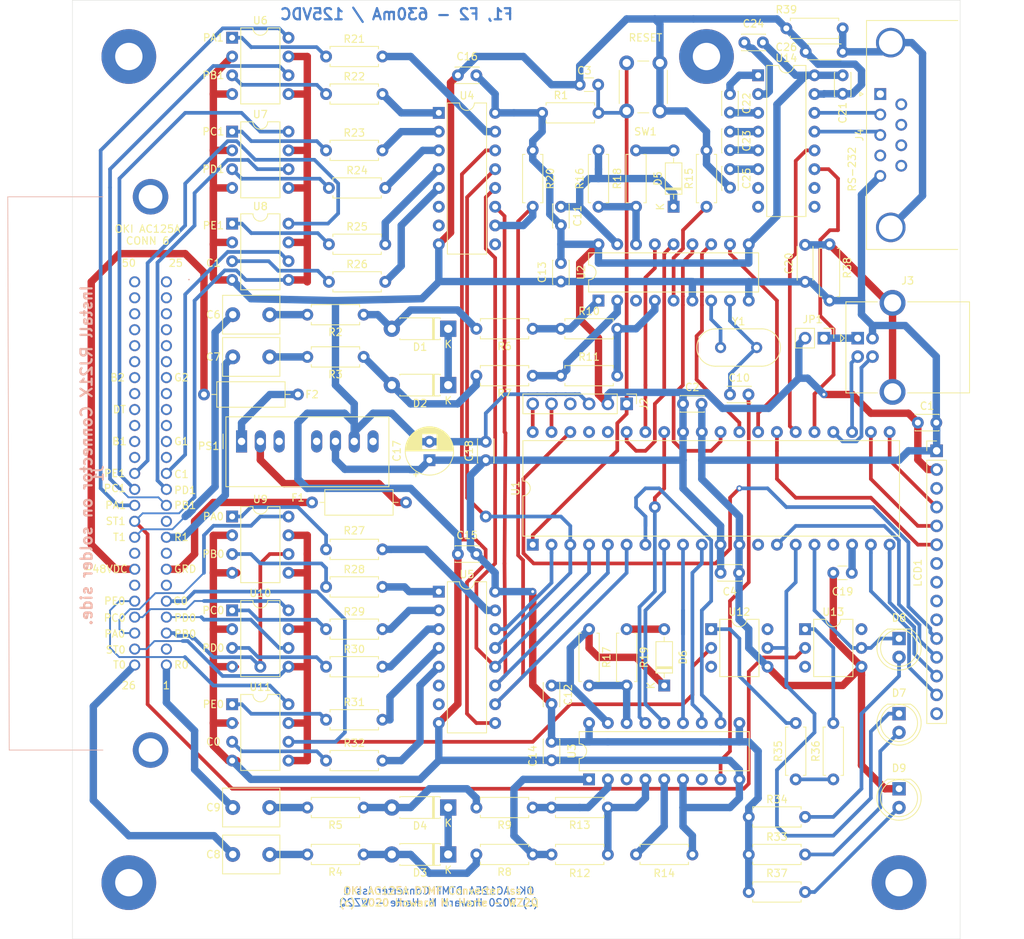
<source format=kicad_pcb>
(kicad_pcb (version 20171130) (host pcbnew "(5.1.5)-3")
  (layers (0 F.Cu signal) (31 B.Cu signal) (34 B.Paste user) (35 F.Paste user) (36 B.SilkS user) (37 F.SilkS user) (38 B.Mask user) (39 F.Mask user) (44 Edge.Cuts user))
  (net 0 "")
  (net 1 GND)
  (net 2 +5V)
  (net 3 /Microcontroller/MCLR)
  (net 4 /AC125A_T0)
  (net 5 "Net-(C6-Pad1)")
  (net 6 /AC125A_R0)
  (net 7 "Net-(C7-Pad1)")
  (net 8 /AC125A_T1)
  (net 9 "Net-(C8-Pad1)")
  (net 10 "Net-(C9-Pad1)")
  (net 11 "Net-(C10-Pad2)")
  (net 12 "Net-(C10-Pad1)")
  (net 13 "Net-(C11-Pad1)")
  (net 14 "Net-(C12-Pad1)")
  (net 15 "Net-(D1-Pad2)")
  (net 16 "Net-(D1-Pad1)")
  (net 17 "Net-(D2-Pad2)")
  (net 18 "Net-(D3-Pad2)")
  (net 19 "Net-(D3-Pad1)")
  (net 20 "Net-(D4-Pad2)")
  (net 21 "Net-(D5-Pad2)")
  (net 22 "Net-(D6-Pad2)")
  (net 23 "Net-(J1-Pad50)")
  (net 24 "Net-(J1-Pad49)")
  (net 25 "Net-(J1-Pad48)")
  (net 26 "Net-(J1-Pad47)")
  (net 27 "Net-(J1-Pad46)")
  (net 28 "Net-(J1-Pad45)")
  (net 29 AC125A_G2)
  (net 30 "Net-(J1-Pad43)")
  (net 31 /AC125A_DT)
  (net 32 "Net-(J1-Pad41)")
  (net 33 AC125A_G1)
  (net 34 "Net-(J1-Pad39)")
  (net 35 AC125A_PE1)
  (net 36 AC125A_PC1)
  (net 37 AC125A_PA1)
  (net 38 /AC125A_ST1)
  (net 39 "Net-(J1-Pad33)")
  (net 40 AC125A_G0)
  (net 41 "Net-(J1-Pad31)")
  (net 42 AC125A_PE0)
  (net 43 AC125A_PC0)
  (net 44 AC125A_PA0)
  (net 45 /AC125A_ST0)
  (net 46 "Net-(J1-Pad16)")
  (net 47 AC125A_C1)
  (net 48 AC125A_PD1)
  (net 49 AC125A_PB1)
  (net 50 AC125A_R1)
  (net 51 AC125A_C0)
  (net 52 AC125A_PD0)
  (net 53 AC125A_PB0)
  (net 54 /Microcontroller/ICSP_PGD)
  (net 55 /Microcontroller/ICSP_PGC)
  (net 56 "Net-(J2-Pad4)")
  (net 57 /Microcontroller/USB_DP)
  (net 58 /Microcontroller/USB_DM)
  (net 59 "Net-(J3-Pad1)")
  (net 60 "Net-(R10-Pad1)")
  (net 61 "Net-(R11-Pad2)")
  (net 62 "Net-(R12-Pad1)")
  (net 63 "Net-(R13-Pad2)")
  (net 64 "Net-(R10-Pad2)")
  (net 65 "Net-(R12-Pad2)")
  (net 66 "Net-(R14-Pad1)")
  (net 67 "Net-(R15-Pad1)")
  (net 68 "Net-(R16-Pad2)")
  (net 69 "Net-(R17-Pad2)")
  (net 70 "Net-(R21-Pad2)")
  (net 71 "Net-(R21-Pad1)")
  (net 72 "Net-(R22-Pad2)")
  (net 73 "Net-(R22-Pad1)")
  (net 74 "Net-(R23-Pad2)")
  (net 75 "Net-(R23-Pad1)")
  (net 76 "Net-(R24-Pad2)")
  (net 77 "Net-(R24-Pad1)")
  (net 78 "Net-(R25-Pad2)")
  (net 79 "Net-(R25-Pad1)")
  (net 80 "Net-(R26-Pad2)")
  (net 81 "Net-(R26-Pad1)")
  (net 82 "Net-(R27-Pad2)")
  (net 83 "Net-(R27-Pad1)")
  (net 84 "Net-(R28-Pad2)")
  (net 85 "Net-(R28-Pad1)")
  (net 86 "Net-(R29-Pad2)")
  (net 87 "Net-(R29-Pad1)")
  (net 88 "Net-(R30-Pad2)")
  (net 89 "Net-(R30-Pad1)")
  (net 90 "Net-(R31-Pad2)")
  (net 91 "Net-(R31-Pad1)")
  (net 92 "Net-(R32-Pad2)")
  (net 93 "Net-(R32-Pad1)")
  (net 94 "Net-(U1-Pad37)")
  (net 95 "Net-(U1-Pad17)")
  (net 96 "Net-(U1-Pad36)")
  (net 97 "/Microcontroller/DTMF Decoder/DTMF1_Q3")
  (net 98 "/Microcontroller/DTMF Decoder/DTMF1_StD")
  (net 99 "/Microcontroller/DTMF Decoder/DTMF0_StD")
  (net 100 "Net-(U1-Pad13)")
  (net 101 /Microcontroller/UART_RX)
  (net 102 /Microcontroller/UART_TX)
  (net 103 "Net-(U2-Pad7)")
  (net 104 "Net-(U2-Pad3)")
  (net 105 "Net-(U3-Pad7)")
  (net 106 "Net-(U3-Pad3)")
  (net 107 "Net-(U4-Pad7)")
  (net 108 "Net-(U4-Pad6)")
  (net 109 "Net-(U4-Pad9)")
  (net 110 "Net-(U5-Pad7)")
  (net 111 "Net-(U5-Pad6)")
  (net 112 AC125A_B2)
  (net 113 AC125A_B1)
  (net 114 AC125A_B0)
  (net 115 "Net-(D7-Pad2)")
  (net 116 "Net-(D8-Pad2)")
  (net 117 "Net-(R35-Pad2)")
  (net 118 /Microcontroller/AC125A_B0)
  (net 119 "Net-(R36-Pad2)")
  (net 120 "Net-(U12-Pad6)")
  (net 121 "Net-(U12-Pad3)")
  (net 122 "Net-(U13-Pad6)")
  (net 123 "Net-(U13-Pad3)")
  (net 124 "Net-(PS1-Pad3)")
  (net 125 "Net-(PS1-Pad5)")
  (net 126 "Net-(J1-PadMH2)")
  (net 127 "Net-(J1-PadMH1)")
  (net 128 "Net-(J4-Pad9)")
  (net 129 "Net-(J4-Pad8)")
  (net 130 "Net-(J4-Pad7)")
  (net 131 "Net-(J4-Pad6)")
  (net 132 "Net-(J4-Pad4)")
  (net 133 "Net-(J4-Pad3)")
  (net 134 "Net-(J4-Pad2)")
  (net 135 "Net-(J4-Pad1)")
  (net 136 "Net-(J1-Pad25)")
  (net 137 "Net-(J1-Pad24)")
  (net 138 "Net-(J1-Pad23)")
  (net 139 "Net-(J1-Pad22)")
  (net 140 "Net-(J1-Pad21)")
  (net 141 "Net-(J1-Pad20)")
  (net 142 "Net-(J1-Pad18)")
  (net 143 "Net-(J1-Pad17)")
  (net 144 "Net-(J1-Pad14)")
  (net 145 "Net-(J1-Pad10)")
  (net 146 "Net-(J1-Pad8)")
  (net 147 "Net-(J1-Pad6)")
  (net 148 "Net-(J1-Pad2)")
  (net 149 "Net-(D9-Pad2)")
  (net 150 /Microcontroller/DTMF0_Q3)
  (net 151 /Microcontroller/DTMF1_Q2)
  (net 152 /Microcontroller/DTMF0_Q1)
  (net 153 /Microcontroller/DTMF1_Q1)
  (net 154 /Microcontroller/DTMF0_Q2)
  (net 155 /Microcontroller/DTMF1_Q0)
  (net 156 /Microcontroller/DTMF0_Q0)
  (net 157 /Microcontroller/OR0_STATUS_)
  (net 158 /Microcontroller/OR1_STATUS_)
  (net 159 /Microcontroller/SSR_SRCLR_)
  (net 160 /Microcontroller/SSR_OE_)
  (net 161 "/Microcontroller/SSR Drivers/SR_OUT")
  (net 162 "Net-(C19-Pad2)")
  (net 163 "Net-(U14-Pad8)")
  (net 164 "Net-(U14-Pad7)")
  (net 165 "Net-(U14-Pad10)")
  (net 166 "Net-(U14-Pad9)")
  (net 167 "Net-(C20-Pad2)")
  (net 168 "Net-(C22-Pad2)")
  (net 169 "Net-(C22-Pad1)")
  (net 170 "Net-(C23-Pad2)")
  (net 171 "Net-(C23-Pad1)")
  (net 172 "Net-(C24-Pad2)")
  (net 173 "Net-(C25-Pad1)")
  (net 174 "Net-(C26-Pad1)")
  (net 175 "Net-(F1-Pad1)")
  (net 176 "Net-(F2-Pad2)")
  (net 177 "Net-(LCD1-Pad15)")
  (net 178 "Net-(LCD1-Pad10)")
  (net 179 "Net-(LCD1-Pad9)")
  (net 180 "Net-(LCD1-Pad8)")
  (net 181 "Net-(LCD1-Pad7)")
  (net 182 "Net-(LCD1-Pad3)")
  (net 183 /Microcontroller/SSR_SER_DATA)
  (net 184 /Microcontroller/SSR_SRCLK)
  (net 185 /Microcontroller/SSR_RCLK)
  (net 186 /Microcontroller/LCD_DB7)
  (net 187 /Microcontroller/LCD_DB6)
  (net 188 /Microcontroller/LCD_DB5)
  (net 189 /Microcontroller/LCD_DB4)
  (net 190 /Microcontroller/LCD_E)
  (net 191 /Microcontroller/LCD_RW)
  (net 192 /Microcontroller/LCD_RS)
  (module ac125a_dtmf:112050113R001 (layer B.Cu) (at 45.72 64.77 90)
    (fp_text reference J1 (at -25.92 -9.175 90) (layer B.SilkS) (effects (font (size 1.27 1.27) (thickness 0.254)) (justify mirror)))
    (fp_text value 112-050-113R001 hide)
    (pad MH2 thru_hole circle (at 11.505 -2.145 90) (size 4.8 4.8) (drill 3.2) (layers *.Cu *.Mask) (net 126 "Net-(J1-PadMH2)"))
    (pad MH1 thru_hole circle (at -63.345 -2.145 90) (size 4.8 4.8) (drill 3.2) (layers *.Cu *.Mask) (net 127 "Net-(J1-PadMH1)"))
    (pad 26 thru_hole circle (at -51.84 -4.29 90) (size 1.5 1.5) (drill 1) (layers *.Cu *.Mask) (net 4 /AC125A_T0))
    (pad 1 thru_hole circle (at -51.84 0 90) (size 1.5 1.5) (drill 1) (layers *.Cu *.Mask) (net 6 /AC125A_R0))
    (pad 27 thru_hole circle (at -49.68 -4.29 90) (size 1.5 1.5) (drill 1) (layers *.Cu *.Mask) (net 45 /AC125A_ST0))
    (pad 2 thru_hole circle (at -49.68 0 90) (size 1.5 1.5) (drill 1) (layers *.Cu *.Mask) (net 148 "Net-(J1-Pad2)"))
    (pad 28 thru_hole circle (at -47.52 -4.29 90) (size 1.5 1.5) (drill 1) (layers *.Cu *.Mask) (net 44 AC125A_PA0))
    (pad 3 thru_hole circle (at -47.52 0 90) (size 1.5 1.5) (drill 1) (layers *.Cu *.Mask) (net 53 AC125A_PB0))
    (pad 29 thru_hole circle (at -45.36 -4.29 90) (size 1.5 1.5) (drill 1) (layers *.Cu *.Mask) (net 43 AC125A_PC0))
    (pad 4 thru_hole circle (at -45.36 0 90) (size 1.5 1.5) (drill 1) (layers *.Cu *.Mask) (net 52 AC125A_PD0))
    (pad 30 thru_hole circle (at -43.2 -4.29 90) (size 1.5 1.5) (drill 1) (layers *.Cu *.Mask) (net 42 AC125A_PE0))
    (pad 5 thru_hole circle (at -43.2 0 90) (size 1.5 1.5) (drill 1) (layers *.Cu *.Mask) (net 51 AC125A_C0))
    (pad 31 thru_hole circle (at -41.04 -4.29 90) (size 1.5 1.5) (drill 1) (layers *.Cu *.Mask) (net 41 "Net-(J1-Pad31)"))
    (pad 6 thru_hole circle (at -41.04 0 90) (size 1.5 1.5) (drill 1) (layers *.Cu *.Mask) (net 147 "Net-(J1-Pad6)"))
    (pad 32 thru_hole circle (at -38.88 -4.29 90) (size 1.5 1.5) (drill 1) (layers *.Cu *.Mask) (net 176 "Net-(F2-Pad2)"))
    (pad 7 thru_hole circle (at -38.88 0 90) (size 1.5 1.5) (drill 1) (layers *.Cu *.Mask) (net 175 "Net-(F1-Pad1)"))
    (pad 33 thru_hole circle (at -36.72 -4.29 90) (size 1.5 1.5) (drill 1) (layers *.Cu *.Mask) (net 39 "Net-(J1-Pad33)"))
    (pad 8 thru_hole circle (at -36.72 0 90) (size 1.5 1.5) (drill 1) (layers *.Cu *.Mask) (net 146 "Net-(J1-Pad8)"))
    (pad 34 thru_hole circle (at -34.56 -4.29 90) (size 1.5 1.5) (drill 1) (layers *.Cu *.Mask) (net 8 /AC125A_T1))
    (pad 9 thru_hole circle (at -34.56 0 90) (size 1.5 1.5) (drill 1) (layers *.Cu *.Mask) (net 50 AC125A_R1))
    (pad 35 thru_hole circle (at -32.4 -4.29 90) (size 1.5 1.5) (drill 1) (layers *.Cu *.Mask) (net 38 /AC125A_ST1))
    (pad 10 thru_hole circle (at -32.4 0 90) (size 1.5 1.5) (drill 1) (layers *.Cu *.Mask) (net 145 "Net-(J1-Pad10)"))
    (pad 36 thru_hole circle (at -30.24 -4.29 90) (size 1.5 1.5) (drill 1) (layers *.Cu *.Mask) (net 37 AC125A_PA1))
    (pad 11 thru_hole circle (at -30.24 0 90) (size 1.5 1.5) (drill 1) (layers *.Cu *.Mask) (net 49 AC125A_PB1))
    (pad 37 thru_hole circle (at -28.08 -4.29 90) (size 1.5 1.5) (drill 1) (layers *.Cu *.Mask) (net 36 AC125A_PC1))
    (pad 12 thru_hole circle (at -28.08 0 90) (size 1.5 1.5) (drill 1) (layers *.Cu *.Mask) (net 48 AC125A_PD1))
    (pad 38 thru_hole circle (at -25.92 -4.29 90) (size 1.5 1.5) (drill 1) (layers *.Cu *.Mask) (net 35 AC125A_PE1))
    (pad 13 thru_hole circle (at -25.92 0 90) (size 1.5 1.5) (drill 1) (layers *.Cu *.Mask) (net 47 AC125A_C1))
    (pad 39 thru_hole circle (at -23.76 -4.29 90) (size 1.5 1.5) (drill 1) (layers *.Cu *.Mask) (net 34 "Net-(J1-Pad39)"))
    (pad 14 thru_hole circle (at -23.76 0 90) (size 1.5 1.5) (drill 1) (layers *.Cu *.Mask) (net 144 "Net-(J1-Pad14)"))
    (pad 40 thru_hole circle (at -21.6 -4.29 90) (size 1.5 1.5) (drill 1) (layers *.Cu *.Mask) (net 113 AC125A_B1))
    (pad 15 thru_hole circle (at -21.6 0 90) (size 1.5 1.5) (drill 1) (layers *.Cu *.Mask) (net 33 AC125A_G1))
    (pad 41 thru_hole circle (at -19.44 -4.29 90) (size 1.5 1.5) (drill 1) (layers *.Cu *.Mask) (net 32 "Net-(J1-Pad41)"))
    (pad 16 thru_hole circle (at -19.44 0 90) (size 1.5 1.5) (drill 1) (layers *.Cu *.Mask) (net 46 "Net-(J1-Pad16)"))
    (pad 42 thru_hole circle (at -17.28 -4.29 90) (size 1.5 1.5) (drill 1) (layers *.Cu *.Mask) (net 31 /AC125A_DT))
    (pad 17 thru_hole circle (at -17.28 0 90) (size 1.5 1.5) (drill 1) (layers *.Cu *.Mask) (net 143 "Net-(J1-Pad17)"))
    (pad 43 thru_hole circle (at -15.12 -4.29 90) (size 1.5 1.5) (drill 1) (layers *.Cu *.Mask) (net 30 "Net-(J1-Pad43)"))
    (pad 18 thru_hole circle (at -15.12 0 90) (size 1.5 1.5) (drill 1) (layers *.Cu *.Mask) (net 142 "Net-(J1-Pad18)"))
    (pad 44 thru_hole circle (at -12.96 -4.29 90) (size 1.5 1.5) (drill 1) (layers *.Cu *.Mask) (net 112 AC125A_B2))
    (pad 19 thru_hole circle (at -12.96 0 90) (size 1.5 1.5) (drill 1) (layers *.Cu *.Mask) (net 29 AC125A_G2))
    (pad 45 thru_hole circle (at -10.8 -4.29 90) (size 1.5 1.5) (drill 1) (layers *.Cu *.Mask) (net 28 "Net-(J1-Pad45)"))
    (pad 20 thru_hole circle (at -10.8 0 90) (size 1.5 1.5) (drill 1) (layers *.Cu *.Mask) (net 141 "Net-(J1-Pad20)"))
    (pad 46 thru_hole circle (at -8.64 -4.29 90) (size 1.5 1.5) (drill 1) (layers *.Cu *.Mask) (net 27 "Net-(J1-Pad46)"))
    (pad 21 thru_hole circle (at -8.64 0 90) (size 1.5 1.5) (drill 1) (layers *.Cu *.Mask) (net 140 "Net-(J1-Pad21)"))
    (pad 47 thru_hole circle (at -6.48 -4.29 90) (size 1.5 1.5) (drill 1) (layers *.Cu *.Mask) (net 26 "Net-(J1-Pad47)"))
    (pad 22 thru_hole circle (at -6.48 0 90) (size 1.5 1.5) (drill 1) (layers *.Cu *.Mask) (net 139 "Net-(J1-Pad22)"))
    (pad 48 thru_hole circle (at -4.32 -4.29 90) (size 1.5 1.5) (drill 1) (layers *.Cu *.Mask) (net 25 "Net-(J1-Pad48)"))
    (pad 23 thru_hole circle (at -4.32 0 90) (size 1.5 1.5) (drill 1) (layers *.Cu *.Mask) (net 138 "Net-(J1-Pad23)"))
    (pad 49 thru_hole circle (at -2.16 -4.29 90) (size 1.5 1.5) (drill 1) (layers *.Cu *.Mask) (net 24 "Net-(J1-Pad49)"))
    (pad 24 thru_hole circle (at -2.16 0 90) (size 1.5 1.5) (drill 1) (layers *.Cu *.Mask) (net 137 "Net-(J1-Pad24)"))
    (pad 50 thru_hole circle (at 0 -4.29 90) (size 1.5 1.5) (drill 1) (layers *.Cu *.Mask) (net 23 "Net-(J1-Pad50)"))
    (pad 25 thru_hole circle (at 0 0 90) (size 1.5 1.5) (drill 1) (layers *.Cu *.Mask) (net 136 "Net-(J1-Pad25)"))
  )
  (module MountingHole:MountingHole_3.7mm_Pad (layer F.Cu) (at 118.745 34.29)
    (fp_text reference REF**)
    (fp_text value MountingHole_3.7mm_Pad)
    (pad 1 thru_hole circle (at 0 0) (size 7.4 7.4) (drill 3.7) (layers *.Cu *.Mask))
  )
  (module Resistor_THT:R_Axial_DIN0309_L9.0mm_D3.2mm_P12.70mm_Horizontal (layer F.Cu) (at 63.5 80.01 180)
    (fp_text reference F2 (at -1.905 0) (layer F.SilkS))
    (fp_text value "Fuse 630mA")
    (pad 2 thru_hole oval (at 12.7 0 180) (size 1.6 1.6) (drill 0.8) (layers *.Cu *.Mask) (net 176 "Net-(F2-Pad2)"))
    (pad 1 thru_hole circle (at 0 0 180) (size 1.6 1.6) (drill 0.8) (layers *.Cu *.Mask) (net 114 AC125A_B0))
  )
  (module Resistor_THT:R_Axial_DIN0309_L9.0mm_D3.2mm_P12.70mm_Horizontal (layer F.Cu) (at 65.405 94.615)
    (fp_text reference F1 (at -1.905 -0.635) (layer F.SilkS))
    (fp_text value "Fuse 630mA")
    (pad 2 thru_hole oval (at 12.7 0) (size 1.6 1.6) (drill 0.8) (layers *.Cu *.Mask) (net 40 AC125A_G0))
    (pad 1 thru_hole circle (at 0 0) (size 1.6 1.6) (drill 0.8) (layers *.Cu *.Mask) (net 175 "Net-(F1-Pad1)"))
  )
  (module Connector_PinHeader_2.54mm:PinHeader_1x15_P2.54mm_Vertical (layer F.Cu) (at 149.86 87.63)
    (fp_text reference LCD1 (at -2.54 16.51 90) (layer F.SilkS))
    (fp_text value DMC-16105-LY)
    (pad 15 thru_hole oval (at 0 35.56) (size 1.7 1.7) (drill 1) (layers *.Cu *.Mask) (net 177 "Net-(LCD1-Pad15)"))
    (pad 14 thru_hole oval (at 0 33.02) (size 1.7 1.7) (drill 1) (layers *.Cu *.Mask) (net 186 /Microcontroller/LCD_DB7))
    (pad 13 thru_hole oval (at 0 30.48) (size 1.7 1.7) (drill 1) (layers *.Cu *.Mask) (net 187 /Microcontroller/LCD_DB6))
    (pad 12 thru_hole oval (at 0 27.94) (size 1.7 1.7) (drill 1) (layers *.Cu *.Mask) (net 188 /Microcontroller/LCD_DB5))
    (pad 11 thru_hole oval (at 0 25.4) (size 1.7 1.7) (drill 1) (layers *.Cu *.Mask) (net 189 /Microcontroller/LCD_DB4))
    (pad 10 thru_hole oval (at 0 22.86) (size 1.7 1.7) (drill 1) (layers *.Cu *.Mask) (net 178 "Net-(LCD1-Pad10)"))
    (pad 9 thru_hole oval (at 0 20.32) (size 1.7 1.7) (drill 1) (layers *.Cu *.Mask) (net 179 "Net-(LCD1-Pad9)"))
    (pad 8 thru_hole oval (at 0 17.78) (size 1.7 1.7) (drill 1) (layers *.Cu *.Mask) (net 180 "Net-(LCD1-Pad8)"))
    (pad 7 thru_hole oval (at 0 15.24) (size 1.7 1.7) (drill 1) (layers *.Cu *.Mask) (net 181 "Net-(LCD1-Pad7)"))
    (pad 6 thru_hole oval (at 0 12.7) (size 1.7 1.7) (drill 1) (layers *.Cu *.Mask) (net 190 /Microcontroller/LCD_E))
    (pad 5 thru_hole oval (at 0 10.16) (size 1.7 1.7) (drill 1) (layers *.Cu *.Mask) (net 191 /Microcontroller/LCD_RW))
    (pad 4 thru_hole oval (at 0 7.62) (size 1.7 1.7) (drill 1) (layers *.Cu *.Mask) (net 192 /Microcontroller/LCD_RS))
    (pad 3 thru_hole oval (at 0 5.08) (size 1.7 1.7) (drill 1) (layers *.Cu *.Mask) (net 182 "Net-(LCD1-Pad3)"))
    (pad 2 thru_hole oval (at 0 2.54) (size 1.7 1.7) (drill 1) (layers *.Cu *.Mask) (net 2 +5V))
    (pad 1 thru_hole rect (at 0 0) (size 1.7 1.7) (drill 1) (layers *.Cu *.Mask) (net 1 GND))
  )
  (module Resistor_THT:R_Axial_DIN0207_L6.3mm_D2.5mm_P7.62mm_Horizontal (layer F.Cu) (at 137.16 30.48 180)
    (fp_text reference R39 (at 7.62 2.54) (layer F.SilkS))
    (fp_text value 1M)
    (pad 2 thru_hole oval (at 7.62 0 180) (size 1.6 1.6) (drill 0.8) (layers *.Cu *.Mask) (net 1 GND))
    (pad 1 thru_hole circle (at 0 0 180) (size 1.6 1.6) (drill 0.8) (layers *.Cu *.Mask) (net 174 "Net-(C26-Pad1)"))
  )
  (module Resistor_THT:R_Axial_DIN0207_L6.3mm_D2.5mm_P7.62mm_Horizontal (layer F.Cu) (at 135.382 67.31 90)
    (fp_text reference R38 (at 4.445 2.413 90) (layer F.SilkS))
    (fp_text value 1M)
    (pad 2 thru_hole oval (at 7.62 0 90) (size 1.6 1.6) (drill 0.8) (layers *.Cu *.Mask) (net 167 "Net-(C20-Pad2)"))
    (pad 1 thru_hole circle (at 0 0 90) (size 1.6 1.6) (drill 0.8) (layers *.Cu *.Mask) (net 1 GND))
  )
  (module Connector_PinHeader_2.54mm:PinHeader_1x02_P2.54mm_Vertical (layer F.Cu) (at 134.62 72.39 270)
    (fp_text reference JP1 (at -2.54 1.524 180) (layer F.SilkS))
    (fp_text value VUSB)
    (pad 2 thru_hole oval (at 0 2.54 270) (size 1.7 1.7) (drill 1) (layers *.Cu *.Mask) (net 2 +5V))
    (pad 1 thru_hole rect (at 0 0 270) (size 1.7 1.7) (drill 1) (layers *.Cu *.Mask) (net 59 "Net-(J3-Pad1)"))
  )
  (module Capacitor_THT:C_Disc_D4.3mm_W1.9mm_P5.00mm (layer F.Cu) (at 137.16 33.655 180)
    (fp_text reference C26 (at 7.62 0.635) (layer F.SilkS))
    (fp_text value 4700pF)
    (pad 2 thru_hole circle (at 5 0 180) (size 1.6 1.6) (drill 0.8) (layers *.Cu *.Mask) (net 1 GND))
    (pad 1 thru_hole circle (at 0 0 180) (size 1.6 1.6) (drill 0.8) (layers *.Cu *.Mask) (net 174 "Net-(C26-Pad1)"))
  )
  (module Capacitor_THT:C_Disc_D3.0mm_W2.0mm_P2.50mm (layer F.Cu) (at 121.92 49.53 270)
    (fp_text reference C25 (at 1.25 -2.25 90) (layer F.SilkS))
    (fp_text value 0.1uF)
    (pad 2 thru_hole circle (at 2.5 0 270) (size 1.6 1.6) (drill 0.8) (layers *.Cu *.Mask) (net 1 GND))
    (pad 1 thru_hole circle (at 0 0 270) (size 1.6 1.6) (drill 0.8) (layers *.Cu *.Mask) (net 173 "Net-(C25-Pad1)"))
  )
  (module Capacitor_THT:C_Disc_D3.0mm_W2.0mm_P2.50mm (layer F.Cu) (at 126.365 32.385 180)
    (fp_text reference C24 (at 1.27 2.54) (layer F.SilkS))
    (fp_text value 0.1uF)
    (pad 2 thru_hole circle (at 2.5 0 180) (size 1.6 1.6) (drill 0.8) (layers *.Cu *.Mask) (net 172 "Net-(C24-Pad2)"))
    (pad 1 thru_hole circle (at 0 0 180) (size 1.6 1.6) (drill 0.8) (layers *.Cu *.Mask) (net 2 +5V))
  )
  (module Capacitor_THT:C_Disc_D3.0mm_W2.0mm_P2.50mm (layer F.Cu) (at 121.92 44.45 270)
    (fp_text reference C23 (at 1.25 -2.25 90) (layer F.SilkS))
    (fp_text value 0.1uF)
    (pad 2 thru_hole circle (at 2.5 0 270) (size 1.6 1.6) (drill 0.8) (layers *.Cu *.Mask) (net 170 "Net-(C23-Pad2)"))
    (pad 1 thru_hole circle (at 0 0 270) (size 1.6 1.6) (drill 0.8) (layers *.Cu *.Mask) (net 171 "Net-(C23-Pad1)"))
  )
  (module Capacitor_THT:C_Disc_D3.0mm_W2.0mm_P2.50mm (layer F.Cu) (at 121.92 39.37 270)
    (fp_text reference C22 (at 1.25 -2.25 90) (layer F.SilkS))
    (fp_text value 0.1uF)
    (pad 2 thru_hole circle (at 2.5 0 270) (size 1.6 1.6) (drill 0.8) (layers *.Cu *.Mask) (net 168 "Net-(C22-Pad2)"))
    (pad 1 thru_hole circle (at 0 0 270) (size 1.6 1.6) (drill 0.8) (layers *.Cu *.Mask) (net 169 "Net-(C22-Pad1)"))
  )
  (module Capacitor_THT:C_Disc_D3.0mm_W2.0mm_P2.50mm (layer F.Cu) (at 137.16 36.83 270)
    (fp_text reference C21 (at 5.08 0 90) (layer F.SilkS))
    (fp_text value 0.1uF)
    (pad 2 thru_hole circle (at 2.5 0 270) (size 1.6 1.6) (drill 0.8) (layers *.Cu *.Mask) (net 1 GND))
    (pad 1 thru_hole circle (at 0 0 270) (size 1.6 1.6) (drill 0.8) (layers *.Cu *.Mask) (net 2 +5V))
  )
  (module Capacitor_THT:C_Disc_D4.3mm_W1.9mm_P5.00mm (layer F.Cu) (at 132.08 64.77 90)
    (fp_text reference C20 (at 2.5 -2.2 90) (layer F.SilkS))
    (fp_text value 4700pF)
    (pad 2 thru_hole circle (at 5 0 90) (size 1.6 1.6) (drill 0.8) (layers *.Cu *.Mask) (net 167 "Net-(C20-Pad2)"))
    (pad 1 thru_hole circle (at 0 0 90) (size 1.6 1.6) (drill 0.8) (layers *.Cu *.Mask) (net 1 GND))
  )
  (module Package_DIP:DIP-16_W7.62mm (layer F.Cu) (at 125.73 36.83)
    (fp_text reference U14 (at 3.81 -2.33) (layer F.SilkS))
    (fp_text value MAX202)
    (pad 16 thru_hole oval (at 7.62 0) (size 1.6 1.6) (drill 0.8) (layers *.Cu *.Mask) (net 2 +5V))
    (pad 8 thru_hole oval (at 0 17.78) (size 1.6 1.6) (drill 0.8) (layers *.Cu *.Mask) (net 163 "Net-(U14-Pad8)"))
    (pad 15 thru_hole oval (at 7.62 2.54) (size 1.6 1.6) (drill 0.8) (layers *.Cu *.Mask) (net 1 GND))
    (pad 7 thru_hole oval (at 0 15.24) (size 1.6 1.6) (drill 0.8) (layers *.Cu *.Mask) (net 164 "Net-(U14-Pad7)"))
    (pad 14 thru_hole oval (at 7.62 5.08) (size 1.6 1.6) (drill 0.8) (layers *.Cu *.Mask) (net 134 "Net-(J4-Pad2)"))
    (pad 6 thru_hole oval (at 0 12.7) (size 1.6 1.6) (drill 0.8) (layers *.Cu *.Mask) (net 173 "Net-(C25-Pad1)"))
    (pad 13 thru_hole oval (at 7.62 7.62) (size 1.6 1.6) (drill 0.8) (layers *.Cu *.Mask) (net 133 "Net-(J4-Pad3)"))
    (pad 5 thru_hole oval (at 0 10.16) (size 1.6 1.6) (drill 0.8) (layers *.Cu *.Mask) (net 170 "Net-(C23-Pad2)"))
    (pad 12 thru_hole oval (at 7.62 10.16) (size 1.6 1.6) (drill 0.8) (layers *.Cu *.Mask) (net 101 /Microcontroller/UART_RX))
    (pad 4 thru_hole oval (at 0 7.62) (size 1.6 1.6) (drill 0.8) (layers *.Cu *.Mask) (net 171 "Net-(C23-Pad1)"))
    (pad 11 thru_hole oval (at 7.62 12.7) (size 1.6 1.6) (drill 0.8) (layers *.Cu *.Mask) (net 102 /Microcontroller/UART_TX))
    (pad 3 thru_hole oval (at 0 5.08) (size 1.6 1.6) (drill 0.8) (layers *.Cu *.Mask) (net 168 "Net-(C22-Pad2)"))
    (pad 10 thru_hole oval (at 7.62 15.24) (size 1.6 1.6) (drill 0.8) (layers *.Cu *.Mask) (net 165 "Net-(U14-Pad10)"))
    (pad 2 thru_hole oval (at 0 2.54) (size 1.6 1.6) (drill 0.8) (layers *.Cu *.Mask) (net 172 "Net-(C24-Pad2)"))
    (pad 9 thru_hole oval (at 7.62 17.78) (size 1.6 1.6) (drill 0.8) (layers *.Cu *.Mask) (net 166 "Net-(U14-Pad9)"))
    (pad 1 thru_hole rect (at 0 0) (size 1.6 1.6) (drill 0.8) (layers *.Cu *.Mask) (net 169 "Net-(C22-Pad1)"))
  )
  (module Connector_Dsub:DSUB-9_Female_Horizontal_P2.77x2.84mm_EdgePinOffset7.70mm_Housed_MountingHolesOffset9.12mm (layer F.Cu) (at 142.24 39.37 90)
    (fp_text reference J4 (at -5.54 -2.8 90) (layer F.SilkS))
    (fp_text value DB9_Female_MountingHoles)
    (pad 0 thru_hole circle (at 6.96 1.42 90) (size 4 4) (drill 3.2) (layers *.Cu *.Mask) (net 174 "Net-(C26-Pad1)"))
    (pad 0 thru_hole circle (at -18.04 1.42 90) (size 4 4) (drill 3.2) (layers *.Cu *.Mask) (net 174 "Net-(C26-Pad1)"))
    (pad 9 thru_hole circle (at -9.695 2.84 90) (size 1.6 1.6) (drill 1) (layers *.Cu *.Mask) (net 128 "Net-(J4-Pad9)"))
    (pad 8 thru_hole circle (at -6.925 2.84 90) (size 1.6 1.6) (drill 1) (layers *.Cu *.Mask) (net 129 "Net-(J4-Pad8)"))
    (pad 7 thru_hole circle (at -4.155 2.84 90) (size 1.6 1.6) (drill 1) (layers *.Cu *.Mask) (net 130 "Net-(J4-Pad7)"))
    (pad 6 thru_hole circle (at -1.385 2.84 90) (size 1.6 1.6) (drill 1) (layers *.Cu *.Mask) (net 131 "Net-(J4-Pad6)"))
    (pad 5 thru_hole circle (at -11.08 0 90) (size 1.6 1.6) (drill 1) (layers *.Cu *.Mask) (net 1 GND))
    (pad 4 thru_hole circle (at -8.31 0 90) (size 1.6 1.6) (drill 1) (layers *.Cu *.Mask) (net 132 "Net-(J4-Pad4)"))
    (pad 3 thru_hole circle (at -5.54 0 90) (size 1.6 1.6) (drill 1) (layers *.Cu *.Mask) (net 133 "Net-(J4-Pad3)"))
    (pad 2 thru_hole circle (at -2.77 0 90) (size 1.6 1.6) (drill 1) (layers *.Cu *.Mask) (net 134 "Net-(J4-Pad2)"))
    (pad 1 thru_hole rect (at 0 0 90) (size 1.6 1.6) (drill 1) (layers *.Cu *.Mask) (net 135 "Net-(J4-Pad1)"))
  )
  (module Package_DIP:DIP-16_W7.62mm (layer F.Cu) (at 82.55 106.68)
    (fp_text reference U5 (at 3.81 -2.33) (layer F.SilkS))
    (fp_text value 74HC595)
    (pad 1 thru_hole rect (at 0 0) (size 1.6 1.6) (drill 0.8) (layers *.Cu *.Mask) (net 84 "Net-(R28-Pad2)"))
    (pad 9 thru_hole oval (at 7.62 17.78) (size 1.6 1.6) (drill 0.8) (layers *.Cu *.Mask) (net 161 "/Microcontroller/SSR Drivers/SR_OUT"))
    (pad 2 thru_hole oval (at 0 2.54) (size 1.6 1.6) (drill 0.8) (layers *.Cu *.Mask) (net 86 "Net-(R29-Pad2)"))
    (pad 10 thru_hole oval (at 7.62 15.24) (size 1.6 1.6) (drill 0.8) (layers *.Cu *.Mask) (net 159 /Microcontroller/SSR_SRCLR_))
    (pad 3 thru_hole oval (at 0 5.08) (size 1.6 1.6) (drill 0.8) (layers *.Cu *.Mask) (net 88 "Net-(R30-Pad2)"))
    (pad 11 thru_hole oval (at 7.62 12.7) (size 1.6 1.6) (drill 0.8) (layers *.Cu *.Mask) (net 184 /Microcontroller/SSR_SRCLK))
    (pad 4 thru_hole oval (at 0 7.62) (size 1.6 1.6) (drill 0.8) (layers *.Cu *.Mask) (net 90 "Net-(R31-Pad2)"))
    (pad 12 thru_hole oval (at 7.62 10.16) (size 1.6 1.6) (drill 0.8) (layers *.Cu *.Mask) (net 185 /Microcontroller/SSR_RCLK))
    (pad 5 thru_hole oval (at 0 10.16) (size 1.6 1.6) (drill 0.8) (layers *.Cu *.Mask) (net 92 "Net-(R32-Pad2)"))
    (pad 13 thru_hole oval (at 7.62 7.62) (size 1.6 1.6) (drill 0.8) (layers *.Cu *.Mask) (net 160 /Microcontroller/SSR_OE_))
    (pad 6 thru_hole oval (at 0 12.7) (size 1.6 1.6) (drill 0.8) (layers *.Cu *.Mask) (net 111 "Net-(U5-Pad6)"))
    (pad 14 thru_hole oval (at 7.62 5.08) (size 1.6 1.6) (drill 0.8) (layers *.Cu *.Mask) (net 183 /Microcontroller/SSR_SER_DATA))
    (pad 7 thru_hole oval (at 0 15.24) (size 1.6 1.6) (drill 0.8) (layers *.Cu *.Mask) (net 110 "Net-(U5-Pad7)"))
    (pad 15 thru_hole oval (at 7.62 2.54) (size 1.6 1.6) (drill 0.8) (layers *.Cu *.Mask) (net 82 "Net-(R27-Pad2)"))
    (pad 8 thru_hole oval (at 0 17.78) (size 1.6 1.6) (drill 0.8) (layers *.Cu *.Mask) (net 1 GND))
    (pad 16 thru_hole oval (at 7.62 0) (size 1.6 1.6) (drill 0.8) (layers *.Cu *.Mask) (net 2 +5V))
  )
  (module Capacitor_THT:C_Disc_D3.0mm_W1.6mm_P2.50mm (layer F.Cu) (at 135.89 104.14)
    (fp_text reference C19 (at 1.25 2.54) (layer F.SilkS))
    (fp_text value 0.47uF)
    (pad 2 thru_hole circle (at 2.5 0) (size 1.6 1.6) (drill 0.8) (layers *.Cu *.Mask) (net 162 "Net-(C19-Pad2)"))
    (pad 1 thru_hole circle (at 0 0) (size 1.6 1.6) (drill 0.8) (layers *.Cu *.Mask) (net 1 GND))
  )
  (module MountingHole:MountingHole_3.7mm_Pad (layer F.Cu) (at 144.78 146.05)
    (fp_text reference REF**)
    (fp_text value MountingHole_3.7mm_Pad)
    (pad 1 thru_hole circle (at 0 0) (size 7.4 7.4) (drill 3.7) (layers *.Cu *.Mask))
  )
  (module MountingHole:MountingHole_3.7mm_Pad (layer F.Cu) (at 40.64 146.05)
    (fp_text reference REF**)
    (fp_text value MountingHole_3.7mm_Pad)
    (pad 1 thru_hole circle (at 0 0) (size 7.4 7.4) (drill 3.7) (layers *.Cu *.Mask))
  )
  (module MountingHole:MountingHole_3.7mm_Pad (layer F.Cu) (at 40.64 34.29)
    (fp_text reference REF**)
    (fp_text value MountingHole_3.7mm_Pad)
    (pad 1 thru_hole circle (at 0 0) (size 7.4 7.4) (drill 3.7) (layers *.Cu *.Mask))
  )
  (module LED_THT:LED_D5.0mm (layer F.Cu) (at 144.78 113.03 270)
    (fp_text reference D8 (at -2.794 0 180) (layer F.SilkS))
    (fp_text value LED)
    (pad 1 thru_hole rect (at 0 0 270) (size 1.8 1.8) (drill 0.9) (layers *.Cu *.Mask) (net 158 /Microcontroller/OR1_STATUS_))
    (pad 2 thru_hole circle (at 2.54 0 270) (size 1.8 1.8) (drill 0.9) (layers *.Cu *.Mask) (net 116 "Net-(D8-Pad2)"))
  )
  (module Resistor_THT:R_Axial_DIN0207_L6.3mm_D2.5mm_P7.62mm_Horizontal (layer F.Cu) (at 132.08 147.32 180)
    (fp_text reference R37 (at 3.81 2.54) (layer F.SilkS))
    (fp_text value 470)
    (pad 2 thru_hole oval (at 7.62 0 180) (size 1.6 1.6) (drill 0.8) (layers *.Cu *.Mask) (net 2 +5V))
    (pad 1 thru_hole circle (at 0 0 180) (size 1.6 1.6) (drill 0.8) (layers *.Cu *.Mask) (net 149 "Net-(D9-Pad2)"))
  )
  (module LED_THT:LED_D5.0mm (layer F.Cu) (at 144.78 133.35 270)
    (fp_text reference D9 (at -2.794 0 180) (layer F.SilkS))
    (fp_text value LED)
    (pad 2 thru_hole circle (at 2.54 0 270) (size 1.8 1.8) (drill 0.9) (layers *.Cu *.Mask) (net 149 "Net-(D9-Pad2)"))
    (pad 1 thru_hole rect (at 0 0 270) (size 1.8 1.8) (drill 0.9) (layers *.Cu *.Mask) (net 1 GND))
  )
  (module Package_DIP:DIP-8_W7.62mm (layer F.Cu) (at 54.61 56.896)
    (fp_text reference U8 (at 3.81 -2.33) (layer F.SilkS))
    (fp_text value LAA108)
    (pad 8 thru_hole oval (at 7.62 0) (size 1.6 1.6) (drill 0.8) (layers *.Cu *.Mask) (net 35 AC125A_PE1))
    (pad 4 thru_hole oval (at 0 7.62) (size 1.6 1.6) (drill 0.8) (layers *.Cu *.Mask) (net 1 GND))
    (pad 7 thru_hole oval (at 7.62 2.54) (size 1.6 1.6) (drill 0.8) (layers *.Cu *.Mask) (net 38 /AC125A_ST1))
    (pad 3 thru_hole oval (at 0 5.08) (size 1.6 1.6) (drill 0.8) (layers *.Cu *.Mask) (net 81 "Net-(R26-Pad1)"))
    (pad 6 thru_hole oval (at 7.62 5.08) (size 1.6 1.6) (drill 0.8) (layers *.Cu *.Mask) (net 47 AC125A_C1))
    (pad 2 thru_hole oval (at 0 2.54) (size 1.6 1.6) (drill 0.8) (layers *.Cu *.Mask) (net 1 GND))
    (pad 5 thru_hole oval (at 7.62 7.62) (size 1.6 1.6) (drill 0.8) (layers *.Cu *.Mask) (net 38 /AC125A_ST1))
    (pad 1 thru_hole rect (at 0 0) (size 1.6 1.6) (drill 0.8) (layers *.Cu *.Mask) (net 79 "Net-(R25-Pad1)"))
  )
  (module Package_DIP:DIP-8_W7.62mm (layer F.Cu) (at 54.61 109.22)
    (fp_text reference U10 (at 3.81 -2.33) (layer F.SilkS))
    (fp_text value LAA108)
    (pad 8 thru_hole oval (at 7.62 0) (size 1.6 1.6) (drill 0.8) (layers *.Cu *.Mask) (net 43 AC125A_PC0))
    (pad 4 thru_hole oval (at 0 7.62) (size 1.6 1.6) (drill 0.8) (layers *.Cu *.Mask) (net 1 GND))
    (pad 7 thru_hole oval (at 7.62 2.54) (size 1.6 1.6) (drill 0.8) (layers *.Cu *.Mask) (net 45 /AC125A_ST0))
    (pad 3 thru_hole oval (at 0 5.08) (size 1.6 1.6) (drill 0.8) (layers *.Cu *.Mask) (net 89 "Net-(R30-Pad1)"))
    (pad 6 thru_hole oval (at 7.62 5.08) (size 1.6 1.6) (drill 0.8) (layers *.Cu *.Mask) (net 52 AC125A_PD0))
    (pad 2 thru_hole oval (at 0 2.54) (size 1.6 1.6) (drill 0.8) (layers *.Cu *.Mask) (net 1 GND))
    (pad 5 thru_hole oval (at 7.62 7.62) (size 1.6 1.6) (drill 0.8) (layers *.Cu *.Mask) (net 45 /AC125A_ST0))
    (pad 1 thru_hole rect (at 0 0) (size 1.6 1.6) (drill 0.8) (layers *.Cu *.Mask) (net 87 "Net-(R29-Pad1)"))
  )
  (module Converter_DCDC:Converter_DCDC_TRACO_TMR-xxxx_THT (layer F.Cu) (at 55.88 86.36)
    (fp_text reference PS1 (at -4.445 0.635) (layer F.SilkS))
    (fp_text value SPBW06)
    (pad 1 thru_hole rect (at 0 0) (size 1.5 3) (drill 1) (layers *.Cu *.Mask) (net 114 AC125A_B0))
    (pad 2 thru_hole oval (at 2.54 0) (size 1.5 3) (drill 1) (layers *.Cu *.Mask) (net 40 AC125A_G0))
    (pad 5 thru_hole oval (at 10.16 0) (size 1.5 3) (drill 1) (layers *.Cu *.Mask) (net 125 "Net-(PS1-Pad5)"))
    (pad 6 thru_hole oval (at 12.7 0) (size 1.5 3) (drill 1) (layers *.Cu *.Mask) (net 2 +5V))
    (pad 3 thru_hole oval (at 5.08 0) (size 1.5 3) (drill 1) (layers *.Cu *.Mask) (net 124 "Net-(PS1-Pad3)"))
    (pad 7 thru_hole oval (at 15.24 0) (size 1.5 3) (drill 1) (layers *.Cu *.Mask) (net 1 GND))
    (pad 8 thru_hole oval (at 17.78 0) (size 1.5 3) (drill 1) (layers *.Cu *.Mask))
  )
  (module Capacitor_THT:C_Disc_D3.0mm_W2.0mm_P2.50mm (layer F.Cu) (at 88.9 88.9 90)
    (fp_text reference C18 (at 1.25 -2.25 90) (layer F.SilkS))
    (fp_text value 0.1uF)
    (pad 2 thru_hole circle (at 2.5 0 90) (size 1.6 1.6) (drill 0.8) (layers *.Cu *.Mask) (net 1 GND))
    (pad 1 thru_hole circle (at 0 0 90) (size 1.6 1.6) (drill 0.8) (layers *.Cu *.Mask) (net 2 +5V))
  )
  (module Capacitor_THT:CP_Radial_D6.3mm_P2.50mm (layer F.Cu) (at 81.28 88.9 90)
    (fp_text reference C17 (at 1.25 -4.4 90) (layer F.SilkS))
    (fp_text value "10uF 25V")
    (pad 2 thru_hole circle (at 2.5 0 90) (size 1.6 1.6) (drill 0.8) (layers *.Cu *.Mask) (net 1 GND))
    (pad 1 thru_hole rect (at 0 0 90) (size 1.6 1.6) (drill 0.8) (layers *.Cu *.Mask) (net 2 +5V))
  )
  (module LED_THT:LED_D5.0mm (layer F.Cu) (at 144.78 123.19 270)
    (fp_text reference D7 (at -2.794 0 180) (layer F.SilkS))
    (fp_text value LED)
    (pad 1 thru_hole rect (at 0 0 270) (size 1.8 1.8) (drill 0.9) (layers *.Cu *.Mask) (net 157 /Microcontroller/OR0_STATUS_))
    (pad 2 thru_hole circle (at 2.54 0 270) (size 1.8 1.8) (drill 0.9) (layers *.Cu *.Mask) (net 115 "Net-(D7-Pad2)"))
  )
  (module Package_DIP:DIP-6_W7.62mm (layer F.Cu) (at 132.08 111.76)
    (fp_text reference U13 (at 3.81 -2.33) (layer F.SilkS))
    (fp_text value H11AA1)
    (pad 1 thru_hole rect (at 0 0) (size 1.6 1.6) (drill 0.8) (layers *.Cu *.Mask) (net 119 "Net-(R36-Pad2)"))
    (pad 4 thru_hole oval (at 7.62 5.08) (size 1.6 1.6) (drill 0.8) (layers *.Cu *.Mask) (net 1 GND))
    (pad 2 thru_hole oval (at 0 2.54) (size 1.6 1.6) (drill 0.8) (layers *.Cu *.Mask) (net 38 /AC125A_ST1))
    (pad 5 thru_hole oval (at 7.62 2.54) (size 1.6 1.6) (drill 0.8) (layers *.Cu *.Mask) (net 158 /Microcontroller/OR1_STATUS_))
    (pad 3 thru_hole oval (at 0 5.08) (size 1.6 1.6) (drill 0.8) (layers *.Cu *.Mask) (net 123 "Net-(U13-Pad3)"))
    (pad 6 thru_hole oval (at 7.62 0) (size 1.6 1.6) (drill 0.8) (layers *.Cu *.Mask) (net 122 "Net-(U13-Pad6)"))
  )
  (module Package_DIP:DIP-6_W7.62mm (layer F.Cu) (at 119.38 111.76)
    (fp_text reference U12 (at 3.81 -2.33) (layer F.SilkS))
    (fp_text value H11AA1)
    (pad 1 thru_hole rect (at 0 0) (size 1.6 1.6) (drill 0.8) (layers *.Cu *.Mask) (net 117 "Net-(R35-Pad2)"))
    (pad 4 thru_hole oval (at 7.62 5.08) (size 1.6 1.6) (drill 0.8) (layers *.Cu *.Mask) (net 1 GND))
    (pad 2 thru_hole oval (at 0 2.54) (size 1.6 1.6) (drill 0.8) (layers *.Cu *.Mask) (net 45 /AC125A_ST0))
    (pad 5 thru_hole oval (at 7.62 2.54) (size 1.6 1.6) (drill 0.8) (layers *.Cu *.Mask) (net 157 /Microcontroller/OR0_STATUS_))
    (pad 3 thru_hole oval (at 0 5.08) (size 1.6 1.6) (drill 0.8) (layers *.Cu *.Mask) (net 121 "Net-(U12-Pad3)"))
    (pad 6 thru_hole oval (at 7.62 0) (size 1.6 1.6) (drill 0.8) (layers *.Cu *.Mask) (net 120 "Net-(U12-Pad6)"))
  )
  (module Resistor_THT:R_Axial_DIN0207_L6.3mm_D2.5mm_P7.62mm_Horizontal (layer F.Cu) (at 135.89 132.08 90)
    (fp_text reference R36 (at 3.81 -2.37 90) (layer F.SilkS))
    (fp_text value 2.7K)
    (pad 2 thru_hole oval (at 7.62 0 90) (size 1.6 1.6) (drill 0.8) (layers *.Cu *.Mask) (net 119 "Net-(R36-Pad2)"))
    (pad 1 thru_hole circle (at 0 0 90) (size 1.6 1.6) (drill 0.8) (layers *.Cu *.Mask) (net 118 /Microcontroller/AC125A_B0))
  )
  (module Resistor_THT:R_Axial_DIN0207_L6.3mm_D2.5mm_P7.62mm_Horizontal (layer F.Cu) (at 130.81 132.08 90)
    (fp_text reference R35 (at 3.81 -2.37 90) (layer F.SilkS))
    (fp_text value 2.7K)
    (pad 2 thru_hole oval (at 7.62 0 90) (size 1.6 1.6) (drill 0.8) (layers *.Cu *.Mask) (net 117 "Net-(R35-Pad2)"))
    (pad 1 thru_hole circle (at 0 0 90) (size 1.6 1.6) (drill 0.8) (layers *.Cu *.Mask) (net 118 /Microcontroller/AC125A_B0))
  )
  (module Resistor_THT:R_Axial_DIN0207_L6.3mm_D2.5mm_P7.62mm_Horizontal (layer F.Cu) (at 124.46 137.16)
    (fp_text reference R34 (at 3.81 -2.37) (layer F.SilkS))
    (fp_text value 220)
    (pad 2 thru_hole oval (at 7.62 0) (size 1.6 1.6) (drill 0.8) (layers *.Cu *.Mask) (net 116 "Net-(D8-Pad2)"))
    (pad 1 thru_hole circle (at 0 0) (size 1.6 1.6) (drill 0.8) (layers *.Cu *.Mask) (net 2 +5V))
  )
  (module Resistor_THT:R_Axial_DIN0207_L6.3mm_D2.5mm_P7.62mm_Horizontal (layer F.Cu) (at 124.46 142.24)
    (fp_text reference R33 (at 3.81 -2.37) (layer F.SilkS))
    (fp_text value 220)
    (pad 2 thru_hole oval (at 7.62 0) (size 1.6 1.6) (drill 0.8) (layers *.Cu *.Mask) (net 115 "Net-(D7-Pad2)"))
    (pad 1 thru_hole circle (at 0 0) (size 1.6 1.6) (drill 0.8) (layers *.Cu *.Mask) (net 2 +5V))
  )
  (module Package_DIP:DIP-18_W7.62mm (layer F.Cu) (at 102.87 132.08 90)
    (fp_text reference U3 (at 3.81 -2.33 90) (layer F.SilkS))
    (fp_text value MT8870)
    (pad 18 thru_hole oval (at 7.62 0 90) (size 1.6 1.6) (drill 0.8) (layers *.Cu *.Mask) (net 2 +5V))
    (pad 9 thru_hole oval (at 0 20.32 90) (size 1.6 1.6) (drill 0.8) (layers *.Cu *.Mask) (net 1 GND))
    (pad 17 thru_hole oval (at 7.62 2.54 90) (size 1.6 1.6) (drill 0.8) (layers *.Cu *.Mask) (net 14 "Net-(C12-Pad1)"))
    (pad 8 thru_hole oval (at 0 17.78 90) (size 1.6 1.6) (drill 0.8) (layers *.Cu *.Mask) (net 11 "Net-(C10-Pad2)"))
    (pad 16 thru_hole oval (at 7.62 5.08 90) (size 1.6 1.6) (drill 0.8) (layers *.Cu *.Mask) (net 69 "Net-(R17-Pad2)"))
    (pad 7 thru_hole oval (at 0 15.24 90) (size 1.6 1.6) (drill 0.8) (layers *.Cu *.Mask) (net 105 "Net-(U3-Pad7)"))
    (pad 15 thru_hole oval (at 7.62 7.62 90) (size 1.6 1.6) (drill 0.8) (layers *.Cu *.Mask) (net 99 "/Microcontroller/DTMF Decoder/DTMF0_StD"))
    (pad 6 thru_hole oval (at 0 12.7 90) (size 1.6 1.6) (drill 0.8) (layers *.Cu *.Mask) (net 1 GND))
    (pad 14 thru_hole oval (at 7.62 10.16 90) (size 1.6 1.6) (drill 0.8) (layers *.Cu *.Mask) (net 150 /Microcontroller/DTMF0_Q3))
    (pad 5 thru_hole oval (at 0 10.16 90) (size 1.6 1.6) (drill 0.8) (layers *.Cu *.Mask) (net 66 "Net-(R14-Pad1)"))
    (pad 13 thru_hole oval (at 7.62 12.7 90) (size 1.6 1.6) (drill 0.8) (layers *.Cu *.Mask) (net 154 /Microcontroller/DTMF0_Q2))
    (pad 4 thru_hole oval (at 0 7.62 90) (size 1.6 1.6) (drill 0.8) (layers *.Cu *.Mask) (net 65 "Net-(R12-Pad2)"))
    (pad 12 thru_hole oval (at 7.62 15.24 90) (size 1.6 1.6) (drill 0.8) (layers *.Cu *.Mask) (net 152 /Microcontroller/DTMF0_Q1))
    (pad 3 thru_hole oval (at 0 5.08 90) (size 1.6 1.6) (drill 0.8) (layers *.Cu *.Mask) (net 106 "Net-(U3-Pad3)"))
    (pad 11 thru_hole oval (at 7.62 17.78 90) (size 1.6 1.6) (drill 0.8) (layers *.Cu *.Mask) (net 156 /Microcontroller/DTMF0_Q0))
    (pad 2 thru_hole oval (at 0 2.54 90) (size 1.6 1.6) (drill 0.8) (layers *.Cu *.Mask) (net 63 "Net-(R13-Pad2)"))
    (pad 10 thru_hole oval (at 7.62 20.32 90) (size 1.6 1.6) (drill 0.8) (layers *.Cu *.Mask) (net 2 +5V))
    (pad 1 thru_hole rect (at 0 0 90) (size 1.6 1.6) (drill 0.8) (layers *.Cu *.Mask) (net 62 "Net-(R12-Pad1)"))
  )
  (module Package_DIP:DIP-8_W7.62mm (layer F.Cu) (at 54.61 121.92)
    (fp_text reference U11 (at 3.81 -2.33) (layer F.SilkS))
    (fp_text value LAA108)
    (pad 8 thru_hole oval (at 7.62 0) (size 1.6 1.6) (drill 0.8) (layers *.Cu *.Mask) (net 42 AC125A_PE0))
    (pad 4 thru_hole oval (at 0 7.62) (size 1.6 1.6) (drill 0.8) (layers *.Cu *.Mask) (net 1 GND))
    (pad 7 thru_hole oval (at 7.62 2.54) (size 1.6 1.6) (drill 0.8) (layers *.Cu *.Mask) (net 45 /AC125A_ST0))
    (pad 3 thru_hole oval (at 0 5.08) (size 1.6 1.6) (drill 0.8) (layers *.Cu *.Mask) (net 93 "Net-(R32-Pad1)"))
    (pad 6 thru_hole oval (at 7.62 5.08) (size 1.6 1.6) (drill 0.8) (layers *.Cu *.Mask) (net 51 AC125A_C0))
    (pad 2 thru_hole oval (at 0 2.54) (size 1.6 1.6) (drill 0.8) (layers *.Cu *.Mask) (net 1 GND))
    (pad 5 thru_hole oval (at 7.62 7.62) (size 1.6 1.6) (drill 0.8) (layers *.Cu *.Mask) (net 45 /AC125A_ST0))
    (pad 1 thru_hole rect (at 0 0) (size 1.6 1.6) (drill 0.8) (layers *.Cu *.Mask) (net 91 "Net-(R31-Pad1)"))
  )
  (module Package_DIP:DIP-18_W7.62mm (layer F.Cu) (at 104.14 67.31 90)
    (fp_text reference U2 (at 3.81 -2.33 90) (layer F.SilkS))
    (fp_text value MT8870)
    (pad 1 thru_hole rect (at 0 0 90) (size 1.6 1.6) (drill 0.8) (layers *.Cu *.Mask) (net 60 "Net-(R10-Pad1)"))
    (pad 10 thru_hole oval (at 7.62 20.32 90) (size 1.6 1.6) (drill 0.8) (layers *.Cu *.Mask) (net 2 +5V))
    (pad 2 thru_hole oval (at 0 2.54 90) (size 1.6 1.6) (drill 0.8) (layers *.Cu *.Mask) (net 61 "Net-(R11-Pad2)"))
    (pad 11 thru_hole oval (at 7.62 17.78 90) (size 1.6 1.6) (drill 0.8) (layers *.Cu *.Mask) (net 155 /Microcontroller/DTMF1_Q0))
    (pad 3 thru_hole oval (at 0 5.08 90) (size 1.6 1.6) (drill 0.8) (layers *.Cu *.Mask) (net 104 "Net-(U2-Pad3)"))
    (pad 12 thru_hole oval (at 7.62 15.24 90) (size 1.6 1.6) (drill 0.8) (layers *.Cu *.Mask) (net 153 /Microcontroller/DTMF1_Q1))
    (pad 4 thru_hole oval (at 0 7.62 90) (size 1.6 1.6) (drill 0.8) (layers *.Cu *.Mask) (net 64 "Net-(R10-Pad2)"))
    (pad 13 thru_hole oval (at 7.62 12.7 90) (size 1.6 1.6) (drill 0.8) (layers *.Cu *.Mask) (net 151 /Microcontroller/DTMF1_Q2))
    (pad 5 thru_hole oval (at 0 10.16 90) (size 1.6 1.6) (drill 0.8) (layers *.Cu *.Mask) (net 67 "Net-(R15-Pad1)"))
    (pad 14 thru_hole oval (at 7.62 10.16 90) (size 1.6 1.6) (drill 0.8) (layers *.Cu *.Mask) (net 97 "/Microcontroller/DTMF Decoder/DTMF1_Q3"))
    (pad 6 thru_hole oval (at 0 12.7 90) (size 1.6 1.6) (drill 0.8) (layers *.Cu *.Mask) (net 1 GND))
    (pad 15 thru_hole oval (at 7.62 7.62 90) (size 1.6 1.6) (drill 0.8) (layers *.Cu *.Mask) (net 98 "/Microcontroller/DTMF Decoder/DTMF1_StD"))
    (pad 7 thru_hole oval (at 0 15.24 90) (size 1.6 1.6) (drill 0.8) (layers *.Cu *.Mask) (net 103 "Net-(U2-Pad7)"))
    (pad 16 thru_hole oval (at 7.62 5.08 90) (size 1.6 1.6) (drill 0.8) (layers *.Cu *.Mask) (net 68 "Net-(R16-Pad2)"))
    (pad 8 thru_hole oval (at 0 17.78 90) (size 1.6 1.6) (drill 0.8) (layers *.Cu *.Mask) (net 12 "Net-(C10-Pad1)"))
    (pad 17 thru_hole oval (at 7.62 2.54 90) (size 1.6 1.6) (drill 0.8) (layers *.Cu *.Mask) (net 13 "Net-(C11-Pad1)"))
    (pad 9 thru_hole oval (at 0 20.32 90) (size 1.6 1.6) (drill 0.8) (layers *.Cu *.Mask) (net 1 GND))
    (pad 18 thru_hole oval (at 7.62 0 90) (size 1.6 1.6) (drill 0.8) (layers *.Cu *.Mask) (net 2 +5V))
  )
  (module Crystal:Crystal_HC49-U_Vertical (layer F.Cu) (at 120.65 73.66)
    (fp_text reference Y1 (at 2.44 -3.525) (layer F.SilkS))
    (fp_text value 3.579545MHZ)
    (pad 1 thru_hole circle (at 0 0) (size 1.5 1.5) (drill 0.8) (layers *.Cu *.Mask) (net 103 "Net-(U2-Pad7)"))
    (pad 2 thru_hole circle (at 4.88 0) (size 1.5 1.5) (drill 0.8) (layers *.Cu *.Mask) (net 12 "Net-(C10-Pad1)"))
  )
  (module Package_DIP:DIP-8_W7.62mm (layer F.Cu) (at 54.61 96.52)
    (fp_text reference U9 (at 3.81 -2.33) (layer F.SilkS))
    (fp_text value LAA108)
    (pad 8 thru_hole oval (at 7.62 0) (size 1.6 1.6) (drill 0.8) (layers *.Cu *.Mask) (net 44 AC125A_PA0))
    (pad 4 thru_hole oval (at 0 7.62) (size 1.6 1.6) (drill 0.8) (layers *.Cu *.Mask) (net 1 GND))
    (pad 7 thru_hole oval (at 7.62 2.54) (size 1.6 1.6) (drill 0.8) (layers *.Cu *.Mask) (net 45 /AC125A_ST0))
    (pad 3 thru_hole oval (at 0 5.08) (size 1.6 1.6) (drill 0.8) (layers *.Cu *.Mask) (net 85 "Net-(R28-Pad1)"))
    (pad 6 thru_hole oval (at 7.62 5.08) (size 1.6 1.6) (drill 0.8) (layers *.Cu *.Mask) (net 53 AC125A_PB0))
    (pad 2 thru_hole oval (at 0 2.54) (size 1.6 1.6) (drill 0.8) (layers *.Cu *.Mask) (net 1 GND))
    (pad 5 thru_hole oval (at 7.62 7.62) (size 1.6 1.6) (drill 0.8) (layers *.Cu *.Mask) (net 45 /AC125A_ST0))
    (pad 1 thru_hole rect (at 0 0) (size 1.6 1.6) (drill 0.8) (layers *.Cu *.Mask) (net 83 "Net-(R27-Pad1)"))
  )
  (module Package_DIP:DIP-8_W7.62mm (layer F.Cu) (at 54.61 44.45)
    (fp_text reference U7 (at 3.81 -2.33) (layer F.SilkS))
    (fp_text value LAA108)
    (pad 8 thru_hole oval (at 7.62 0) (size 1.6 1.6) (drill 0.8) (layers *.Cu *.Mask) (net 36 AC125A_PC1))
    (pad 4 thru_hole oval (at 0 7.62) (size 1.6 1.6) (drill 0.8) (layers *.Cu *.Mask) (net 1 GND))
    (pad 7 thru_hole oval (at 7.62 2.54) (size 1.6 1.6) (drill 0.8) (layers *.Cu *.Mask) (net 38 /AC125A_ST1))
    (pad 3 thru_hole oval (at 0 5.08) (size 1.6 1.6) (drill 0.8) (layers *.Cu *.Mask) (net 77 "Net-(R24-Pad1)"))
    (pad 6 thru_hole oval (at 7.62 5.08) (size 1.6 1.6) (drill 0.8) (layers *.Cu *.Mask) (net 48 AC125A_PD1))
    (pad 2 thru_hole oval (at 0 2.54) (size 1.6 1.6) (drill 0.8) (layers *.Cu *.Mask) (net 1 GND))
    (pad 5 thru_hole oval (at 7.62 7.62) (size 1.6 1.6) (drill 0.8) (layers *.Cu *.Mask) (net 38 /AC125A_ST1))
    (pad 1 thru_hole rect (at 0 0) (size 1.6 1.6) (drill 0.8) (layers *.Cu *.Mask) (net 75 "Net-(R23-Pad1)"))
  )
  (module Package_DIP:DIP-8_W7.62mm (layer F.Cu) (at 54.61 31.75)
    (fp_text reference U6 (at 3.81 -2.33) (layer F.SilkS))
    (fp_text value LAA108)
    (pad 8 thru_hole oval (at 7.62 0) (size 1.6 1.6) (drill 0.8) (layers *.Cu *.Mask) (net 37 AC125A_PA1))
    (pad 4 thru_hole oval (at 0 7.62) (size 1.6 1.6) (drill 0.8) (layers *.Cu *.Mask) (net 1 GND))
    (pad 7 thru_hole oval (at 7.62 2.54) (size 1.6 1.6) (drill 0.8) (layers *.Cu *.Mask) (net 38 /AC125A_ST1))
    (pad 3 thru_hole oval (at 0 5.08) (size 1.6 1.6) (drill 0.8) (layers *.Cu *.Mask) (net 73 "Net-(R22-Pad1)"))
    (pad 6 thru_hole oval (at 7.62 5.08) (size 1.6 1.6) (drill 0.8) (layers *.Cu *.Mask) (net 49 AC125A_PB1))
    (pad 2 thru_hole oval (at 0 2.54) (size 1.6 1.6) (drill 0.8) (layers *.Cu *.Mask) (net 1 GND))
    (pad 5 thru_hole oval (at 7.62 7.62) (size 1.6 1.6) (drill 0.8) (layers *.Cu *.Mask) (net 38 /AC125A_ST1))
    (pad 1 thru_hole rect (at 0 0) (size 1.6 1.6) (drill 0.8) (layers *.Cu *.Mask) (net 71 "Net-(R21-Pad1)"))
  )
  (module Package_DIP:DIP-16_W7.62mm (layer F.Cu) (at 82.55 41.91)
    (fp_text reference U4 (at 3.81 -2.33) (layer F.SilkS))
    (fp_text value 74HC595)
    (pad 1 thru_hole rect (at 0 0) (size 1.6 1.6) (drill 0.8) (layers *.Cu *.Mask) (net 72 "Net-(R22-Pad2)"))
    (pad 9 thru_hole oval (at 7.62 17.78) (size 1.6 1.6) (drill 0.8) (layers *.Cu *.Mask) (net 109 "Net-(U4-Pad9)"))
    (pad 2 thru_hole oval (at 0 2.54) (size 1.6 1.6) (drill 0.8) (layers *.Cu *.Mask) (net 74 "Net-(R23-Pad2)"))
    (pad 10 thru_hole oval (at 7.62 15.24) (size 1.6 1.6) (drill 0.8) (layers *.Cu *.Mask) (net 159 /Microcontroller/SSR_SRCLR_))
    (pad 3 thru_hole oval (at 0 5.08) (size 1.6 1.6) (drill 0.8) (layers *.Cu *.Mask) (net 76 "Net-(R24-Pad2)"))
    (pad 11 thru_hole oval (at 7.62 12.7) (size 1.6 1.6) (drill 0.8) (layers *.Cu *.Mask) (net 184 /Microcontroller/SSR_SRCLK))
    (pad 4 thru_hole oval (at 0 7.62) (size 1.6 1.6) (drill 0.8) (layers *.Cu *.Mask) (net 78 "Net-(R25-Pad2)"))
    (pad 12 thru_hole oval (at 7.62 10.16) (size 1.6 1.6) (drill 0.8) (layers *.Cu *.Mask) (net 185 /Microcontroller/SSR_RCLK))
    (pad 5 thru_hole oval (at 0 10.16) (size 1.6 1.6) (drill 0.8) (layers *.Cu *.Mask) (net 80 "Net-(R26-Pad2)"))
    (pad 13 thru_hole oval (at 7.62 7.62) (size 1.6 1.6) (drill 0.8) (layers *.Cu *.Mask) (net 160 /Microcontroller/SSR_OE_))
    (pad 6 thru_hole oval (at 0 12.7) (size 1.6 1.6) (drill 0.8) (layers *.Cu *.Mask) (net 108 "Net-(U4-Pad6)"))
    (pad 14 thru_hole oval (at 7.62 5.08) (size 1.6 1.6) (drill 0.8) (layers *.Cu *.Mask) (net 161 "/Microcontroller/SSR Drivers/SR_OUT"))
    (pad 7 thru_hole oval (at 0 15.24) (size 1.6 1.6) (drill 0.8) (layers *.Cu *.Mask) (net 107 "Net-(U4-Pad7)"))
    (pad 15 thru_hole oval (at 7.62 2.54) (size 1.6 1.6) (drill 0.8) (layers *.Cu *.Mask) (net 70 "Net-(R21-Pad2)"))
    (pad 8 thru_hole oval (at 0 17.78) (size 1.6 1.6) (drill 0.8) (layers *.Cu *.Mask) (net 1 GND))
    (pad 16 thru_hole oval (at 7.62 0) (size 1.6 1.6) (drill 0.8) (layers *.Cu *.Mask) (net 2 +5V))
  )
  (module Package_DIP:DIP-40_W15.24mm (layer F.Cu) (at 95.25 100.33 90)
    (fp_text reference U1 (at 7.62 -2.33 90) (layer F.SilkS))
    (fp_text value PIC18F4550-IP)
    (pad 1 thru_hole rect (at 0 0 90) (size 1.6 1.6) (drill 0.8) (layers *.Cu *.Mask) (net 3 /Microcontroller/MCLR))
    (pad 21 thru_hole oval (at 15.24 48.26 90) (size 1.6 1.6) (drill 0.8) (layers *.Cu *.Mask) (net 192 /Microcontroller/LCD_RS))
    (pad 2 thru_hole oval (at 0 2.54 90) (size 1.6 1.6) (drill 0.8) (layers *.Cu *.Mask) (net 183 /Microcontroller/SSR_SER_DATA))
    (pad 22 thru_hole oval (at 15.24 45.72 90) (size 1.6 1.6) (drill 0.8) (layers *.Cu *.Mask) (net 191 /Microcontroller/LCD_RW))
    (pad 3 thru_hole oval (at 0 5.08 90) (size 1.6 1.6) (drill 0.8) (layers *.Cu *.Mask) (net 160 /Microcontroller/SSR_OE_))
    (pad 23 thru_hole oval (at 15.24 43.18 90) (size 1.6 1.6) (drill 0.8) (layers *.Cu *.Mask) (net 58 /Microcontroller/USB_DM))
    (pad 4 thru_hole oval (at 0 7.62 90) (size 1.6 1.6) (drill 0.8) (layers *.Cu *.Mask) (net 185 /Microcontroller/SSR_RCLK))
    (pad 24 thru_hole oval (at 15.24 40.64 90) (size 1.6 1.6) (drill 0.8) (layers *.Cu *.Mask) (net 57 /Microcontroller/USB_DP))
    (pad 5 thru_hole oval (at 0 10.16 90) (size 1.6 1.6) (drill 0.8) (layers *.Cu *.Mask) (net 184 /Microcontroller/SSR_SRCLK))
    (pad 25 thru_hole oval (at 15.24 38.1 90) (size 1.6 1.6) (drill 0.8) (layers *.Cu *.Mask) (net 102 /Microcontroller/UART_TX))
    (pad 6 thru_hole oval (at 0 12.7 90) (size 1.6 1.6) (drill 0.8) (layers *.Cu *.Mask) (net 159 /Microcontroller/SSR_SRCLR_))
    (pad 26 thru_hole oval (at 15.24 35.56 90) (size 1.6 1.6) (drill 0.8) (layers *.Cu *.Mask) (net 101 /Microcontroller/UART_RX))
    (pad 7 thru_hole oval (at 0 15.24 90) (size 1.6 1.6) (drill 0.8) (layers *.Cu *.Mask) (net 156 /Microcontroller/DTMF0_Q0))
    (pad 27 thru_hole oval (at 15.24 33.02 90) (size 1.6 1.6) (drill 0.8) (layers *.Cu *.Mask) (net 190 /Microcontroller/LCD_E))
    (pad 8 thru_hole oval (at 0 17.78 90) (size 1.6 1.6) (drill 0.8) (layers *.Cu *.Mask) (net 150 /Microcontroller/DTMF0_Q3))
    (pad 28 thru_hole oval (at 15.24 30.48 90) (size 1.6 1.6) (drill 0.8) (layers *.Cu *.Mask) (net 155 /Microcontroller/DTMF1_Q0))
    (pad 9 thru_hole oval (at 0 20.32 90) (size 1.6 1.6) (drill 0.8) (layers *.Cu *.Mask) (net 154 /Microcontroller/DTMF0_Q2))
    (pad 29 thru_hole oval (at 15.24 27.94 90) (size 1.6 1.6) (drill 0.8) (layers *.Cu *.Mask) (net 153 /Microcontroller/DTMF1_Q1))
    (pad 10 thru_hole oval (at 0 22.86 90) (size 1.6 1.6) (drill 0.8) (layers *.Cu *.Mask) (net 152 /Microcontroller/DTMF0_Q1))
    (pad 30 thru_hole oval (at 15.24 25.4 90) (size 1.6 1.6) (drill 0.8) (layers *.Cu *.Mask) (net 151 /Microcontroller/DTMF1_Q2))
    (pad 11 thru_hole oval (at 0 25.4 90) (size 1.6 1.6) (drill 0.8) (layers *.Cu *.Mask) (net 2 +5V))
    (pad 31 thru_hole oval (at 15.24 22.86 90) (size 1.6 1.6) (drill 0.8) (layers *.Cu *.Mask) (net 1 GND))
    (pad 12 thru_hole oval (at 0 27.94 90) (size 1.6 1.6) (drill 0.8) (layers *.Cu *.Mask) (net 1 GND))
    (pad 32 thru_hole oval (at 15.24 20.32 90) (size 1.6 1.6) (drill 0.8) (layers *.Cu *.Mask) (net 2 +5V))
    (pad 13 thru_hole oval (at 0 30.48 90) (size 1.6 1.6) (drill 0.8) (layers *.Cu *.Mask) (net 100 "Net-(U1-Pad13)"))
    (pad 33 thru_hole oval (at 15.24 17.78 90) (size 1.6 1.6) (drill 0.8) (layers *.Cu *.Mask) (net 99 "/Microcontroller/DTMF Decoder/DTMF0_StD"))
    (pad 14 thru_hole oval (at 0 33.02 90) (size 1.6 1.6) (drill 0.8) (layers *.Cu *.Mask) (net 188 /Microcontroller/LCD_DB5))
    (pad 34 thru_hole oval (at 15.24 15.24 90) (size 1.6 1.6) (drill 0.8) (layers *.Cu *.Mask) (net 98 "/Microcontroller/DTMF Decoder/DTMF1_StD"))
    (pad 15 thru_hole oval (at 0 35.56 90) (size 1.6 1.6) (drill 0.8) (layers *.Cu *.Mask) (net 157 /Microcontroller/OR0_STATUS_))
    (pad 35 thru_hole oval (at 15.24 12.7 90) (size 1.6 1.6) (drill 0.8) (layers *.Cu *.Mask) (net 97 "/Microcontroller/DTMF Decoder/DTMF1_Q3"))
    (pad 16 thru_hole oval (at 0 38.1 90) (size 1.6 1.6) (drill 0.8) (layers *.Cu *.Mask) (net 158 /Microcontroller/OR1_STATUS_))
    (pad 36 thru_hole oval (at 15.24 10.16 90) (size 1.6 1.6) (drill 0.8) (layers *.Cu *.Mask) (net 96 "Net-(U1-Pad36)"))
    (pad 17 thru_hole oval (at 0 40.64 90) (size 1.6 1.6) (drill 0.8) (layers *.Cu *.Mask) (net 95 "Net-(U1-Pad17)"))
    (pad 37 thru_hole oval (at 15.24 7.62 90) (size 1.6 1.6) (drill 0.8) (layers *.Cu *.Mask) (net 94 "Net-(U1-Pad37)"))
    (pad 18 thru_hole oval (at 0 43.18 90) (size 1.6 1.6) (drill 0.8) (layers *.Cu *.Mask) (net 162 "Net-(C19-Pad2)"))
    (pad 38 thru_hole oval (at 15.24 5.08 90) (size 1.6 1.6) (drill 0.8) (layers *.Cu *.Mask) (net 189 /Microcontroller/LCD_DB4))
    (pad 19 thru_hole oval (at 0 45.72 90) (size 1.6 1.6) (drill 0.8) (layers *.Cu *.Mask) (net 186 /Microcontroller/LCD_DB7))
    (pad 39 thru_hole oval (at 15.24 2.54 90) (size 1.6 1.6) (drill 0.8) (layers *.Cu *.Mask) (net 55 /Microcontroller/ICSP_PGC))
    (pad 20 thru_hole oval (at 0 48.26 90) (size 1.6 1.6) (drill 0.8) (layers *.Cu *.Mask) (net 187 /Microcontroller/LCD_DB6))
    (pad 40 thru_hole oval (at 15.24 0 90) (size 1.6 1.6) (drill 0.8) (layers *.Cu *.Mask) (net 54 /Microcontroller/ICSP_PGD))
  )
  (module Button_Switch_THT:SW_PUSH_6mm (layer F.Cu) (at 107.95 41.656 90)
    (fp_text reference SW1 (at -2.794 2.54 180) (layer F.SilkS))
    (fp_text value SW_Push)
    (pad 1 thru_hole circle (at 6.5 0 180) (size 2 2) (drill 1.1) (layers *.Cu *.Mask) (net 3 /Microcontroller/MCLR))
    (pad 2 thru_hole circle (at 6.5 4.5 180) (size 2 2) (drill 1.1) (layers *.Cu *.Mask) (net 1 GND))
    (pad 1 thru_hole circle (at 0 0 180) (size 2 2) (drill 1.1) (layers *.Cu *.Mask) (net 3 /Microcontroller/MCLR))
    (pad 2 thru_hole circle (at 0 4.5 180) (size 2 2) (drill 1.1) (layers *.Cu *.Mask) (net 1 GND))
  )
  (module Resistor_THT:R_Axial_DIN0207_L6.3mm_D2.5mm_P7.62mm_Horizontal (layer F.Cu) (at 67.31 129.54)
    (fp_text reference R32 (at 3.81 -2.37) (layer F.SilkS))
    (fp_text value 220)
    (pad 2 thru_hole oval (at 7.62 0) (size 1.6 1.6) (drill 0.8) (layers *.Cu *.Mask) (net 92 "Net-(R32-Pad2)"))
    (pad 1 thru_hole circle (at 0 0) (size 1.6 1.6) (drill 0.8) (layers *.Cu *.Mask) (net 93 "Net-(R32-Pad1)"))
  )
  (module Resistor_THT:R_Axial_DIN0207_L6.3mm_D2.5mm_P7.62mm_Horizontal (layer F.Cu) (at 67.31 124.0155)
    (fp_text reference R31 (at 3.81 -2.37) (layer F.SilkS))
    (fp_text value 220)
    (pad 2 thru_hole oval (at 7.62 0) (size 1.6 1.6) (drill 0.8) (layers *.Cu *.Mask) (net 90 "Net-(R31-Pad2)"))
    (pad 1 thru_hole circle (at 0 0) (size 1.6 1.6) (drill 0.8) (layers *.Cu *.Mask) (net 91 "Net-(R31-Pad1)"))
  )
  (module Resistor_THT:R_Axial_DIN0207_L6.3mm_D2.5mm_P7.62mm_Horizontal (layer F.Cu) (at 67.31 116.84)
    (fp_text reference R30 (at 3.81 -2.37) (layer F.SilkS))
    (fp_text value 220)
    (pad 2 thru_hole oval (at 7.62 0) (size 1.6 1.6) (drill 0.8) (layers *.Cu *.Mask) (net 88 "Net-(R30-Pad2)"))
    (pad 1 thru_hole circle (at 0 0) (size 1.6 1.6) (drill 0.8) (layers *.Cu *.Mask) (net 89 "Net-(R30-Pad1)"))
  )
  (module Resistor_THT:R_Axial_DIN0207_L6.3mm_D2.5mm_P7.62mm_Horizontal (layer F.Cu) (at 67.31 111.76)
    (fp_text reference R29 (at 3.81 -2.37) (layer F.SilkS))
    (fp_text value 220)
    (pad 2 thru_hole oval (at 7.62 0) (size 1.6 1.6) (drill 0.8) (layers *.Cu *.Mask) (net 86 "Net-(R29-Pad2)"))
    (pad 1 thru_hole circle (at 0 0) (size 1.6 1.6) (drill 0.8) (layers *.Cu *.Mask) (net 87 "Net-(R29-Pad1)"))
  )
  (module Resistor_THT:R_Axial_DIN0207_L6.3mm_D2.5mm_P7.62mm_Horizontal (layer F.Cu) (at 67.31 106.045)
    (fp_text reference R28 (at 3.81 -2.37) (layer F.SilkS))
    (fp_text value 220)
    (pad 2 thru_hole oval (at 7.62 0) (size 1.6 1.6) (drill 0.8) (layers *.Cu *.Mask) (net 84 "Net-(R28-Pad2)"))
    (pad 1 thru_hole circle (at 0 0) (size 1.6 1.6) (drill 0.8) (layers *.Cu *.Mask) (net 85 "Net-(R28-Pad1)"))
  )
  (module Resistor_THT:R_Axial_DIN0207_L6.3mm_D2.5mm_P7.62mm_Horizontal (layer F.Cu) (at 67.31 100.965)
    (fp_text reference R27 (at 3.81 -2.54) (layer F.SilkS))
    (fp_text value 220)
    (pad 2 thru_hole oval (at 7.62 0) (size 1.6 1.6) (drill 0.8) (layers *.Cu *.Mask) (net 82 "Net-(R27-Pad2)"))
    (pad 1 thru_hole circle (at 0 0) (size 1.6 1.6) (drill 0.8) (layers *.Cu *.Mask) (net 83 "Net-(R27-Pad1)"))
  )
  (module Resistor_THT:R_Axial_DIN0207_L6.3mm_D2.5mm_P7.62mm_Horizontal (layer F.Cu) (at 67.691 64.77)
    (fp_text reference R26 (at 3.81 -2.37) (layer F.SilkS))
    (fp_text value 220)
    (pad 2 thru_hole oval (at 7.62 0) (size 1.6 1.6) (drill 0.8) (layers *.Cu *.Mask) (net 80 "Net-(R26-Pad2)"))
    (pad 1 thru_hole circle (at 0 0) (size 1.6 1.6) (drill 0.8) (layers *.Cu *.Mask) (net 81 "Net-(R26-Pad1)"))
  )
  (module Resistor_THT:R_Axial_DIN0207_L6.3mm_D2.5mm_P7.62mm_Horizontal (layer F.Cu) (at 67.691 59.69)
    (fp_text reference R25 (at 3.81 -2.37) (layer F.SilkS))
    (fp_text value 220)
    (pad 2 thru_hole oval (at 7.62 0) (size 1.6 1.6) (drill 0.8) (layers *.Cu *.Mask) (net 78 "Net-(R25-Pad2)"))
    (pad 1 thru_hole circle (at 0 0) (size 1.6 1.6) (drill 0.8) (layers *.Cu *.Mask) (net 79 "Net-(R25-Pad1)"))
  )
  (module Resistor_THT:R_Axial_DIN0207_L6.3mm_D2.5mm_P7.62mm_Horizontal (layer F.Cu) (at 67.691 52.07)
    (fp_text reference R24 (at 3.81 -2.37) (layer F.SilkS))
    (fp_text value 220)
    (pad 2 thru_hole oval (at 7.62 0) (size 1.6 1.6) (drill 0.8) (layers *.Cu *.Mask) (net 76 "Net-(R24-Pad2)"))
    (pad 1 thru_hole circle (at 0 0) (size 1.6 1.6) (drill 0.8) (layers *.Cu *.Mask) (net 77 "Net-(R24-Pad1)"))
  )
  (module Resistor_THT:R_Axial_DIN0207_L6.3mm_D2.5mm_P7.62mm_Horizontal (layer F.Cu) (at 67.31 46.99)
    (fp_text reference R23 (at 3.81 -2.37) (layer F.SilkS))
    (fp_text value 220)
    (pad 2 thru_hole oval (at 7.62 0) (size 1.6 1.6) (drill 0.8) (layers *.Cu *.Mask) (net 74 "Net-(R23-Pad2)"))
    (pad 1 thru_hole circle (at 0 0) (size 1.6 1.6) (drill 0.8) (layers *.Cu *.Mask) (net 75 "Net-(R23-Pad1)"))
  )
  (module Resistor_THT:R_Axial_DIN0207_L6.3mm_D2.5mm_P7.62mm_Horizontal (layer F.Cu) (at 67.31 39.37)
    (fp_text reference R22 (at 3.81 -2.37) (layer F.SilkS))
    (fp_text value 220)
    (pad 2 thru_hole oval (at 7.62 0) (size 1.6 1.6) (drill 0.8) (layers *.Cu *.Mask) (net 72 "Net-(R22-Pad2)"))
    (pad 1 thru_hole circle (at 0 0) (size 1.6 1.6) (drill 0.8) (layers *.Cu *.Mask) (net 73 "Net-(R22-Pad1)"))
  )
  (module Resistor_THT:R_Axial_DIN0207_L6.3mm_D2.5mm_P7.62mm_Horizontal (layer F.Cu) (at 67.31 34.29)
    (fp_text reference R21 (at 3.81 -2.37) (layer F.SilkS))
    (fp_text value 220)
    (pad 2 thru_hole oval (at 7.62 0) (size 1.6 1.6) (drill 0.8) (layers *.Cu *.Mask) (net 70 "Net-(R21-Pad2)"))
    (pad 1 thru_hole circle (at 0 0) (size 1.6 1.6) (drill 0.8) (layers *.Cu *.Mask) (net 71 "Net-(R21-Pad1)"))
  )
  (module Resistor_THT:R_Axial_DIN0207_L6.3mm_D2.5mm_P7.62mm_Horizontal (layer F.Cu) (at 95.25 46.99 270)
    (fp_text reference R20 (at 3.81 -2.37 90) (layer F.SilkS))
    (fp_text value 1K)
    (pad 2 thru_hole oval (at 7.62 0 270) (size 1.6 1.6) (drill 0.8) (layers *.Cu *.Mask) (net 159 /Microcontroller/SSR_SRCLR_))
    (pad 1 thru_hole circle (at 0 0 270) (size 1.6 1.6) (drill 0.8) (layers *.Cu *.Mask) (net 2 +5V))
  )
  (module Resistor_THT:R_Axial_DIN0207_L6.3mm_D2.5mm_P7.62mm_Horizontal (layer F.Cu) (at 107.95 111.76 270)
    (fp_text reference R19 (at 3.81 -2.37 90) (layer F.SilkS))
    (fp_text value 100K)
    (pad 2 thru_hole oval (at 7.62 0 270) (size 1.6 1.6) (drill 0.8) (layers *.Cu *.Mask) (net 69 "Net-(R17-Pad2)"))
    (pad 1 thru_hole circle (at 0 0 270) (size 1.6 1.6) (drill 0.8) (layers *.Cu *.Mask) (net 22 "Net-(D6-Pad2)"))
  )
  (module Resistor_THT:R_Axial_DIN0207_L6.3mm_D2.5mm_P7.62mm_Horizontal (layer F.Cu) (at 109.22 46.99 270)
    (fp_text reference R18 (at 3.81 2.54 90) (layer F.SilkS))
    (fp_text value 100K)
    (pad 1 thru_hole circle (at 0 0 270) (size 1.6 1.6) (drill 0.8) (layers *.Cu *.Mask) (net 21 "Net-(D5-Pad2)"))
    (pad 2 thru_hole oval (at 7.62 0 270) (size 1.6 1.6) (drill 0.8) (layers *.Cu *.Mask) (net 68 "Net-(R16-Pad2)"))
  )
  (module Resistor_THT:R_Axial_DIN0207_L6.3mm_D2.5mm_P7.62mm_Horizontal (layer F.Cu) (at 102.87 111.76 270)
    (fp_text reference R17 (at 3.81 -2.37 90) (layer F.SilkS))
    (fp_text value 330K)
    (pad 2 thru_hole oval (at 7.62 0 270) (size 1.6 1.6) (drill 0.8) (layers *.Cu *.Mask) (net 69 "Net-(R17-Pad2)"))
    (pad 1 thru_hole circle (at 0 0 270) (size 1.6 1.6) (drill 0.8) (layers *.Cu *.Mask) (net 14 "Net-(C12-Pad1)"))
  )
  (module Resistor_THT:R_Axial_DIN0207_L6.3mm_D2.5mm_P7.62mm_Horizontal (layer F.Cu) (at 104.14 46.99 270)
    (fp_text reference R16 (at 3.81 2.54 90) (layer F.SilkS))
    (fp_text value 330K)
    (pad 1 thru_hole circle (at 0 0 270) (size 1.6 1.6) (drill 0.8) (layers *.Cu *.Mask) (net 13 "Net-(C11-Pad1)"))
    (pad 2 thru_hole oval (at 7.62 0 270) (size 1.6 1.6) (drill 0.8) (layers *.Cu *.Mask) (net 68 "Net-(R16-Pad2)"))
  )
  (module Resistor_THT:R_Axial_DIN0207_L6.3mm_D2.5mm_P7.62mm_Horizontal (layer F.Cu) (at 118.745 54.61 90)
    (fp_text reference R15 (at 3.81 -2.37 90) (layer F.SilkS))
    (fp_text value 10K)
    (pad 1 thru_hole circle (at 0 0 90) (size 1.6 1.6) (drill 0.8) (layers *.Cu *.Mask) (net 67 "Net-(R15-Pad1)"))
    (pad 2 thru_hole oval (at 7.62 0 90) (size 1.6 1.6) (drill 0.8) (layers *.Cu *.Mask) (net 1 GND))
  )
  (module Resistor_THT:R_Axial_DIN0207_L6.3mm_D2.5mm_P7.62mm_Horizontal (layer F.Cu) (at 109.22 142.24)
    (fp_text reference R14 (at 3.81 2.54) (layer F.SilkS))
    (fp_text value 10K)
    (pad 2 thru_hole oval (at 7.62 0) (size 1.6 1.6) (drill 0.8) (layers *.Cu *.Mask) (net 1 GND))
    (pad 1 thru_hole circle (at 0 0) (size 1.6 1.6) (drill 0.8) (layers *.Cu *.Mask) (net 66 "Net-(R14-Pad1)"))
  )
  (module Resistor_THT:R_Axial_DIN0207_L6.3mm_D2.5mm_P7.62mm_Horizontal (layer F.Cu) (at 105.41 135.89 180)
    (fp_text reference R13 (at 3.81 -2.37) (layer F.SilkS))
    (fp_text value 47K)
    (pad 2 thru_hole oval (at 7.62 0 180) (size 1.6 1.6) (drill 0.8) (layers *.Cu *.Mask) (net 63 "Net-(R13-Pad2)"))
    (pad 1 thru_hole circle (at 0 0 180) (size 1.6 1.6) (drill 0.8) (layers *.Cu *.Mask) (net 65 "Net-(R12-Pad2)"))
  )
  (module Resistor_THT:R_Axial_DIN0207_L6.3mm_D2.5mm_P7.62mm_Horizontal (layer F.Cu) (at 97.79 142.24)
    (fp_text reference R12 (at 3.81 2.54) (layer F.SilkS))
    (fp_text value 47K)
    (pad 2 thru_hole oval (at 7.62 0) (size 1.6 1.6) (drill 0.8) (layers *.Cu *.Mask) (net 65 "Net-(R12-Pad2)"))
    (pad 1 thru_hole circle (at 0 0) (size 1.6 1.6) (drill 0.8) (layers *.Cu *.Mask) (net 62 "Net-(R12-Pad1)"))
  )
  (module Resistor_THT:R_Axial_DIN0207_L6.3mm_D2.5mm_P7.62mm_Horizontal (layer F.Cu) (at 106.68 77.47 180)
    (fp_text reference R11 (at 3.81 2.54) (layer F.SilkS))
    (fp_text value 47K)
    (pad 1 thru_hole circle (at 0 0 180) (size 1.6 1.6) (drill 0.8) (layers *.Cu *.Mask) (net 64 "Net-(R10-Pad2)"))
    (pad 2 thru_hole oval (at 7.62 0 180) (size 1.6 1.6) (drill 0.8) (layers *.Cu *.Mask) (net 61 "Net-(R11-Pad2)"))
  )
  (module Resistor_THT:R_Axial_DIN0207_L6.3mm_D2.5mm_P7.62mm_Horizontal (layer F.Cu) (at 99.06 71.12)
    (fp_text reference R10 (at 3.81 -2.37) (layer F.SilkS))
    (fp_text value 47K)
    (pad 1 thru_hole circle (at 0 0) (size 1.6 1.6) (drill 0.8) (layers *.Cu *.Mask) (net 60 "Net-(R10-Pad1)"))
    (pad 2 thru_hole oval (at 7.62 0) (size 1.6 1.6) (drill 0.8) (layers *.Cu *.Mask) (net 64 "Net-(R10-Pad2)"))
  )
  (module Resistor_THT:R_Axial_DIN0207_L6.3mm_D2.5mm_P7.62mm_Horizontal (layer F.Cu) (at 95.25 135.89 180)
    (fp_text reference R9 (at 3.81 -2.37) (layer F.SilkS))
    (fp_text value 56K)
    (pad 2 thru_hole oval (at 7.62 0 180) (size 1.6 1.6) (drill 0.8) (layers *.Cu *.Mask) (net 20 "Net-(D4-Pad2)"))
    (pad 1 thru_hole circle (at 0 0 180) (size 1.6 1.6) (drill 0.8) (layers *.Cu *.Mask) (net 63 "Net-(R13-Pad2)"))
  )
  (module Resistor_THT:R_Axial_DIN0207_L6.3mm_D2.5mm_P7.62mm_Horizontal (layer F.Cu) (at 95.25 142.24 180)
    (fp_text reference R8 (at 3.81 -2.37) (layer F.SilkS))
    (fp_text value 56K)
    (pad 2 thru_hole oval (at 7.62 0 180) (size 1.6 1.6) (drill 0.8) (layers *.Cu *.Mask) (net 18 "Net-(D3-Pad2)"))
    (pad 1 thru_hole circle (at 0 0 180) (size 1.6 1.6) (drill 0.8) (layers *.Cu *.Mask) (net 62 "Net-(R12-Pad1)"))
  )
  (module Resistor_THT:R_Axial_DIN0207_L6.3mm_D2.5mm_P7.62mm_Horizontal (layer F.Cu) (at 95.25 77.47 180)
    (fp_text reference R7 (at 3.81 -2.37) (layer F.SilkS))
    (fp_text value 56K)
    (pad 1 thru_hole circle (at 0 0 180) (size 1.6 1.6) (drill 0.8) (layers *.Cu *.Mask) (net 61 "Net-(R11-Pad2)"))
    (pad 2 thru_hole oval (at 7.62 0 180) (size 1.6 1.6) (drill 0.8) (layers *.Cu *.Mask) (net 17 "Net-(D2-Pad2)"))
  )
  (module Resistor_THT:R_Axial_DIN0207_L6.3mm_D2.5mm_P7.62mm_Horizontal (layer F.Cu) (at 95.25 71.12 180)
    (fp_text reference R6 (at 3.81 -2.37) (layer F.SilkS))
    (fp_text value 56K)
    (pad 1 thru_hole circle (at 0 0 180) (size 1.6 1.6) (drill 0.8) (layers *.Cu *.Mask) (net 60 "Net-(R10-Pad1)"))
    (pad 2 thru_hole oval (at 7.62 0 180) (size 1.6 1.6) (drill 0.8) (layers *.Cu *.Mask) (net 15 "Net-(D1-Pad2)"))
  )
  (module Resistor_THT:R_Axial_DIN0207_L6.3mm_D2.5mm_P7.62mm_Horizontal (layer F.Cu) (at 72.39 135.89 180)
    (fp_text reference R5 (at 3.81 -2.37) (layer F.SilkS))
    (fp_text value 56K)
    (pad 2 thru_hole oval (at 7.62 0 180) (size 1.6 1.6) (drill 0.8) (layers *.Cu *.Mask) (net 10 "Net-(C9-Pad1)"))
    (pad 1 thru_hole circle (at 0 0 180) (size 1.6 1.6) (drill 0.8) (layers *.Cu *.Mask) (net 20 "Net-(D4-Pad2)"))
  )
  (module Resistor_THT:R_Axial_DIN0207_L6.3mm_D2.5mm_P7.62mm_Horizontal (layer F.Cu) (at 72.39 142.24 180)
    (fp_text reference R4 (at 3.81 -2.37) (layer F.SilkS))
    (fp_text value 56K)
    (pad 2 thru_hole oval (at 7.62 0 180) (size 1.6 1.6) (drill 0.8) (layers *.Cu *.Mask) (net 9 "Net-(C8-Pad1)"))
    (pad 1 thru_hole circle (at 0 0 180) (size 1.6 1.6) (drill 0.8) (layers *.Cu *.Mask) (net 18 "Net-(D3-Pad2)"))
  )
  (module Resistor_THT:R_Axial_DIN0207_L6.3mm_D2.5mm_P7.62mm_Horizontal (layer F.Cu) (at 72.39 74.93 180)
    (fp_text reference R3 (at 3.81 -2.37) (layer F.SilkS))
    (fp_text value 56K)
    (pad 1 thru_hole circle (at 0 0 180) (size 1.6 1.6) (drill 0.8) (layers *.Cu *.Mask) (net 17 "Net-(D2-Pad2)"))
    (pad 2 thru_hole oval (at 7.62 0 180) (size 1.6 1.6) (drill 0.8) (layers *.Cu *.Mask) (net 7 "Net-(C7-Pad1)"))
  )
  (module Resistor_THT:R_Axial_DIN0207_L6.3mm_D2.5mm_P7.62mm_Horizontal (layer F.Cu) (at 72.39 69.215 180)
    (fp_text reference R2 (at 3.81 -2.37) (layer F.SilkS))
    (fp_text value 56K)
    (pad 1 thru_hole circle (at 0 0 180) (size 1.6 1.6) (drill 0.8) (layers *.Cu *.Mask) (net 15 "Net-(D1-Pad2)"))
    (pad 2 thru_hole oval (at 7.62 0 180) (size 1.6 1.6) (drill 0.8) (layers *.Cu *.Mask) (net 5 "Net-(C6-Pad1)"))
  )
  (module Resistor_THT:R_Axial_DIN0207_L6.3mm_D2.5mm_P7.62mm_Horizontal (layer F.Cu) (at 96.52 41.91)
    (fp_text reference R1 (at 2.54 -2.37) (layer F.SilkS))
    (fp_text value 10K)
    (pad 2 thru_hole oval (at 7.62 0) (size 1.6 1.6) (drill 0.8) (layers *.Cu *.Mask) (net 3 /Microcontroller/MCLR))
    (pad 1 thru_hole circle (at 0 0) (size 1.6 1.6) (drill 0.8) (layers *.Cu *.Mask) (net 2 +5V))
  )
  (module Connector_USB:USB_B_OST_USB-B1HSxx_Horizontal (layer F.Cu) (at 139.192 72.39)
    (fp_text reference J3 (at 6.76 -7.77) (layer F.SilkS))
    (fp_text value USB_B)
    (pad 5 thru_hole circle (at 4.71 7.27) (size 3.5 3.5) (drill 2.33) (layers *.Cu *.Mask) (net 167 "Net-(C20-Pad2)"))
    (pad 5 thru_hole circle (at 4.71 -4.77) (size 3.5 3.5) (drill 2.33) (layers *.Cu *.Mask) (net 167 "Net-(C20-Pad2)"))
    (pad 4 thru_hole circle (at 2 0) (size 1.7 1.7) (drill 0.92) (layers *.Cu *.Mask) (net 1 GND))
    (pad 3 thru_hole circle (at 2 2.5) (size 1.7 1.7) (drill 0.92) (layers *.Cu *.Mask) (net 57 /Microcontroller/USB_DP))
    (pad 2 thru_hole circle (at 0 2.5) (size 1.7 1.7) (drill 0.92) (layers *.Cu *.Mask) (net 58 /Microcontroller/USB_DM))
    (pad 1 thru_hole rect (at 0 0) (size 1.7 1.7) (drill 0.92) (layers *.Cu *.Mask) (net 59 "Net-(J3-Pad1)"))
  )
  (module Connector_PinHeader_2.54mm:PinHeader_1x06_P2.54mm_Vertical (layer F.Cu) (at 107.95 81.28 270)
    (fp_text reference J2 (at 0 -2.33 90) (layer F.SilkS))
    (fp_text value Conn_01x06_Male)
    (pad 6 thru_hole oval (at 0 12.7 270) (size 1.7 1.7) (drill 1) (layers *.Cu *.Mask) (net 54 /Microcontroller/ICSP_PGD))
    (pad 5 thru_hole oval (at 0 10.16 270) (size 1.7 1.7) (drill 1) (layers *.Cu *.Mask) (net 55 /Microcontroller/ICSP_PGC))
    (pad 4 thru_hole oval (at 0 7.62 270) (size 1.7 1.7) (drill 1) (layers *.Cu *.Mask) (net 56 "Net-(J2-Pad4)"))
    (pad 3 thru_hole oval (at 0 5.08 270) (size 1.7 1.7) (drill 1) (layers *.Cu *.Mask) (net 1 GND))
    (pad 2 thru_hole oval (at 0 2.54 270) (size 1.7 1.7) (drill 1) (layers *.Cu *.Mask) (net 2 +5V))
    (pad 1 thru_hole rect (at 0 0 270) (size 1.7 1.7) (drill 1) (layers *.Cu *.Mask) (net 3 /Microcontroller/MCLR))
  )
  (module Diode_THT:D_DO-35_SOD27_P7.62mm_Horizontal (layer F.Cu) (at 113.03 119.38 90)
    (fp_text reference D6 (at 3.81 2.54 90) (layer F.SilkS))
    (fp_text value 1N4148)
    (fp_text user K (at 0 -1.8 90) (layer F.SilkS))
    (pad 2 thru_hole oval (at 7.62 0 90) (size 1.6 1.6) (drill 0.8) (layers *.Cu *.Mask) (net 22 "Net-(D6-Pad2)"))
    (pad 1 thru_hole rect (at 0 0 90) (size 1.6 1.6) (drill 0.8) (layers *.Cu *.Mask) (net 14 "Net-(C12-Pad1)"))
  )
  (module Diode_THT:D_DO-35_SOD27_P7.62mm_Horizontal (layer F.Cu) (at 114.3 54.61 90)
    (fp_text reference D5 (at 3.81 -2.12 90) (layer F.SilkS))
    (fp_text value 1N4148)
    (fp_text user K (at 0 -1.8 90) (layer F.SilkS))
    (pad 2 thru_hole oval (at 7.62 0 90) (size 1.6 1.6) (drill 0.8) (layers *.Cu *.Mask) (net 21 "Net-(D5-Pad2)"))
    (pad 1 thru_hole rect (at 0 0 90) (size 1.6 1.6) (drill 0.8) (layers *.Cu *.Mask) (net 13 "Net-(C11-Pad1)"))
  )
  (module Diode_THT:D_DO-41_SOD81_P7.62mm_Horizontal (layer F.Cu) (at 83.82 135.89 180)
    (fp_text reference D4 (at 3.81 -2.47) (layer F.SilkS))
    (fp_text value 1N4734A)
    (fp_text user K (at 0 -2.1) (layer F.SilkS))
    (pad 2 thru_hole oval (at 7.62 0 180) (size 2.2 2.2) (drill 1.1) (layers *.Cu *.Mask) (net 20 "Net-(D4-Pad2)"))
    (pad 1 thru_hole rect (at 0 0 180) (size 2.2 2.2) (drill 1.1) (layers *.Cu *.Mask) (net 19 "Net-(D3-Pad1)"))
  )
  (module Diode_THT:D_DO-41_SOD81_P7.62mm_Horizontal (layer F.Cu) (at 83.82 142.24 180)
    (fp_text reference D3 (at 3.81 -2.47) (layer F.SilkS))
    (fp_text value 1N4734A)
    (fp_text user K (at 0 -2.1) (layer F.SilkS))
    (pad 2 thru_hole oval (at 7.62 0 180) (size 2.2 2.2) (drill 1.1) (layers *.Cu *.Mask) (net 18 "Net-(D3-Pad2)"))
    (pad 1 thru_hole rect (at 0 0 180) (size 2.2 2.2) (drill 1.1) (layers *.Cu *.Mask) (net 19 "Net-(D3-Pad1)"))
  )
  (module Diode_THT:D_DO-41_SOD81_P7.62mm_Horizontal (layer F.Cu) (at 83.82 78.74 180)
    (fp_text reference D2 (at 3.81 -2.47) (layer F.SilkS))
    (fp_text value 1N4734A)
    (fp_text user K (at 0 -2.1) (layer F.SilkS))
    (pad 1 thru_hole rect (at 0 0 180) (size 2.2 2.2) (drill 1.1) (layers *.Cu *.Mask) (net 16 "Net-(D1-Pad1)"))
    (pad 2 thru_hole oval (at 7.62 0 180) (size 2.2 2.2) (drill 1.1) (layers *.Cu *.Mask) (net 17 "Net-(D2-Pad2)"))
  )
  (module Diode_THT:D_DO-41_SOD81_P7.62mm_Horizontal (layer F.Cu) (at 83.82 71.12 180)
    (fp_text reference D1 (at 3.81 -2.47) (layer F.SilkS))
    (fp_text value 1N4734A)
    (fp_text user K (at 0 -2.1) (layer F.SilkS))
    (pad 1 thru_hole rect (at 0 0 180) (size 2.2 2.2) (drill 1.1) (layers *.Cu *.Mask) (net 16 "Net-(D1-Pad1)"))
    (pad 2 thru_hole oval (at 7.62 0 180) (size 2.2 2.2) (drill 1.1) (layers *.Cu *.Mask) (net 15 "Net-(D1-Pad2)"))
  )
  (module Capacitor_THT:C_Disc_D3.0mm_W2.0mm_P2.50mm (layer F.Cu) (at 87.63 36.83 180)
    (fp_text reference C16 (at 1.25 2.54) (layer F.SilkS))
    (fp_text value 0.1uF)
    (pad 1 thru_hole circle (at 0 0 180) (size 1.6 1.6) (drill 0.8) (layers *.Cu *.Mask) (net 2 +5V))
    (pad 2 thru_hole circle (at 2.5 0 180) (size 1.6 1.6) (drill 0.8) (layers *.Cu *.Mask) (net 1 GND))
  )
  (module Capacitor_THT:C_Disc_D3.0mm_W2.0mm_P2.50mm (layer F.Cu) (at 87.63 101.6 180)
    (fp_text reference C15 (at 1.25 2.54) (layer F.SilkS))
    (fp_text value 0.1uF)
    (pad 2 thru_hole circle (at 2.5 0 180) (size 1.6 1.6) (drill 0.8) (layers *.Cu *.Mask) (net 1 GND))
    (pad 1 thru_hole circle (at 0 0 180) (size 1.6 1.6) (drill 0.8) (layers *.Cu *.Mask) (net 2 +5V))
  )
  (module Capacitor_THT:C_Disc_D3.0mm_W2.0mm_P2.50mm (layer F.Cu) (at 97.79 127 270)
    (fp_text reference C14 (at 1.905 2.54 90) (layer F.SilkS))
    (fp_text value 0.1uF)
    (pad 2 thru_hole circle (at 2.5 0 270) (size 1.6 1.6) (drill 0.8) (layers *.Cu *.Mask) (net 1 GND))
    (pad 1 thru_hole circle (at 0 0 270) (size 1.6 1.6) (drill 0.8) (layers *.Cu *.Mask) (net 2 +5V))
  )
  (module Capacitor_THT:C_Disc_D3.0mm_W2.0mm_P2.50mm (layer F.Cu) (at 99.06 62.23 270)
    (fp_text reference C13 (at 1.25 2.54 90) (layer F.SilkS))
    (fp_text value 0.1uF)
    (pad 2 thru_hole circle (at 2.5 0 270) (size 1.6 1.6) (drill 0.8) (layers *.Cu *.Mask) (net 1 GND))
    (pad 1 thru_hole circle (at 0 0 270) (size 1.6 1.6) (drill 0.8) (layers *.Cu *.Mask) (net 2 +5V))
  )
  (module Capacitor_THT:C_Disc_D3.0mm_W2.0mm_P2.50mm (layer F.Cu) (at 97.79 119.38 270)
    (fp_text reference C12 (at 1.25 -2.25 90) (layer F.SilkS))
    (fp_text value 0.1uF)
    (pad 2 thru_hole circle (at 2.5 0 270) (size 1.6 1.6) (drill 0.8) (layers *.Cu *.Mask) (net 2 +5V))
    (pad 1 thru_hole circle (at 0 0 270) (size 1.6 1.6) (drill 0.8) (layers *.Cu *.Mask) (net 14 "Net-(C12-Pad1)"))
  )
  (module Capacitor_THT:C_Disc_D3.0mm_W2.0mm_P2.50mm (layer F.Cu) (at 99.06 54.61 270)
    (fp_text reference C11 (at 1.25 -2.25 90) (layer F.SilkS))
    (fp_text value 0.1uF)
    (pad 2 thru_hole circle (at 2.5 0 270) (size 1.6 1.6) (drill 0.8) (layers *.Cu *.Mask) (net 2 +5V))
    (pad 1 thru_hole circle (at 0 0 270) (size 1.6 1.6) (drill 0.8) (layers *.Cu *.Mask) (net 13 "Net-(C11-Pad1)"))
  )
  (module Capacitor_THT:C_Disc_D3.0mm_W2.0mm_P2.50mm (layer F.Cu) (at 121.92 80.01)
    (fp_text reference C10 (at 1.25 -2.25) (layer F.SilkS))
    (fp_text value 30pF)
    (pad 2 thru_hole circle (at 2.5 0) (size 1.6 1.6) (drill 0.8) (layers *.Cu *.Mask) (net 11 "Net-(C10-Pad2)"))
    (pad 1 thru_hole circle (at 0 0) (size 1.6 1.6) (drill 0.8) (layers *.Cu *.Mask) (net 12 "Net-(C10-Pad1)"))
  )
  (module Capacitor_THT:C_Disc_D7.5mm_W5.0mm_P5.00mm (layer F.Cu) (at 59.69 135.89 180)
    (fp_text reference C9 (at 7.62 0) (layer F.SilkS))
    (fp_text value 0.1uF/250V)
    (pad 2 thru_hole circle (at 5 0 180) (size 2 2) (drill 1) (layers *.Cu *.Mask) (net 6 /AC125A_R0))
    (pad 1 thru_hole circle (at 0 0 180) (size 2 2) (drill 1) (layers *.Cu *.Mask) (net 10 "Net-(C9-Pad1)"))
  )
  (module Capacitor_THT:C_Disc_D7.5mm_W5.0mm_P5.00mm (layer F.Cu) (at 59.69 142.24 180)
    (fp_text reference C8 (at 7.62 0) (layer F.SilkS))
    (fp_text value 0.1uF/250V)
    (pad 2 thru_hole circle (at 5 0 180) (size 2 2) (drill 1) (layers *.Cu *.Mask) (net 4 /AC125A_T0))
    (pad 1 thru_hole circle (at 0 0 180) (size 2 2) (drill 1) (layers *.Cu *.Mask) (net 9 "Net-(C8-Pad1)"))
  )
  (module Capacitor_THT:C_Disc_D7.5mm_W5.0mm_P5.00mm (layer F.Cu) (at 59.69 74.93 180)
    (fp_text reference C7 (at 7.62 0) (layer F.SilkS))
    (fp_text value 0.1uF/250V)
    (pad 1 thru_hole circle (at 0 0 180) (size 2 2) (drill 1) (layers *.Cu *.Mask) (net 7 "Net-(C7-Pad1)"))
    (pad 2 thru_hole circle (at 5 0 180) (size 2 2) (drill 1) (layers *.Cu *.Mask) (net 50 AC125A_R1))
  )
  (module Capacitor_THT:C_Disc_D7.5mm_W5.0mm_P5.00mm (layer F.Cu) (at 59.69 69.215 180)
    (fp_text reference C6 (at 7.62 0) (layer F.SilkS))
    (fp_text value 0.1uF/250V)
    (pad 1 thru_hole circle (at 0 0 180) (size 2 2) (drill 1) (layers *.Cu *.Mask) (net 5 "Net-(C6-Pad1)"))
    (pad 2 thru_hole circle (at 5 0 180) (size 2 2) (drill 1) (layers *.Cu *.Mask) (net 8 /AC125A_T1))
  )
  (module Capacitor_THT:C_Disc_D3.0mm_W2.0mm_P2.50mm (layer F.Cu) (at 120.65 104.14)
    (fp_text reference C4 (at 1.25 2.54) (layer F.SilkS))
    (fp_text value 0.1uF)
    (pad 2 thru_hole circle (at 2.5 0) (size 1.6 1.6) (drill 0.8) (layers *.Cu *.Mask) (net 1 GND))
    (pad 1 thru_hole circle (at 0 0) (size 1.6 1.6) (drill 0.8) (layers *.Cu *.Mask) (net 2 +5V))
  )
  (module Capacitor_THT:C_Disc_D3.0mm_W1.6mm_P2.50mm (layer F.Cu) (at 104.1 38.1 180)
    (fp_text reference C3 (at 1.865 1.905) (layer F.SilkS))
    (fp_text value NP)
    (pad 2 thru_hole circle (at 2.5 0 180) (size 1.6 1.6) (drill 0.8) (layers *.Cu *.Mask) (net 1 GND))
    (pad 1 thru_hole circle (at 0 0 180) (size 1.6 1.6) (drill 0.8) (layers *.Cu *.Mask) (net 3 /Microcontroller/MCLR))
  )
  (module Capacitor_THT:C_Disc_D3.0mm_W2.0mm_P2.50mm (layer F.Cu) (at 115.57 81.28)
    (fp_text reference C2 (at 1.25 -2.25) (layer F.SilkS))
    (fp_text value 0.1uF)
    (pad 2 thru_hole circle (at 2.5 0) (size 1.6 1.6) (drill 0.8) (layers *.Cu *.Mask) (net 1 GND))
    (pad 1 thru_hole circle (at 0 0) (size 1.6 1.6) (drill 0.8) (layers *.Cu *.Mask) (net 2 +5V))
  )
  (module Capacitor_THT:C_Disc_D3.0mm_W2.0mm_P2.50mm (layer F.Cu) (at 147.32 83.82)
    (fp_text reference C1 (at 1.25 -2.25) (layer F.SilkS))
    (fp_text value 0.1uF)
    (pad 2 thru_hole circle (at 2.5 0) (size 1.6 1.6) (drill 0.8) (layers *.Cu *.Mask) (net 1 GND))
    (pad 1 thru_hole circle (at 0 0) (size 1.6 1.6) (drill 0.8) (layers *.Cu *.Mask) (net 2 +5V))
  )
  (gr_text PA1 (at 52.07 31.75) (layer F.SilkS) (effects (font (size 1 1))))
  (gr_text PB1 (at 52.07 36.83) (layer F.SilkS) (effects (font (size 1 1))))
  (gr_text PC1 (at 52.07 44.45) (layer F.SilkS) (effects (font (size 1 1))))
  (gr_text PD1 (at 52.07 49.53) (layer F.SilkS) (effects (font (size 1 1))))
  (gr_text PE1 (at 52.07 57.15) (layer F.SilkS) (effects (font (size 1 1))))
  (gr_text C1 (at 52.07 62.23) (layer F.SilkS) (effects (font (size 1 1))))
  (gr_text PA0 (at 52.07 96.52) (layer F.SilkS) (effects (font (size 1 1))))
  (gr_text PB0 (at 52.07 101.6) (layer F.SilkS) (effects (font (size 1 1))))
  (gr_text PC0 (at 52.07 109.22) (layer F.SilkS) (effects (font (size 1 1))))
  (gr_text PD0 (at 52.07 114.3) (layer F.SilkS) (effects (font (size 1 1))))
  (gr_text PE0 (at 52.07 121.92) (layer F.SilkS) (effects (font (size 1 1))))
  (gr_text C0 (at 52.07 127) (layer F.SilkS) (effects (font (size 1 1))))
  (gr_text 26 (at 40.64 119.38) (layer F.SilkS) (effects (font (size 1 1))))
  (gr_text 1 (at 45.72 119.38) (layer F.SilkS) (effects (font (size 1 1))))
  (gr_text 50 (at 40.64 62.23) (layer F.SilkS) (effects (font (size 1 1))))
  (gr_text 25 (at 46.99 62.23) (layer F.SilkS) (effects (font (size 1 1))))
  (gr_text "OKI AC125A\nCONN 6" (at 43.18 58.42) (layer F.SilkS) (effects (font (size 1 1))))
  (gr_text RS-232 (at 138.43 49.53 90) (layer F.SilkS) (effects (font (size 1 1))))
  (gr_text RESET (at 110.49 31.75) (layer F.SilkS) (effects (font (size 1 1))))
  (gr_text PE1 (at 38.735 90.678) (layer F.SilkS) (effects (font (size 1 1))))
  (gr_text PC1 (at 38.735 92.71) (layer F.SilkS) (effects (font (size 1 1))))
  (gr_text PA1 (at 38.862 94.996) (layer F.SilkS) (effects (font (size 1 1))))
  (gr_text ST1 (at 38.862 97.155) (layer F.SilkS) (effects (font (size 1 1))))
  (gr_text T1 (at 39.37 99.314) (layer F.SilkS) (effects (font (size 1 1))))
  (gr_text G1 (at 47.752 86.36) (layer F.SilkS) (effects (font (size 1 1))))
  (gr_text B1 (at 39.37 86.36) (layer F.SilkS) (effects (font (size 1 1))))
  (gr_text B2 (at 39.116 77.724) (layer F.SilkS) (effects (font (size 1 1))))
  (gr_text G2 (at 47.752 77.724) (layer F.SilkS) (effects (font (size 1 1))))
  (gr_text DT (at 39.37 82.042) (layer F.SilkS) (effects (font (size 1 1))))
  (gr_text C1 (at 47.752 90.805) (layer F.SilkS) (effects (font (size 1 1))))
  (gr_text PD1 (at 48.26 92.964) (layer F.SilkS) (effects (font (size 1 1))))
  (gr_text PB1 (at 48.26 94.996) (layer F.SilkS) (effects (font (size 1 1))))
  (gr_text R1 (at 47.752 99.314) (layer F.SilkS) (effects (font (size 1 1))))
  (gr_text C0 (at 47.625 107.95) (layer F.SilkS) (effects (font (size 1 1))))
  (gr_text PD0 (at 48.26 110.236) (layer F.SilkS) (effects (font (size 1 1))))
  (gr_text PB0 (at 48.26 112.395) (layer F.SilkS) (effects (font (size 1 1))))
  (gr_text PE0 (at 38.735 107.95) (layer F.SilkS) (effects (font (size 1 1))))
  (gr_text PC0 (at 38.735 110.236) (layer F.SilkS) (effects (font (size 1 1))))
  (gr_text PA0 (at 38.735 112.395) (layer F.SilkS) (effects (font (size 1 1))))
  (gr_text ST0 (at 38.862 114.554) (layer F.SilkS) (effects (font (size 1 1))))
  (gr_text T0 (at 39.37 116.586) (layer F.SilkS) (effects (font (size 1 1))))
  (gr_text R0 (at 47.752 116.586) (layer F.SilkS) (effects (font (size 1 1))))
  (gr_text GRD (at 48.26 103.632) (layer F.SilkS) (effects (font (size 1 1))))
  (gr_text -48VDC (at 37.465 103.632) (layer F.SilkS) (effects (font (size 1 1))))
  (gr_text "F1, F2 - 630mA / 125VDC" (at 76.835 28.575) (layer B.Cu) (effects (font (size 1.5 1.5) (thickness 0.3)) (justify mirror)))
  (gr_text "Install RJ21X Connector on solder side." (at 34.925 88.265 90) (layer B.SilkS) (effects (font (size 1.5 1.5) (thickness 0.3)) (justify mirror)))
  (gr_text "OKI AC125A DTMF Converter Iss 1\n(c) 2020 Howard M. Harte - WZ2Q" (at 82.55 147.955) (layer F.Cu) (effects (font (size 1 1))))
  (gr_text "OKI AC125A DTMF Converter Iss 1\n(c) 2020 Howard M. Harte - WZ2Q" (at 82.55 147.955) (layer F.SilkS) (effects (font (size 1 1))))
  (gr_text "OKI AC125A DTMF Converter Iss 1\n(c) 2020 Howard M. Harte - WZ2Q" (at 82.55 147.955) (layer B.Cu) (effects (font (size 1 1)) (justify mirror)))
  (gr_line (start 33.02 153.67) (end 33.02 26.67) (layer Edge.Cuts) (width 0.05))
  (gr_line (start 153.035 153.67) (end 33.02 153.67) (layer Edge.Cuts) (width 0.05))
  (gr_line (start 153.035 26.67) (end 153.035 153.67) (layer Edge.Cuts) (width 0.05))
  (gr_line (start 33.02 26.67) (end 153.035 26.67) (layer Edge.Cuts) (width 0.05))
  (segment (start 55.245 104.14) (end 52.07 104.14) (width 1) (layer F.Cu) (net 1))
  (segment (start 52.07 113.6015) (end 52.07 111.76) (width 0.5) (layer F.Cu) (net 1))
  (segment (start 55.3085 116.84) (end 52.07 116.84) (width 0.5) (layer F.Cu) (net 1))
  (segment (start 52.07 116.84) (end 52.07 104.14) (width 1) (layer F.Cu) (net 1))
  (segment (start 55.245 124.46) (end 52.07 124.46) (width 0.5) (layer F.Cu) (net 1))
  (segment (start 52.07 124.46) (end 52.07 116.84) (width 1) (layer F.Cu) (net 1))
  (segment (start 85.13 121.88) (end 82.55 124.46) (width 1) (layer F.Cu) (net 1))
  (segment (start 85.13 101.6) (end 85.13 121.88) (width 1) (layer F.Cu) (net 1))
  (segment (start 54.61 64.516) (end 52.324 64.516) (width 1) (layer F.Cu) (net 1))
  (segment (start 52.324 64.516) (end 52.07 64.262) (width 1) (layer F.Cu) (net 1))
  (segment (start 54.61 39.37) (end 52.07 39.37) (width 1) (layer F.Cu) (net 1))
  (segment (start 54.61 46.99) (end 52.07 46.99) (width 1) (layer F.Cu) (net 1))
  (segment (start 52.07 46.99) (end 52.07 39.37) (width 1) (layer F.Cu) (net 1))
  (segment (start 54.61 52.07) (end 52.07 52.07) (width 1) (layer F.Cu) (net 1))
  (segment (start 52.07 52.07) (end 52.07 57.216002) (width 1) (layer F.Cu) (net 1))
  (segment (start 52.324 59.436) (end 52.07 59.69) (width 1) (layer F.Cu) (net 1))
  (segment (start 52.07 64.262) (end 52.07 59.69) (width 1) (layer F.Cu) (net 1))
  (segment (start 54.61 59.436) (end 52.324 59.436) (width 1) (layer F.Cu) (net 1))
  (segment (start 52.07 59.69) (end 52.07 46.99) (width 1) (layer F.Cu) (net 1))
  (segment (start 54.61 64.516) (end 57.15 67.056) (width 1) (layer B.Cu) (net 1))
  (segment (start 82.55 129.54) (end 82.55 124.46) (width 1) (layer B.Cu) (net 1))
  (segment (start 80.01 132.08) (end 82.55 129.54) (width 1) (layer B.Cu) (net 1))
  (segment (start 54.61 129.54) (end 57.15 132.08) (width 1) (layer B.Cu) (net 1))
  (segment (start 57.15 132.08) (end 80.01 132.08) (width 1) (layer B.Cu) (net 1))
  (segment (start 54.61 99.06) (end 52.07 99.06) (width 1) (layer F.Cu) (net 1))
  (segment (start 52.07 99.06) (end 52.07 104.14) (width 1) (layer F.Cu) (net 1))
  (segment (start 54.61 111.76) (end 52.07 111.76) (width 1) (layer F.Cu) (net 1))
  (segment (start 54.61 116.84) (end 52.07 116.84) (width 1) (layer F.Cu) (net 1))
  (segment (start 54.61 124.46) (end 52.07 124.46) (width 1) (layer F.Cu) (net 1))
  (segment (start 99.06 64.73) (end 116.8 64.73) (width 1) (layer B.Cu) (net 1))
  (segment (start 116.84 64.77) (end 116.84 67.31) (width 1) (layer B.Cu) (net 1))
  (segment (start 116.8 64.73) (end 116.84 64.77) (width 1) (layer B.Cu) (net 1))
  (segment (start 116.84 64.77) (end 124.46 64.77) (width 1) (layer B.Cu) (net 1))
  (segment (start 124.46 64.77) (end 124.46 67.31) (width 1) (layer B.Cu) (net 1))
  (segment (start 52.07 127.522932) (end 52.07 124.46) (width 1) (layer F.Cu) (net 1))
  (segment (start 54.087068 129.54) (end 52.07 127.522932) (width 1) (layer F.Cu) (net 1))
  (segment (start 55.245 129.54) (end 54.087068 129.54) (width 1) (layer F.Cu) (net 1))
  (segment (start 52.07 36.83) (end 53.810001 35.089999) (width 1) (layer F.Cu) (net 1))
  (segment (start 52.07 39.37) (end 52.07 36.83) (width 1) (layer F.Cu) (net 1))
  (segment (start 116.84 142.24) (end 116.84 139.7) (width 1) (layer B.Cu) (net 1))
  (segment (start 116.84 139.7) (end 115.57 138.43) (width 1) (layer B.Cu) (net 1))
  (segment (start 80.05 86.4) (end 81.28 86.4) (width 1) (layer B.Cu) (net 1))
  (segment (start 76.2 82.55) (end 80.05 86.4) (width 1) (layer B.Cu) (net 1))
  (segment (start 73.66 82.55) (end 76.2 82.55) (width 1) (layer B.Cu) (net 1))
  (segment (start 71.12 86.36) (end 71.12 85.09) (width 1) (layer B.Cu) (net 1))
  (segment (start 71.12 85.09) (end 73.66 82.55) (width 1) (layer B.Cu) (net 1))
  (segment (start 81.28 86.4) (end 88.9 86.4) (width 1) (layer B.Cu) (net 1))
  (segment (start 71.12 86.36) (end 71.12 81.28) (width 1) (layer B.Cu) (net 1))
  (segment (start 68.58 78.74) (end 68.58 67.31) (width 1) (layer B.Cu) (net 1))
  (segment (start 57.15 67.056) (end 68.58 67.31) (width 1) (layer B.Cu) (net 1))
  (segment (start 71.12 81.28) (end 68.58 78.74) (width 1) (layer B.Cu) (net 1))
  (segment (start 53.810001 35.089999) (end 54.61 34.29) (width 1) (layer F.Cu) (net 1))
  (segment (start 80.264 67.056) (end 68.58 67.31) (width 1) (layer B.Cu) (net 1))
  (segment (start 82.55 64.77) (end 80.264 67.056) (width 1) (layer B.Cu) (net 1))
  (segment (start 82.59 64.73) (end 82.55 64.77) (width 1) (layer B.Cu) (net 1))
  (segment (start 99.06 64.73) (end 82.59 64.73) (width 1) (layer B.Cu) (net 1))
  (segment (start 125.73 64.77) (end 124.46 64.77) (width 1) (layer B.Cu) (net 1))
  (segment (start 82.59 129.5) (end 82.55 129.54) (width 1) (layer B.Cu) (net 1))
  (segment (start 97.79 129.5) (end 82.59 129.5) (width 1) (layer B.Cu) (net 1))
  (segment (start 71.12 83.86) (end 71.12 86.36) (width 1) (layer B.Cu) (net 1))
  (segment (start 69.81 82.55) (end 71.12 83.86) (width 1) (layer B.Cu) (net 1))
  (segment (start 64.77 82.55) (end 69.81 82.55) (width 1) (layer B.Cu) (net 1))
  (segment (start 85.13 101.6) (end 85.13 99.1) (width 1) (layer B.Cu) (net 1))
  (segment (start 85.13 99.1) (end 78.74 92.71) (width 1) (layer B.Cu) (net 1))
  (segment (start 63.5 83.82) (end 64.77 82.55) (width 1) (layer B.Cu) (net 1))
  (segment (start 64.77 92.71) (end 63.5 91.44) (width 1) (layer B.Cu) (net 1))
  (segment (start 78.74 92.71) (end 64.77 92.71) (width 1) (layer B.Cu) (net 1))
  (segment (start 63.5 91.44) (end 63.5 83.82) (width 1) (layer B.Cu) (net 1))
  (segment (start 118.11 81.32) (end 118.07 81.28) (width 1) (layer B.Cu) (net 1))
  (segment (start 118.11 85.09) (end 118.11 81.32) (width 1) (layer B.Cu) (net 1))
  (segment (start 123.15 100.37) (end 123.19 100.33) (width 1) (layer B.Cu) (net 1))
  (segment (start 123.15 104.14) (end 123.15 100.37) (width 1) (layer B.Cu) (net 1))
  (segment (start 123.19 100.33) (end 123.19 96.52) (width 1) (layer B.Cu) (net 1))
  (segment (start 123.19 96.52) (end 118.11 91.44) (width 1) (layer B.Cu) (net 1))
  (segment (start 118.11 88.9) (end 144.78 88.9) (width 1) (layer B.Cu) (net 1))
  (segment (start 118.11 91.44) (end 118.11 88.9) (width 1) (layer B.Cu) (net 1))
  (segment (start 118.11 88.9) (end 118.11 85.09) (width 1) (layer B.Cu) (net 1))
  (segment (start 123.19 132.08) (end 123.739991 132.08) (width 0.5) (layer F.Cu) (net 1))
  (segment (start 115.57 135.89) (end 121.92 135.89) (width 1) (layer B.Cu) (net 1))
  (segment (start 115.57 138.43) (end 115.57 135.89) (width 1) (layer B.Cu) (net 1))
  (segment (start 115.57 135.89) (end 115.57 132.08) (width 1) (layer B.Cu) (net 1))
  (segment (start 123.19 134.62) (end 123.19 132.08) (width 1) (layer B.Cu) (net 1))
  (segment (start 121.92 135.89) (end 123.19 134.62) (width 1) (layer B.Cu) (net 1))
  (segment (start 123.15 104.14) (end 123.15 110.45) (width 1) (layer B.Cu) (net 1))
  (segment (start 123.15 110.45) (end 124.46 111.76) (width 1) (layer B.Cu) (net 1))
  (segment (start 124.46 114.3) (end 127 116.84) (width 1) (layer B.Cu) (net 1))
  (segment (start 124.46 111.76) (end 124.46 114.3) (width 1) (layer B.Cu) (net 1))
  (segment (start 121.88 129.5) (end 97.79 129.5) (width 1) (layer B.Cu) (net 1))
  (segment (start 123.19 132.08) (end 123.19 130.81) (width 1) (layer B.Cu) (net 1))
  (segment (start 123.19 130.81) (end 121.88 129.5) (width 1) (layer B.Cu) (net 1))
  (segment (start 141.192 70.679919) (end 141.192 72.39) (width 1) (layer B.Cu) (net 1))
  (segment (start 82.55 64.69) (end 82.59 64.73) (width 1) (layer B.Cu) (net 1))
  (segment (start 82.55 59.69) (end 82.55 64.69) (width 1) (layer B.Cu) (net 1))
  (segment (start 84.136791 37.823209) (end 85.13 36.83) (width 1) (layer F.Cu) (net 1))
  (segment (start 82.55 59.69) (end 84.136791 58.103209) (width 1) (layer F.Cu) (net 1))
  (segment (start 84.136791 58.103209) (end 84.136791 37.823209) (width 1) (layer F.Cu) (net 1))
  (segment (start 135.89 113.03) (end 139.7 116.84) (width 1) (layer F.Cu) (net 1))
  (segment (start 135.89 104.14) (end 135.89 113.03) (width 1) (layer F.Cu) (net 1))
  (segment (start 137.16 119.38) (end 139.7 116.84) (width 1) (layer F.Cu) (net 1))
  (segment (start 127 116.84) (end 129.54 119.38) (width 1) (layer F.Cu) (net 1))
  (segment (start 129.54 119.38) (end 137.16 119.38) (width 1) (layer F.Cu) (net 1))
  (segment (start 139.7 117.97137) (end 139.7 116.84) (width 1) (layer F.Cu) (net 1))
  (segment (start 139.7 130.17) (end 139.7 117.97137) (width 1) (layer F.Cu) (net 1))
  (segment (start 142.88 133.35) (end 139.7 130.17) (width 1) (layer F.Cu) (net 1))
  (segment (start 144.78 133.35) (end 142.88 133.35) (width 1) (layer F.Cu) (net 1))
  (segment (start 133.35 39.37) (end 134.62 39.37) (width 1) (layer B.Cu) (net 1))
  (segment (start 88.9 82.55) (end 88.9 86.4) (width 0.5) (layer B.Cu) (net 1))
  (segment (start 94.624463 79.976799) (end 94.621263 79.979999) (width 0.5) (layer B.Cu) (net 1))
  (segment (start 91.470001 79.979999) (end 88.9 82.55) (width 0.5) (layer B.Cu) (net 1))
  (segment (start 95.875537 79.976799) (end 94.624463 79.976799) (width 0.5) (layer B.Cu) (net 1))
  (segment (start 99.704463 79.976799) (end 99.701263 79.979999) (width 0.5) (layer B.Cu) (net 1))
  (segment (start 100.955537 79.976799) (end 99.704463 79.976799) (width 0.5) (layer B.Cu) (net 1))
  (segment (start 100.958737 79.979999) (end 100.955537 79.976799) (width 0.5) (layer B.Cu) (net 1))
  (segment (start 94.621263 79.979999) (end 91.470001 79.979999) (width 0.5) (layer B.Cu) (net 1))
  (segment (start 102.87 81.28) (end 101.569999 79.979999) (width 0.5) (layer B.Cu) (net 1))
  (segment (start 99.701263 79.979999) (end 98.418737 79.979999) (width 0.5) (layer B.Cu) (net 1))
  (segment (start 101.569999 79.979999) (end 100.958737 79.979999) (width 0.5) (layer B.Cu) (net 1))
  (segment (start 97.164463 79.976799) (end 97.161263 79.979999) (width 0.5) (layer B.Cu) (net 1))
  (segment (start 97.161263 79.979999) (end 95.878737 79.979999) (width 0.5) (layer B.Cu) (net 1))
  (segment (start 98.415537 79.976799) (end 97.164463 79.976799) (width 0.5) (layer B.Cu) (net 1))
  (segment (start 98.418737 79.979999) (end 98.415537 79.976799) (width 0.5) (layer B.Cu) (net 1))
  (segment (start 95.878737 79.979999) (end 95.875537 79.976799) (width 0.5) (layer B.Cu) (net 1))
  (segment (start 134.66 39.33) (end 137.16 39.33) (width 1) (layer B.Cu) (net 1))
  (segment (start 134.62 39.37) (end 134.66 39.33) (width 1) (layer B.Cu) (net 1))
  (segment (start 137.16 39.33) (end 138.47 39.33) (width 1) (layer B.Cu) (net 1))
  (segment (start 138.47 39.33) (end 139.7 38.1) (width 1) (layer B.Cu) (net 1))
  (segment (start 139.7 38.1) (end 139.7 36.195) (width 1) (layer B.Cu) (net 1))
  (segment (start 133.831799 35.326799) (end 132.959999 34.454999) (width 1) (layer B.Cu) (net 1))
  (segment (start 138.831799 35.326799) (end 133.831799 35.326799) (width 1) (layer B.Cu) (net 1))
  (segment (start 132.959999 34.454999) (end 132.16 33.655) (width 1) (layer B.Cu) (net 1))
  (segment (start 139.7 36.195) (end 138.831799 35.326799) (width 1) (layer B.Cu) (net 1))
  (segment (start 132.16 33.1) (end 129.54 30.48) (width 1) (layer B.Cu) (net 1))
  (segment (start 132.16 33.655) (end 132.16 33.1) (width 1) (layer B.Cu) (net 1))
  (segment (start 118.745 48.855) (end 121.92 52.03) (width 1) (layer B.Cu) (net 1))
  (segment (start 118.745 46.99) (end 118.745 48.855) (width 1) (layer B.Cu) (net 1))
  (segment (start 125.73 64.77) (end 132.08 64.77) (width 1) (layer B.Cu) (net 1))
  (segment (start 132.842 64.77) (end 135.382 67.31) (width 1) (layer B.Cu) (net 1))
  (segment (start 132.08 64.77) (end 132.842 64.77) (width 1) (layer B.Cu) (net 1))
  (segment (start 135.382 67.31) (end 139.7 67.31) (width 1) (layer B.Cu) (net 1))
  (segment (start 139.7 52.99) (end 142.24 50.45) (width 1) (layer B.Cu) (net 1))
  (segment (start 139.7 67.31) (end 139.7 52.99) (width 1) (layer B.Cu) (net 1))
  (segment (start 139.7 69.187919) (end 141.192 70.679919) (width 1) (layer B.Cu) (net 1))
  (segment (start 139.7 67.31) (end 139.7 69.187919) (width 1) (layer B.Cu) (net 1))
  (segment (start 101.6 38.1) (end 97.79 38.1) (width 1) (layer B.Cu) (net 1))
  (segment (start 97.79 38.1) (end 93.98 34.29) (width 1) (layer B.Cu) (net 1))
  (segment (start 87.67 34.29) (end 85.13 36.83) (width 1) (layer B.Cu) (net 1))
  (segment (start 93.98 34.29) (end 87.67 34.29) (width 1) (layer B.Cu) (net 1))
  (segment (start 118.745 46.99) (end 118.745 46.681) (width 1) (layer B.Cu) (net 1))
  (segment (start 118.745 46.99) (end 118.745 44.45) (width 1) (layer B.Cu) (net 1))
  (segment (start 115.951 41.656) (end 112.45 41.656) (width 1) (layer B.Cu) (net 1))
  (segment (start 118.745 44.45) (end 115.951 41.656) (width 1) (layer B.Cu) (net 1))
  (segment (start 112.45 41.656) (end 112.45 35.156) (width 1) (layer B.Cu) (net 1))
  (segment (start 128.27 29.21) (end 129.54 30.48) (width 1) (layer B.Cu) (net 1))
  (segment (start 116.981787 29.21) (end 128.27 29.21) (width 1) (layer B.Cu) (net 1))
  (segment (start 146.05 87.63) (end 149.86 87.63) (width 1) (layer B.Cu) (net 1))
  (segment (start 144.78 88.9) (end 146.05 87.63) (width 1) (layer B.Cu) (net 1))
  (segment (start 149.86 83.86) (end 149.82 83.82) (width 1) (layer B.Cu) (net 1))
  (segment (start 149.86 87.63) (end 149.86 83.86) (width 1) (layer B.Cu) (net 1))
  (segment (start 145.609919 70.679919) (end 141.192 70.679919) (width 1) (layer B.Cu) (net 1))
  (segment (start 149.82 83.82) (end 149.82 74.89) (width 1) (layer B.Cu) (net 1))
  (segment (start 149.82 74.89) (end 145.609919 70.679919) (width 1) (layer B.Cu) (net 1))
  (segment (start 101.6 38.1) (end 101.6 35.56) (width 1) (layer B.Cu) (net 1))
  (segment (start 101.6 35.56) (end 107.95 29.21) (width 1) (layer B.Cu) (net 1))
  (segment (start 112.45 35.156) (end 112.45 29.9) (width 1) (layer B.Cu) (net 1))
  (segment (start 112.45 29.9) (end 111.76 29.21) (width 1) (layer B.Cu) (net 1))
  (segment (start 107.95 29.21) (end 111.76 29.21) (width 1) (layer B.Cu) (net 1))
  (segment (start 111.76 29.21) (end 116.981787 29.21) (width 1) (layer B.Cu) (net 1))
  (segment (start 97.79 127) (end 100.33 127) (width 1) (layer B.Cu) (net 2))
  (segment (start 90.17 104.14) (end 87.63 101.6) (width 1) (layer B.Cu) (net 2))
  (segment (start 90.17 106.68) (end 90.17 104.14) (width 1) (layer B.Cu) (net 2))
  (segment (start 105.41 127) (end 120.65 127) (width 1) (layer B.Cu) (net 2))
  (segment (start 100.33 127) (end 102.87 127) (width 1) (layer B.Cu) (net 2))
  (segment (start 102.87 127) (end 102.87 124.46) (width 1) (layer B.Cu) (net 2))
  (segment (start 97.79 127) (end 97.79 121.88) (width 1) (layer B.Cu) (net 2))
  (segment (start 87.63 36.83) (end 90.17 39.37) (width 1) (layer B.Cu) (net 2))
  (segment (start 90.17 39.37) (end 90.17 41.91) (width 1) (layer B.Cu) (net 2))
  (segment (start 99.06 57.11) (end 99.06 62.23) (width 1) (layer B.Cu) (net 2))
  (segment (start 104.14 59.69) (end 99.06 59.69) (width 1) (layer B.Cu) (net 2))
  (segment (start 124.46 59.69) (end 124.46 62.23) (width 1) (layer B.Cu) (net 2))
  (segment (start 124.46 62.23) (end 104.14 62.23) (width 1) (layer B.Cu) (net 2))
  (segment (start 104.14 62.23) (end 104.14 59.69) (width 1) (layer B.Cu) (net 2))
  (segment (start 81.28 88.9) (end 88.9 88.9) (width 1) (layer B.Cu) (net 2))
  (segment (start 68.58 88.86) (end 69.85 90.13) (width 1) (layer B.Cu) (net 2))
  (segment (start 68.58 86.36) (end 68.58 88.86) (width 1) (layer B.Cu) (net 2))
  (segment (start 69.85 90.13) (end 78.7 90.13) (width 1) (layer B.Cu) (net 2))
  (segment (start 78.7 90.13) (end 78.74 90.17) (width 1) (layer B.Cu) (net 2))
  (segment (start 78.74 90.17) (end 80.01 90.17) (width 1) (layer B.Cu) (net 2))
  (segment (start 80.01 90.17) (end 81.28 88.9) (width 1) (layer B.Cu) (net 2))
  (segment (start 105.41 127) (end 100.33 127) (width 1) (layer B.Cu) (net 2))
  (segment (start 90.17 41.91) (end 92.71 41.91) (width 1) (layer B.Cu) (net 2))
  (segment (start 115.57 85.09) (end 115.57 81.28) (width 1) (layer B.Cu) (net 2))
  (segment (start 120.65 104.14) (end 120.65 100.33) (width 1) (layer B.Cu) (net 2))
  (segment (start 120.65 100.33) (end 120.65 97.79) (width 1) (layer B.Cu) (net 2))
  (segment (start 120.65 97.79) (end 115.57 92.71) (width 1) (layer B.Cu) (net 2))
  (segment (start 88.9 88.9) (end 115.57 88.9) (width 1) (layer B.Cu) (net 2))
  (segment (start 115.57 92.71) (end 115.57 88.9) (width 1) (layer B.Cu) (net 2))
  (segment (start 115.57 88.9) (end 115.57 85.09) (width 1) (layer B.Cu) (net 2))
  (segment (start 124.46 137.16) (end 124.46 135.89) (width 1) (layer B.Cu) (net 2))
  (segment (start 124.46 135.89) (end 125.73 134.62) (width 1) (layer B.Cu) (net 2))
  (segment (start 125.73 134.62) (end 125.73 128.27) (width 1) (layer B.Cu) (net 2))
  (segment (start 125.73 128.27) (end 124.46 127) (width 1) (layer B.Cu) (net 2))
  (segment (start 123.19 124.46) (end 123.19 127) (width 1) (layer B.Cu) (net 2))
  (segment (start 124.46 127) (end 123.19 127) (width 1) (layer B.Cu) (net 2))
  (segment (start 123.19 127) (end 120.65 127) (width 1) (layer B.Cu) (net 2))
  (segment (start 104.14 59.69) (end 101.6 62.23) (width 1) (layer F.Cu) (net 2))
  (segment (start 101.6 62.23) (end 101.6 69.85) (width 1) (layer F.Cu) (net 2))
  (segment (start 101.6 69.85) (end 104.14 72.39) (width 1) (layer F.Cu) (net 2))
  (segment (start 104.14 80.01) (end 105.41 81.28) (width 1) (layer F.Cu) (net 2))
  (segment (start 104.14 72.39) (end 104.14 80.01) (width 1) (layer F.Cu) (net 2))
  (segment (start 124.46 137.16) (end 124.46 142.24) (width 1) (layer B.Cu) (net 2))
  (segment (start 124.46 142.24) (end 124.46 147.32) (width 1) (layer B.Cu) (net 2))
  (segment (start 87.63 101.6) (end 86.830001 100.800001) (width 1) (layer B.Cu) (net 2))
  (segment (start 86.830001 100.800001) (end 86.830001 90.969999) (width 1) (layer B.Cu) (net 2))
  (segment (start 88.100001 89.699999) (end 88.9 88.9) (width 1) (layer B.Cu) (net 2))
  (segment (start 86.830001 90.969999) (end 88.100001 89.699999) (width 1) (layer B.Cu) (net 2))
  (segment (start 98.260001 56.310001) (end 99.06 57.11) (width 1) (layer B.Cu) (net 2))
  (segment (start 97.556799 55.606799) (end 98.260001 56.310001) (width 1) (layer B.Cu) (net 2))
  (segment (start 97.556799 50.566799) (end 97.556799 55.606799) (width 1) (layer B.Cu) (net 2))
  (segment (start 95.25 48.26) (end 97.556799 50.566799) (width 1) (layer B.Cu) (net 2))
  (segment (start 95.25 46.99) (end 95.25 48.26) (width 1) (layer B.Cu) (net 2))
  (segment (start 137.16 36.83) (end 133.35 36.83) (width 1) (layer B.Cu) (net 2))
  (segment (start 128.27 40.77863) (end 132.21863 36.83) (width 1) (layer B.Cu) (net 2))
  (segment (start 128.27 55.88) (end 128.27 40.77863) (width 1) (layer B.Cu) (net 2))
  (segment (start 132.21863 36.83) (end 133.35 36.83) (width 1) (layer B.Cu) (net 2))
  (segment (start 124.46 59.69) (end 128.27 55.88) (width 1) (layer B.Cu) (net 2))
  (segment (start 130.81 36.83) (end 133.35 36.83) (width 1) (layer B.Cu) (net 2))
  (segment (start 126.365 32.385) (end 130.81 36.83) (width 1) (layer B.Cu) (net 2))
  (segment (start 131.230001 73.239999) (end 132.08 72.39) (width 1) (layer B.Cu) (net 2))
  (segment (start 131.230001 77.811999) (end 131.230001 73.239999) (width 1) (layer B.Cu) (net 2))
  (segment (start 115.57 79.776799) (end 118.791537 79.776799) (width 1) (layer B.Cu) (net 2))
  (segment (start 115.57 81.28) (end 115.57 79.776799) (width 1) (layer B.Cu) (net 2))
  (segment (start 127.152738 81.889262) (end 131.230001 77.811999) (width 1) (layer B.Cu) (net 2))
  (segment (start 118.791537 79.776799) (end 120.904 81.889262) (width 1) (layer B.Cu) (net 2))
  (segment (start 120.904 81.889262) (end 127.152738 81.889262) (width 1) (layer B.Cu) (net 2))
  (segment (start 105.76112 79.726799) (end 105.41 80.077919) (width 1) (layer B.Cu) (net 2))
  (segment (start 115.599201 79.726799) (end 105.76112 79.726799) (width 1) (layer B.Cu) (net 2))
  (segment (start 115.57 81.28) (end 115.57 79.756) (width 1) (layer B.Cu) (net 2))
  (segment (start 105.41 80.077919) (end 105.41 81.28) (width 1) (layer B.Cu) (net 2))
  (segment (start 115.57 79.756) (end 115.599201 79.726799) (width 1) (layer B.Cu) (net 2))
  (segment (start 92.71 41.91) (end 96.52 41.91) (width 1) (layer B.Cu) (net 2))
  (segment (start 95.25 46.99) (end 95.25 45.72) (width 1) (layer B.Cu) (net 2))
  (segment (start 96.52 44.45) (end 96.52 41.91) (width 1) (layer B.Cu) (net 2))
  (segment (start 95.25 45.72) (end 96.52 44.45) (width 1) (layer B.Cu) (net 2))
  (segment (start 90.17 106.68) (end 95.25 106.68) (width 1) (layer B.Cu) (net 2))
  (via (at 95.25 106.68) (size 0.8) (drill 0.4) (layers F.Cu B.Cu) (net 2))
  (segment (start 95.25 119.34) (end 97.79 121.88) (width 1) (layer F.Cu) (net 2))
  (segment (start 95.25 106.68) (end 95.25 119.34) (width 1) (layer F.Cu) (net 2))
  (segment (start 138.43 80.01) (end 134.62 80.01) (width 1) (layer F.Cu) (net 2))
  (via (at 134.62 80.01) (size 0.8) (drill 0.4) (layers F.Cu B.Cu) (net 2))
  (segment (start 132.421999 77.811999) (end 134.62 80.01) (width 1) (layer B.Cu) (net 2))
  (segment (start 131.230001 77.811999) (end 132.421999 77.811999) (width 1) (layer B.Cu) (net 2))
  (segment (start 147.32 88.832081) (end 147.32 84.95137) (width 1) (layer F.Cu) (net 2))
  (segment (start 148.657919 90.17) (end 147.32 88.832081) (width 1) (layer F.Cu) (net 2))
  (segment (start 147.32 84.95137) (end 147.32 83.82) (width 1) (layer F.Cu) (net 2))
  (segment (start 149.86 90.17) (end 148.657919 90.17) (width 1) (layer F.Cu) (net 2))
  (segment (start 138.43 80.01) (end 140.97 82.55) (width 1) (layer F.Cu) (net 2))
  (segment (start 146.05 82.55) (end 147.32 83.82) (width 1) (layer F.Cu) (net 2))
  (segment (start 140.97 82.55) (end 146.05 82.55) (width 1) (layer F.Cu) (net 2))
  (segment (start 107.95 81.28) (end 107.95 42.926) (width 0.5) (layer F.Cu) (net 3))
  (segment (start 107.95 41.656) (end 107.95 35.156) (width 0.5) (layer F.Cu) (net 3))
  (segment (start 107.95 82.63) (end 107.95 81.28) (width 0.5) (layer F.Cu) (net 3))
  (segment (start 106.68 83.9) (end 107.95 82.63) (width 0.5) (layer F.Cu) (net 3))
  (segment (start 95.25 100.33) (end 95.25 99.03) (width 0.5) (layer F.Cu) (net 3))
  (segment (start 95.25 99.03) (end 106.68 87.6) (width 0.5) (layer F.Cu) (net 3))
  (segment (start 106.68 83.9) (end 106.68 87.6) (width 0.5) (layer F.Cu) (net 3))
  (segment (start 104.1 41.87) (end 104.14 41.91) (width 0.5) (layer B.Cu) (net 3))
  (segment (start 104.1 38.1) (end 104.1 41.87) (width 0.5) (layer B.Cu) (net 3))
  (segment (start 107.95 42.926) (end 107.95 41.656) (width 0.5) (layer F.Cu) (net 3))
  (segment (start 107.696 41.91) (end 107.95 41.656) (width 0.5) (layer B.Cu) (net 3))
  (segment (start 104.14 41.91) (end 107.696 41.91) (width 0.5) (layer B.Cu) (net 3))
  (segment (start 35.84 134.9) (end 35.84 122.2) (width 1) (layer B.Cu) (net 4))
  (segment (start 40.64 139.7) (end 35.84 134.9) (width 1) (layer B.Cu) (net 4))
  (segment (start 54.69 142.24) (end 52.15 139.7) (width 1) (layer B.Cu) (net 4))
  (segment (start 35.84 122.2) (end 41.43 116.61) (width 1) (layer B.Cu) (net 4))
  (segment (start 52.15 139.7) (end 40.64 139.7) (width 1) (layer B.Cu) (net 4))
  (segment (start 59.69 69.215) (end 64.77 69.215) (width 1) (layer B.Cu) (net 5))
  (segment (start 54.69 135.89) (end 49.53 130.73) (width 1) (layer B.Cu) (net 6))
  (segment (start 49.53 125.5) (end 45.72 121.69) (width 1) (layer B.Cu) (net 6))
  (segment (start 49.53 130.73) (end 49.53 125.5) (width 1) (layer B.Cu) (net 6))
  (segment (start 45.72 121.69) (end 45.72 116.61) (width 1) (layer B.Cu) (net 6))
  (segment (start 59.69 74.93) (end 64.77 74.93) (width 1) (layer B.Cu) (net 7))
  (segment (start 46.528201 98.251799) (end 48.26 96.52) (width 0.25) (layer B.Cu) (net 8))
  (segment (start 42.508201 98.251799) (end 46.528201 98.251799) (width 0.25) (layer B.Cu) (net 8))
  (segment (start 41.43 99.33) (end 42.508201 98.251799) (width 0.25) (layer B.Cu) (net 8))
  (segment (start 54.69 69.215) (end 52.303201 71.601799) (width 1) (layer B.Cu) (net 8))
  (segment (start 52.303201 71.601799) (end 52.303201 92.476799) (width 1) (layer B.Cu) (net 8))
  (segment (start 49.21321 95.56679) (end 52.303201 92.476799) (width 1) (layer B.Cu) (net 8))
  (segment (start 49.21321 95.644832) (end 49.21321 95.56679) (width 1) (layer B.Cu) (net 8))
  (segment (start 48.654832 96.20321) (end 49.21321 95.644832) (width 1) (layer B.Cu) (net 8))
  (segment (start 48.57679 96.20321) (end 48.654832 96.20321) (width 1) (layer B.Cu) (net 8))
  (segment (start 48.26 96.52) (end 48.57679 96.20321) (width 1) (layer B.Cu) (net 8))
  (segment (start 64.77 142.24) (end 59.69 142.24) (width 1) (layer B.Cu) (net 9))
  (segment (start 64.77 135.89) (end 59.69 135.89) (width 1) (layer B.Cu) (net 10))
  (segment (start 120.65 132.08) (end 120.65 129.54) (width 0.5) (layer F.Cu) (net 11))
  (segment (start 121.92 128.27) (end 121.92 107.95) (width 0.5) (layer F.Cu) (net 11))
  (segment (start 121.92 107.95) (end 124.46 105.41) (width 0.5) (layer F.Cu) (net 11))
  (segment (start 124.42 81.14137) (end 124.42 80.01) (width 0.5) (layer F.Cu) (net 11))
  (segment (start 124.46 81.18137) (end 124.42 81.14137) (width 0.5) (layer F.Cu) (net 11))
  (segment (start 124.46 105.41) (end 124.46 81.18137) (width 0.5) (layer F.Cu) (net 11))
  (segment (start 120.65 129.54) (end 121.92 128.27) (width 0.5) (layer F.Cu) (net 11))
  (segment (start 121.92 70.05) (end 125.53 73.66) (width 0.5) (layer B.Cu) (net 12))
  (segment (start 121.92 67.31) (end 121.92 70.05) (width 0.5) (layer B.Cu) (net 12))
  (segment (start 121.92 77.27) (end 125.53 73.66) (width 0.5) (layer B.Cu) (net 12))
  (segment (start 121.92 80.01) (end 121.92 77.27) (width 0.5) (layer B.Cu) (net 12))
  (segment (start 106.68 59.69) (end 101.6 54.61) (width 1) (layer B.Cu) (net 13))
  (segment (start 101.6 54.61) (end 99.06 54.61) (width 1) (layer B.Cu) (net 13))
  (segment (start 104.14 49.53) (end 104.14 46.99) (width 1) (layer B.Cu) (net 13))
  (segment (start 112.29 50.8) (end 114.3 52.81) (width 1) (layer B.Cu) (net 13))
  (segment (start 114.3 52.81) (end 114.3 54.61) (width 1) (layer B.Cu) (net 13))
  (segment (start 101.6 54.61) (end 101.6 52.07) (width 1) (layer B.Cu) (net 13))
  (segment (start 101.6 52.07) (end 102.87 50.8) (width 1) (layer B.Cu) (net 13))
  (segment (start 102.87 50.8) (end 104.14 50.8) (width 1) (layer B.Cu) (net 13))
  (segment (start 104.14 50.8) (end 112.29 50.8) (width 1) (layer B.Cu) (net 13))
  (segment (start 104.14 49.53) (end 104.14 50.8) (width 1) (layer B.Cu) (net 13))
  (segment (start 100.33 119.38) (end 97.79 119.38) (width 1) (layer B.Cu) (net 14))
  (segment (start 105.41 124.46) (end 100.33 119.38) (width 1) (layer B.Cu) (net 14))
  (segment (start 100.33 119.38) (end 100.33 114.3) (width 1) (layer B.Cu) (net 14))
  (segment (start 100.33 114.3) (end 102.87 111.76) (width 1) (layer B.Cu) (net 14))
  (segment (start 102.87 114.3) (end 102.87 111.76) (width 1) (layer F.Cu) (net 14))
  (segment (start 104.14 115.57) (end 102.87 114.3) (width 1) (layer F.Cu) (net 14))
  (segment (start 113.03 119.38) (end 109.22 115.57) (width 1) (layer F.Cu) (net 14))
  (segment (start 109.22 115.57) (end 104.14 115.57) (width 1) (layer F.Cu) (net 14))
  (segment (start 87.63 71.12) (end 85.09 68.58) (width 1) (layer B.Cu) (net 15))
  (segment (start 78.74 68.58) (end 76.2 71.12) (width 1) (layer B.Cu) (net 15))
  (segment (start 85.09 68.58) (end 78.74 68.58) (width 1) (layer B.Cu) (net 15))
  (segment (start 74.295 69.215) (end 76.2 71.12) (width 1) (layer B.Cu) (net 15))
  (segment (start 72.39 69.215) (end 74.295 69.215) (width 1) (layer B.Cu) (net 15))
  (segment (start 83.82 71.12) (end 83.82 78.74) (width 1) (layer B.Cu) (net 16))
  (segment (start 76.2 78.74) (end 78.74 81.28) (width 1) (layer B.Cu) (net 17))
  (segment (start 78.74 81.28) (end 85.09 81.28) (width 1) (layer B.Cu) (net 17))
  (segment (start 85.09 81.28) (end 87.63 78.74) (width 1) (layer B.Cu) (net 17))
  (segment (start 87.63 78.74) (end 87.63 77.47) (width 1) (layer B.Cu) (net 17))
  (segment (start 72.39 74.93) (end 76.2 78.74) (width 1) (layer B.Cu) (net 17))
  (segment (start 72.39 142.24) (end 76.2 142.24) (width 1) (layer B.Cu) (net 18))
  (segment (start 76.2 142.24) (end 78.74 142.24) (width 1) (layer B.Cu) (net 18))
  (segment (start 78.74 142.24) (end 81.28 144.78) (width 1) (layer B.Cu) (net 18))
  (segment (start 81.28 144.78) (end 86.36 144.78) (width 1) (layer B.Cu) (net 18))
  (segment (start 86.36 144.78) (end 87.63 143.51) (width 1) (layer B.Cu) (net 18))
  (segment (start 87.63 143.51) (end 87.63 142.24) (width 1) (layer B.Cu) (net 18))
  (segment (start 83.82 135.89) (end 83.82 142.24) (width 1) (layer B.Cu) (net 19))
  (segment (start 72.39 135.89) (end 76.2 135.89) (width 1) (layer B.Cu) (net 20))
  (segment (start 76.2 135.89) (end 78.74 135.89) (width 1) (layer B.Cu) (net 20))
  (segment (start 78.74 135.89) (end 81.28 133.35) (width 1) (layer B.Cu) (net 20))
  (segment (start 87.63 135.89) (end 87.63 134.62) (width 1) (layer B.Cu) (net 20))
  (segment (start 87.63 134.62) (end 86.36 133.35) (width 1) (layer B.Cu) (net 20))
  (segment (start 86.36 133.35) (end 81.28 133.35) (width 1) (layer B.Cu) (net 20))
  (segment (start 109.22 46.99) (end 114.3 46.99) (width 1) (layer B.Cu) (net 21))
  (segment (start 107.95 111.76) (end 113.03 111.76) (width 1) (layer F.Cu) (net 22))
  (segment (start 67.564 56.896) (end 68.944201 55.515799) (width 0.5) (layer B.Cu) (net 35))
  (segment (start 43.18 88.94) (end 41.43 90.69) (width 0.5) (layer B.Cu) (net 35))
  (segment (start 65.735738 48.26) (end 57.734738 48.26) (width 0.5) (layer B.Cu) (net 35))
  (segment (start 68.944201 51.468463) (end 65.735738 48.26) (width 0.5) (layer B.Cu) (net 35))
  (segment (start 68.944201 55.515799) (end 68.944201 51.468463) (width 0.5) (layer B.Cu) (net 35))
  (segment (start 62.23 56.896) (end 67.564 56.896) (width 0.5) (layer B.Cu) (net 35))
  (segment (start 48.26 57.15) (end 43.18 62.23) (width 0.5) (layer B.Cu) (net 35))
  (segment (start 57.734738 48.26) (end 55.211537 45.736799) (width 0.5) (layer B.Cu) (net 35))
  (segment (start 55.211537 45.736799) (end 54.008463 45.736799) (width 0.5) (layer B.Cu) (net 35))
  (segment (start 54.008463 45.736799) (end 48.26 51.485262) (width 0.5) (layer B.Cu) (net 35))
  (segment (start 48.26 51.485262) (end 48.26 57.15) (width 0.5) (layer B.Cu) (net 35))
  (segment (start 43.18 62.23) (end 43.18 88.94) (width 0.5) (layer B.Cu) (net 35))
  (segment (start 58.42 44.45) (end 62.23 44.45) (width 0.5) (layer B.Cu) (net 36))
  (segment (start 41.43 92.85) (end 39.37 90.79) (width 0.5) (layer B.Cu) (net 36))
  (segment (start 48.26 41.91) (end 55.88 41.91) (width 0.5) (layer B.Cu) (net 36))
  (segment (start 39.37 50.8) (end 48.26 41.91) (width 0.5) (layer B.Cu) (net 36))
  (segment (start 39.37 90.79) (end 39.37 50.8) (width 0.5) (layer B.Cu) (net 36))
  (segment (start 55.88 41.91) (end 58.42 44.45) (width 0.5) (layer B.Cu) (net 36))
  (segment (start 36.83 46.99) (end 53.34 30.48) (width 0.5) (layer B.Cu) (net 37))
  (segment (start 39.13 95.01) (end 36.83 92.71) (width 0.5) (layer B.Cu) (net 37))
  (segment (start 41.43 95.01) (end 39.13 95.01) (width 0.5) (layer B.Cu) (net 37))
  (segment (start 36.83 92.71) (end 36.83 46.99) (width 0.5) (layer B.Cu) (net 37))
  (segment (start 60.96 30.48) (end 62.23 31.75) (width 0.5) (layer B.Cu) (net 37))
  (segment (start 53.34 30.48) (end 60.96 30.48) (width 0.5) (layer B.Cu) (net 37))
  (segment (start 64.77 39.37) (end 64.77 46.99) (width 1) (layer F.Cu) (net 38))
  (segment (start 62.23 46.99) (end 64.77 46.99) (width 1) (layer F.Cu) (net 38))
  (segment (start 64.77 59.69) (end 64.77 64.77) (width 1) (layer F.Cu) (net 38))
  (segment (start 64.77 52.07) (end 64.77 49.53) (width 1) (layer F.Cu) (net 38))
  (segment (start 62.23 59.436) (end 64.516 59.436) (width 1) (layer F.Cu) (net 38))
  (segment (start 62.23 34.29) (end 64.77 34.29) (width 1) (layer F.Cu) (net 38))
  (segment (start 64.516 64.516) (end 62.23 64.516) (width 1) (layer F.Cu) (net 38))
  (segment (start 64.77 34.29) (end 64.77 39.37) (width 1) (layer F.Cu) (net 38))
  (segment (start 62.23 52.07) (end 64.77 52.07) (width 1) (layer F.Cu) (net 38))
  (segment (start 62.23 39.37) (end 64.77 39.37) (width 1) (layer F.Cu) (net 38))
  (segment (start 64.77 64.77) (end 64.516 64.516) (width 1) (layer F.Cu) (net 38))
  (segment (start 64.77 46.99) (end 64.77 59.69) (width 1) (layer F.Cu) (net 38))
  (segment (start 64.516 59.436) (end 64.77 59.69) (width 1) (layer F.Cu) (net 38))
  (segment (start 64.77 49.53) (end 64.77 46.99) (width 1) (layer F.Cu) (net 38))
  (segment (start 43.18 98.92) (end 41.43 97.17) (width 0.5) (layer F.Cu) (net 38))
  (segment (start 43.18 121.92) (end 43.18 98.92) (width 0.5) (layer F.Cu) (net 38))
  (segment (start 54.61 133.35) (end 43.18 121.92) (width 0.5) (layer F.Cu) (net 38))
  (segment (start 123.770002 133.35) (end 54.61 133.35) (width 0.5) (layer F.Cu) (net 38))
  (segment (start 126.398463 115.586799) (end 124.46 117.525262) (width 0.5) (layer F.Cu) (net 38))
  (segment (start 130.793201 115.586799) (end 126.398463 115.586799) (width 0.5) (layer F.Cu) (net 38))
  (segment (start 124.46 117.525262) (end 124.46 132.660002) (width 0.5) (layer F.Cu) (net 38))
  (segment (start 132.08 114.3) (end 130.793201 115.586799) (width 0.5) (layer F.Cu) (net 38))
  (segment (start 124.46 132.660002) (end 123.770002 133.35) (width 0.5) (layer F.Cu) (net 38))
  (segment (start 42.179999 96.420001) (end 41.43 97.17) (width 0.25) (layer B.Cu) (net 38))
  (segment (start 42.511799 96.088201) (end 42.179999 96.420001) (width 0.25) (layer B.Cu) (net 38))
  (segment (start 47.421799 96.088201) (end 42.511799 96.088201) (width 0.25) (layer B.Cu) (net 38))
  (segment (start 48.26 95.25) (end 47.421799 96.088201) (width 0.25) (layer B.Cu) (net 38))
  (segment (start 48.26 95.171958) (end 48.26 95.25) (width 0.5) (layer B.Cu) (net 38))
  (segment (start 55.177939 63.229201) (end 53.610799 63.229201) (width 0.5) (layer B.Cu) (net 38))
  (segment (start 53.610799 63.229201) (end 49.53 67.31) (width 0.5) (layer B.Cu) (net 38))
  (segment (start 56.464738 64.516) (end 55.177939 63.229201) (width 0.5) (layer B.Cu) (net 38))
  (segment (start 62.23 64.516) (end 56.464738 64.516) (width 0.5) (layer B.Cu) (net 38))
  (segment (start 49.53 67.31) (end 49.53 93.901958) (width 0.5) (layer B.Cu) (net 38))
  (segment (start 49.53 93.901958) (end 48.26 95.171958) (width 0.5) (layer B.Cu) (net 38))
  (segment (start 76.97363 94.615) (end 74.43363 92.075) (width 1) (layer F.Cu) (net 40))
  (segment (start 78.105 94.615) (end 76.97363 94.615) (width 1) (layer F.Cu) (net 40))
  (segment (start 58.42 88.86) (end 58.42 86.36) (width 1) (layer F.Cu) (net 40))
  (segment (start 61.635 92.075) (end 58.42 88.86) (width 1) (layer F.Cu) (net 40))
  (segment (start 74.43363 92.075) (end 61.635 92.075) (width 1) (layer F.Cu) (net 40))
  (segment (start 48.221799 115.531799) (end 39.331799 115.531799) (width 0.25) (layer B.Cu) (net 42))
  (segment (start 39.331799 115.531799) (end 38.1 114.3) (width 0.25) (layer B.Cu) (net 42))
  (segment (start 38.1 114.3) (end 38.1 109.22) (width 0.25) (layer B.Cu) (net 42))
  (segment (start 38.1 109.22) (end 39.37 107.95) (width 0.25) (layer B.Cu) (net 42))
  (segment (start 39.39 107.97) (end 41.43 107.97) (width 0.25) (layer B.Cu) (net 42))
  (segment (start 39.37 107.95) (end 39.39 107.97) (width 0.25) (layer B.Cu) (net 42))
  (segment (start 62.23 121.92) (end 59.69 119.38) (width 0.5) (layer B.Cu) (net 42))
  (segment (start 59.69 119.38) (end 52.07 119.38) (width 0.5) (layer B.Cu) (net 42))
  (segment (start 52.07 119.38) (end 48.26 115.57) (width 0.5) (layer B.Cu) (net 42))
  (segment (start 48.26 115.57) (end 48.221799 115.531799) (width 0.5) (layer B.Cu) (net 42))
  (segment (start 62.23 109.22) (end 60.96 107.95) (width 0.5) (layer B.Cu) (net 43))
  (segment (start 60.96 107.95) (end 50.8 107.95) (width 0.5) (layer B.Cu) (net 43))
  (segment (start 43.568861 109.051799) (end 42.49066 110.13) (width 0.25) (layer B.Cu) (net 43))
  (segment (start 49.53 107.95) (end 48.428201 109.051799) (width 0.25) (layer B.Cu) (net 43))
  (segment (start 42.49066 110.13) (end 41.43 110.13) (width 0.25) (layer B.Cu) (net 43))
  (segment (start 48.428201 109.051799) (end 43.568861 109.051799) (width 0.25) (layer B.Cu) (net 43))
  (segment (start 50.8 107.95) (end 49.53 107.95) (width 0.25) (layer B.Cu) (net 43))
  (segment (start 41.43 112.29) (end 39.9 112.29) (width 0.25) (layer B.Cu) (net 44))
  (segment (start 39.9 112.29) (end 39.37 111.76) (width 0.25) (layer B.Cu) (net 44))
  (segment (start 42.078201 109.051799) (end 43.18 107.95) (width 0.25) (layer B.Cu) (net 44))
  (segment (start 44.241799 106.888201) (end 48.051799 106.888201) (width 0.25) (layer B.Cu) (net 44))
  (segment (start 43.18 107.95) (end 44.241799 106.888201) (width 0.25) (layer B.Cu) (net 44))
  (segment (start 48.051799 106.888201) (end 50.8 104.14) (width 0.25) (layer B.Cu) (net 44))
  (segment (start 42.078201 109.051799) (end 40.808201 109.051799) (width 0.25) (layer B.Cu) (net 44))
  (segment (start 40.808201 109.051799) (end 39.37 110.49) (width 0.25) (layer B.Cu) (net 44))
  (segment (start 39.37 111.76) (end 39.37 110.49) (width 0.25) (layer B.Cu) (net 44))
  (segment (start 58.42 96.52) (end 62.23 96.52) (width 0.5) (layer B.Cu) (net 44))
  (segment (start 57.166799 97.773201) (end 58.42 96.52) (width 0.5) (layer B.Cu) (net 44))
  (segment (start 52.086799 97.773201) (end 57.166799 97.773201) (width 0.5) (layer B.Cu) (net 44))
  (segment (start 50.8 104.14) (end 50.8 99.06) (width 0.5) (layer B.Cu) (net 44))
  (segment (start 50.8 99.06) (end 52.086799 97.773201) (width 0.5) (layer B.Cu) (net 44))
  (segment (start 62.865 99.06) (end 64.77 99.06) (width 0.5) (layer F.Cu) (net 45))
  (segment (start 62.865 124.46) (end 64.77 124.46) (width 0.5) (layer F.Cu) (net 45))
  (segment (start 62.9285 116.84) (end 64.77 116.84) (width 0.5) (layer F.Cu) (net 45))
  (segment (start 62.9285 111.76) (end 64.77 111.76) (width 0.5) (layer F.Cu) (net 45))
  (segment (start 64.77 111.76) (end 64.77 124.46) (width 0.5) (layer F.Cu) (net 45))
  (segment (start 62.865 104.14) (end 64.77 104.14) (width 0.5) (layer F.Cu) (net 45))
  (segment (start 64.77 99.06) (end 64.77 104.14) (width 0.5) (layer F.Cu) (net 45))
  (segment (start 64.77 104.14) (end 64.77 111.76) (width 0.5) (layer F.Cu) (net 45))
  (segment (start 62.23 129.54) (end 64.77 129.54) (width 1) (layer F.Cu) (net 45))
  (segment (start 64.77 101.6) (end 64.77 99.06) (width 1) (layer F.Cu) (net 45))
  (segment (start 62.23 99.06) (end 64.77 99.06) (width 1) (layer F.Cu) (net 45))
  (segment (start 62.23 104.14) (end 64.77 104.14) (width 1) (layer F.Cu) (net 45))
  (segment (start 62.23 111.76) (end 64.77 111.76) (width 1) (layer F.Cu) (net 45))
  (segment (start 62.23 116.84) (end 64.77 116.84) (width 1) (layer F.Cu) (net 45))
  (segment (start 62.23 124.46) (end 64.77 124.46) (width 1) (layer F.Cu) (net 45))
  (segment (start 64.77 129.54) (end 64.77 101.6) (width 1) (layer F.Cu) (net 45))
  (segment (start 64.77 111.76) (end 64.77 127) (width 0.5) (layer F.Cu) (net 45))
  (segment (start 64.77 124.46) (end 64.77 127) (width 0.5) (layer F.Cu) (net 45))
  (segment (start 64.77 127) (end 64.77 127.635) (width 0.5) (layer F.Cu) (net 45))
  (segment (start 95.25 127) (end 64.77 127) (width 0.5) (layer F.Cu) (net 45))
  (segment (start 116.84 116.84) (end 116.84 120.65) (width 0.5) (layer F.Cu) (net 45))
  (segment (start 119.38 114.3) (end 116.84 116.84) (width 0.5) (layer F.Cu) (net 45))
  (segment (start 116.84 120.65) (end 115.57 121.92) (width 0.5) (layer F.Cu) (net 45))
  (segment (start 115.57 121.92) (end 100.33 121.92) (width 0.5) (layer F.Cu) (net 45))
  (segment (start 100.33 121.92) (end 95.25 127) (width 0.5) (layer F.Cu) (net 45))
  (segment (start 41.43 114.45) (end 43.03 114.45) (width 0.25) (layer B.Cu) (net 45))
  (segment (start 43.03 114.45) (end 44.111799 113.368201) (width 0.25) (layer B.Cu) (net 45))
  (segment (start 44.111799 113.368201) (end 47.921799 113.368201) (width 0.25) (layer B.Cu) (net 45))
  (segment (start 47.921799 113.368201) (end 48.598201 113.368201) (width 0.5) (layer B.Cu) (net 45))
  (segment (start 61.430001 117.639999) (end 62.23 116.84) (width 0.5) (layer B.Cu) (net 45))
  (segment (start 60.976799 118.093201) (end 61.430001 117.639999) (width 0.5) (layer B.Cu) (net 45))
  (segment (start 53.323201 118.093201) (end 60.976799 118.093201) (width 0.5) (layer B.Cu) (net 45))
  (segment (start 48.598201 113.368201) (end 53.323201 118.093201) (width 0.5) (layer B.Cu) (net 45))
  (segment (start 48.26 88.15) (end 45.72 90.69) (width 0.5) (layer B.Cu) (net 47))
  (segment (start 48.26 66.471262) (end 48.26 88.15) (width 0.5) (layer B.Cu) (net 47))
  (segment (start 54.008463 60.722799) (end 48.26 66.471262) (width 0.5) (layer B.Cu) (net 47))
  (segment (start 62.23 61.976) (end 60.976799 60.722799) (width 0.5) (layer B.Cu) (net 47))
  (segment (start 60.976799 60.722799) (end 54.008463 60.722799) (width 0.5) (layer B.Cu) (net 47))
  (segment (start 49.53 57.15) (end 49.53 52.755262) (width 0.5) (layer B.Cu) (net 48))
  (segment (start 44.516799 91.646799) (end 44.516799 62.163201) (width 0.5) (layer B.Cu) (net 48))
  (segment (start 49.53 52.755262) (end 54.008463 48.276799) (width 0.5) (layer B.Cu) (net 48))
  (segment (start 54.008463 48.276799) (end 56.757047 48.276799) (width 0.5) (layer B.Cu) (net 48))
  (segment (start 61.09863 49.53) (end 62.23 49.53) (width 0.5) (layer B.Cu) (net 48))
  (segment (start 56.757047 48.276799) (end 58.010248 49.53) (width 0.5) (layer B.Cu) (net 48))
  (segment (start 44.516799 62.163201) (end 49.53 57.15) (width 0.5) (layer B.Cu) (net 48))
  (segment (start 45.72 92.85) (end 44.516799 91.646799) (width 0.5) (layer B.Cu) (net 48))
  (segment (start 58.010248 49.53) (end 61.09863 49.53) (width 0.5) (layer B.Cu) (net 48))
  (segment (start 60.976799 35.576799) (end 52.053201 35.576799) (width 0.5) (layer B.Cu) (net 49))
  (segment (start 62.23 36.83) (end 60.976799 35.576799) (width 0.5) (layer B.Cu) (net 49))
  (segment (start 52.053201 35.576799) (end 38.1 49.53) (width 0.5) (layer B.Cu) (net 49))
  (segment (start 38.1 49.53) (end 38.1 52.012738) (width 0.5) (layer B.Cu) (net 49))
  (segment (start 38.1 52.012738) (end 38.1 91.44) (width 0.5) (layer B.Cu) (net 49))
  (segment (start 38.1 91.44) (end 39.37 92.71) (width 0.5) (layer B.Cu) (net 49))
  (segment (start 44.638201 93.928201) (end 44.970001 94.260001) (width 0.25) (layer B.Cu) (net 49))
  (segment (start 44.970001 94.260001) (end 45.72 95.01) (width 0.25) (layer B.Cu) (net 49))
  (segment (start 40.588201 93.928201) (end 44.638201 93.928201) (width 0.25) (layer B.Cu) (net 49))
  (segment (start 39.37 92.71) (end 40.588201 93.928201) (width 0.25) (layer B.Cu) (net 49))
  (segment (start 53.690001 93.629999) (end 47.99 99.33) (width 1) (layer B.Cu) (net 50))
  (segment (start 46.78066 99.33) (end 45.72 99.33) (width 1) (layer B.Cu) (net 50))
  (segment (start 47.99 99.33) (end 46.78066 99.33) (width 1) (layer B.Cu) (net 50))
  (segment (start 54.69 74.93) (end 53.690001 75.929999) (width 1) (layer B.Cu) (net 50))
  (segment (start 53.690001 75.929999) (end 53.690001 93.629999) (width 1) (layer B.Cu) (net 50))
  (segment (start 62.23 127) (end 68.58 127) (width 0.5) (layer B.Cu) (net 51))
  (segment (start 69.85 125.73) (end 69.85 110.439738) (width 0.5) (layer B.Cu) (net 51))
  (segment (start 69.85 110.439738) (end 66.090262 106.68) (width 0.5) (layer B.Cu) (net 51))
  (segment (start 46.78066 107.97) (end 45.72 107.97) (width 0.5) (layer B.Cu) (net 51))
  (segment (start 48.24 107.97) (end 46.78066 107.97) (width 0.5) (layer B.Cu) (net 51))
  (segment (start 49.53 106.68) (end 48.24 107.97) (width 0.5) (layer B.Cu) (net 51))
  (segment (start 66.090262 106.68) (end 49.53 106.68) (width 0.5) (layer B.Cu) (net 51))
  (segment (start 68.58 127) (end 69.85 125.73) (width 0.5) (layer B.Cu) (net 51))
  (segment (start 50.44 110.13) (end 45.72 110.13) (width 0.25) (layer B.Cu) (net 52))
  (segment (start 57.133201 110.473201) (end 50.783201 110.473201) (width 0.5) (layer B.Cu) (net 52))
  (segment (start 60.96 114.3) (end 57.133201 110.473201) (width 0.5) (layer B.Cu) (net 52))
  (segment (start 62.23 114.3) (end 60.96 114.3) (width 0.5) (layer B.Cu) (net 52))
  (segment (start 50.783201 110.473201) (end 50.44 110.13) (width 0.5) (layer B.Cu) (net 52))
  (segment (start 48.88948 112.664991) (end 49.254489 113.03) (width 0.5) (layer B.Cu) (net 53))
  (segment (start 47.155651 112.664991) (end 48.88948 112.664991) (width 0.5) (layer B.Cu) (net 53))
  (segment (start 45.72 112.29) (end 46.78066 112.29) (width 0.5) (layer B.Cu) (net 53))
  (segment (start 46.78066 112.29) (end 47.155651 112.664991) (width 0.5) (layer B.Cu) (net 53))
  (segment (start 49.254489 113.03) (end 49.53 113.03) (width 0.5) (layer B.Cu) (net 53))
  (segment (start 52.053201 115.553201) (end 57.133201 115.553201) (width 0.5) (layer B.Cu) (net 53))
  (segment (start 49.53 113.03) (end 52.053201 115.553201) (width 0.5) (layer B.Cu) (net 53))
  (segment (start 57.133201 115.553201) (end 58.42 116.84) (width 0.5) (layer B.Cu) (net 53))
  (via (at 58.42 116.84) (size 1.6) (drill 0.8) (layers F.Cu B.Cu) (net 53))
  (segment (start 58.42 116.84) (end 58.42 102.87) (width 0.5) (layer F.Cu) (net 53))
  (segment (start 58.42 102.87) (end 59.69 101.6) (width 0.5) (layer F.Cu) (net 53))
  (segment (start 59.69 101.6) (end 62.23 101.6) (width 0.5) (layer F.Cu) (net 53))
  (segment (start 95.25 81.28) (end 95.25 85.09) (width 0.5) (layer F.Cu) (net 54))
  (segment (start 97.79 81.28) (end 97.79 85.09) (width 0.5) (layer F.Cu) (net 55))
  (segment (start 139.680001 76.401999) (end 141.192 74.89) (width 0.5) (layer B.Cu) (net 57))
  (segment (start 137.16 86.36) (end 139.010002 86.36) (width 0.5) (layer B.Cu) (net 57))
  (segment (start 139.010002 86.36) (end 139.7 85.670002) (width 0.5) (layer B.Cu) (net 57))
  (segment (start 135.89 85.09) (end 137.16 86.36) (width 0.5) (layer B.Cu) (net 57))
  (segment (start 139.7 85.670002) (end 139.7 76.421998) (width 0.5) (layer B.Cu) (net 57))
  (segment (start 139.7 76.421998) (end 139.680001 76.401999) (width 0.5) (layer B.Cu) (net 57))
  (segment (start 138.43 80.01) (end 138.43 85.09) (width 0.5) (layer B.Cu) (net 58))
  (segment (start 138.342001 75.739999) (end 139.192 74.89) (width 0.5) (layer B.Cu) (net 58))
  (segment (start 138.342001 79.922001) (end 138.342001 75.739999) (width 0.5) (layer B.Cu) (net 58))
  (segment (start 138.43 80.01) (end 138.342001 79.922001) (width 0.5) (layer B.Cu) (net 58))
  (segment (start 134.62 72.39) (end 139.192 72.39) (width 1) (layer B.Cu) (net 59))
  (segment (start 95.25 71.12) (end 99.06 71.12) (width 1) (layer B.Cu) (net 60))
  (segment (start 100.33 71.12) (end 104.14 67.31) (width 1) (layer B.Cu) (net 60))
  (segment (start 99.06 71.12) (end 100.33 71.12) (width 1) (layer B.Cu) (net 60))
  (segment (start 95.25 77.47) (end 99.06 77.47) (width 1) (layer B.Cu) (net 61))
  (segment (start 99.859999 75.715263) (end 99.859999 76.670001) (width 1) (layer B.Cu) (net 61))
  (segment (start 99.859999 76.670001) (end 99.06 77.47) (width 1) (layer B.Cu) (net 61))
  (segment (start 106.68 68.895262) (end 99.859999 75.715263) (width 1) (layer B.Cu) (net 61))
  (segment (start 106.68 67.31) (end 106.68 68.895262) (width 1) (layer B.Cu) (net 61))
  (segment (start 101.82 132.08) (end 102.87 132.08) (width 0.25) (layer B.Cu) (net 62))
  (segment (start 102.87 132.08) (end 93.98 132.08) (width 1) (layer B.Cu) (net 62))
  (segment (start 93.98 132.08) (end 92.71 133.35) (width 1) (layer B.Cu) (net 62))
  (segment (start 92.71 139.7) (end 95.25 142.24) (width 1) (layer B.Cu) (net 62))
  (segment (start 92.71 133.35) (end 92.71 139.7) (width 1) (layer B.Cu) (net 62))
  (segment (start 95.25 142.24) (end 97.79 142.24) (width 1) (layer B.Cu) (net 62))
  (segment (start 95.25 135.89) (end 97.79 135.89) (width 1) (layer B.Cu) (net 63))
  (segment (start 97.79 135.89) (end 101.6 135.89) (width 1) (layer B.Cu) (net 63))
  (segment (start 102.73137 135.89) (end 105.41 133.21137) (width 1) (layer B.Cu) (net 63))
  (segment (start 105.41 133.21137) (end 105.41 132.08) (width 1) (layer B.Cu) (net 63))
  (segment (start 101.6 135.89) (end 102.73137 135.89) (width 1) (layer B.Cu) (net 63))
  (segment (start 106.68 77.47) (end 106.68 71.12) (width 1) (layer B.Cu) (net 64))
  (segment (start 106.68 71.12) (end 109.22 71.12) (width 1) (layer B.Cu) (net 64))
  (segment (start 111.76 68.58) (end 111.76 67.31) (width 1) (layer B.Cu) (net 64))
  (segment (start 109.22 71.12) (end 111.76 68.58) (width 1) (layer B.Cu) (net 64))
  (segment (start 105.41 142.24) (end 105.41 135.89) (width 1) (layer B.Cu) (net 65))
  (segment (start 105.41 135.89) (end 109.22 135.89) (width 1) (layer B.Cu) (net 65))
  (segment (start 110.49 134.62) (end 110.49 132.08) (width 1) (layer B.Cu) (net 65))
  (segment (start 109.22 135.89) (end 110.49 134.62) (width 1) (layer B.Cu) (net 65))
  (segment (start 113.03 138.43) (end 109.22 142.24) (width 1) (layer B.Cu) (net 66))
  (segment (start 113.03 132.08) (end 113.03 138.43) (width 1) (layer B.Cu) (net 66))
  (segment (start 114.226 67.384) (end 114.3 67.31) (width 1) (layer B.Cu) (net 67))
  (segment (start 115.57 57.785) (end 118.745 54.61) (width 0.5) (layer F.Cu) (net 67))
  (segment (start 115.57 60.270002) (end 115.57 57.785) (width 0.5) (layer F.Cu) (net 67))
  (segment (start 114.3 67.31) (end 114.3 61.540002) (width 0.5) (layer F.Cu) (net 67))
  (segment (start 114.3 61.540002) (end 115.57 60.270002) (width 0.5) (layer F.Cu) (net 67))
  (segment (start 109.22 54.61) (end 109.22 59.69) (width 1) (layer B.Cu) (net 68))
  (segment (start 109.22 54.61) (end 104.14 54.61) (width 1) (layer B.Cu) (net 68))
  (segment (start 102.87 119.38) (end 107.95 119.38) (width 1) (layer B.Cu) (net 69))
  (segment (start 107.95 119.38) (end 107.95 124.46) (width 1) (layer B.Cu) (net 69))
  (segment (start 90.17 44.45) (end 88.9 44.45) (width 1) (layer B.Cu) (net 70))
  (segment (start 88.9 44.45) (end 78.74 34.29) (width 1) (layer B.Cu) (net 70))
  (segment (start 74.93 34.29) (end 78.74 34.29) (width 1) (layer B.Cu) (net 70))
  (segment (start 57.199999 33.039999) (end 55.91 31.75) (width 0.5) (layer B.Cu) (net 71))
  (segment (start 55.91 31.75) (end 54.61 31.75) (width 0.5) (layer B.Cu) (net 71))
  (segment (start 67.31 34.29) (end 66.059999 33.039999) (width 0.5) (layer B.Cu) (net 71))
  (segment (start 66.020001 33.039999) (end 66.059999 33.039999) (width 0.3) (layer B.Cu) (net 71))
  (segment (start 57.199999 33.039999) (end 57.219998 33.02) (width 0.5) (layer B.Cu) (net 71))
  (segment (start 66.000002 33.02) (end 66.020001 33.039999) (width 0.5) (layer B.Cu) (net 71))
  (segment (start 57.219998 33.02) (end 66.000002 33.02) (width 0.5) (layer B.Cu) (net 71))
  (segment (start 77.47 41.91) (end 74.93 39.37) (width 1) (layer B.Cu) (net 72))
  (segment (start 82.55 41.91) (end 77.47 41.91) (width 1) (layer B.Cu) (net 72))
  (segment (start 66.059999 38.119999) (end 67.31 39.37) (width 0.5) (layer B.Cu) (net 73))
  (segment (start 66.056799 38.116799) (end 66.059999 38.119999) (width 0.5) (layer B.Cu) (net 73))
  (segment (start 55.899999 38.119999) (end 55.903199 38.116799) (width 0.5) (layer B.Cu) (net 73))
  (segment (start 55.903199 38.116799) (end 66.056799 38.116799) (width 0.5) (layer B.Cu) (net 73))
  (segment (start 54.61 36.83) (end 55.899999 38.119999) (width 0.5) (layer B.Cu) (net 73))
  (segment (start 82.55 44.45) (end 77.47 44.45) (width 1) (layer B.Cu) (net 74))
  (segment (start 77.47 44.45) (end 74.93 46.99) (width 1) (layer B.Cu) (net 74))
  (segment (start 55.91 44.45) (end 54.61 44.45) (width 0.5) (layer B.Cu) (net 75))
  (segment (start 57.199999 45.739999) (end 55.91 44.45) (width 0.5) (layer B.Cu) (net 75))
  (segment (start 67.31 46.99) (end 66.059999 45.739999) (width 0.5) (layer B.Cu) (net 75))
  (segment (start 66.056799 45.736799) (end 66.059999 45.739999) (width 0.5) (layer B.Cu) (net 75))
  (segment (start 57.203199 45.736799) (end 66.056799 45.736799) (width 0.5) (layer B.Cu) (net 75))
  (segment (start 57.199999 45.739999) (end 57.203199 45.736799) (width 0.5) (layer B.Cu) (net 75))
  (segment (start 80.391 46.99) (end 75.311 52.07) (width 1) (layer B.Cu) (net 76))
  (segment (start 82.55 46.99) (end 80.391 46.99) (width 1) (layer B.Cu) (net 76))
  (segment (start 66.437799 50.816799) (end 66.440999 50.819999) (width 0.5) (layer B.Cu) (net 77))
  (segment (start 66.440999 50.819999) (end 67.691 52.07) (width 0.5) (layer B.Cu) (net 77))
  (segment (start 55.899999 50.819999) (end 55.903199 50.816799) (width 0.5) (layer B.Cu) (net 77))
  (segment (start 55.903199 50.816799) (end 66.437799 50.816799) (width 0.5) (layer B.Cu) (net 77))
  (segment (start 54.61 49.53) (end 55.899999 50.819999) (width 0.5) (layer B.Cu) (net 77))
  (segment (start 75.311 56.769) (end 75.311 59.69) (width 1) (layer B.Cu) (net 78))
  (segment (start 82.55 49.53) (end 75.311 56.769) (width 1) (layer B.Cu) (net 78))
  (segment (start 55.91 56.896) (end 54.61 56.896) (width 0.5) (layer B.Cu) (net 79))
  (segment (start 57.199999 58.185999) (end 55.91 56.896) (width 0.5) (layer B.Cu) (net 79))
  (segment (start 67.691 59.69) (end 66.186999 58.185999) (width 0.5) (layer B.Cu) (net 79))
  (segment (start 66.183799 58.182799) (end 66.186999 58.185999) (width 0.5) (layer B.Cu) (net 79))
  (segment (start 57.203199 58.182799) (end 66.183799 58.182799) (width 0.5) (layer B.Cu) (net 79))
  (segment (start 57.199999 58.185999) (end 57.203199 58.182799) (width 0.5) (layer B.Cu) (net 79))
  (segment (start 82.55 52.07) (end 77.47 57.15) (width 1) (layer B.Cu) (net 80))
  (segment (start 77.47 62.611) (end 75.311 64.77) (width 1) (layer B.Cu) (net 80))
  (segment (start 77.47 57.15) (end 77.47 62.611) (width 1) (layer B.Cu) (net 80))
  (segment (start 66.186999 63.265999) (end 67.691 64.77) (width 0.5) (layer B.Cu) (net 81))
  (segment (start 54.61 61.976) (end 59.548594 61.976) (width 0.5) (layer B.Cu) (net 81))
  (segment (start 59.548594 61.976) (end 60.838593 63.265999) (width 0.5) (layer B.Cu) (net 81))
  (segment (start 60.838593 63.265999) (end 60.841793 63.262799) (width 0.5) (layer B.Cu) (net 81))
  (segment (start 60.841793 63.262799) (end 66.183799 63.262799) (width 0.5) (layer B.Cu) (net 81))
  (segment (start 66.183799 63.262799) (end 66.186999 63.265999) (width 0.5) (layer B.Cu) (net 81))
  (segment (start 76.06137 100.965) (end 74.93 100.965) (width 1) (layer B.Cu) (net 82))
  (segment (start 80.78363 100.965) (end 76.06137 100.965) (width 1) (layer B.Cu) (net 82))
  (segment (start 89.03863 109.22) (end 80.78363 100.965) (width 1) (layer B.Cu) (net 82))
  (segment (start 90.17 109.22) (end 89.03863 109.22) (width 1) (layer B.Cu) (net 82))
  (segment (start 55.91 96.52) (end 54.61 96.52) (width 0.5) (layer B.Cu) (net 83))
  (segment (start 57.15 95.25) (end 55.91 96.49) (width 0.5) (layer B.Cu) (net 83))
  (segment (start 55.91 96.49) (end 55.91 96.52) (width 0.5) (layer B.Cu) (net 83))
  (segment (start 57.15 95.25) (end 63.5 95.25) (width 0.5) (layer B.Cu) (net 83))
  (segment (start 63.5 95.25) (end 67.31 99.06) (width 0.5) (layer B.Cu) (net 83))
  (segment (start 67.31 99.06) (end 67.31 100.965) (width 0.5) (layer B.Cu) (net 83))
  (segment (start 82.55 106.68) (end 78.5495 106.68) (width 1) (layer B.Cu) (net 84))
  (segment (start 77.9145 106.045) (end 74.93 106.045) (width 1) (layer B.Cu) (net 84))
  (segment (start 78.5495 106.68) (end 77.9145 106.045) (width 1) (layer B.Cu) (net 84))
  (segment (start 66.675 102.87) (end 67.31 103.505) (width 0.5) (layer B.Cu) (net 85))
  (segment (start 54.61 101.6) (end 57.15 101.6) (width 0.5) (layer B.Cu) (net 85))
  (segment (start 67.31 103.505) (end 67.31 106.045) (width 0.5) (layer B.Cu) (net 85))
  (segment (start 58.42 102.87) (end 66.675 102.87) (width 0.5) (layer B.Cu) (net 85))
  (segment (start 57.15 101.6) (end 58.42 102.87) (width 0.5) (layer B.Cu) (net 85))
  (segment (start 78.5495 109.22) (end 76.0095 111.76) (width 1) (layer B.Cu) (net 86))
  (segment (start 82.55 109.22) (end 78.5495 109.22) (width 1) (layer B.Cu) (net 86))
  (segment (start 74.93 111.76) (end 76.0095 111.76) (width 1) (layer B.Cu) (net 86))
  (segment (start 66.04 110.49) (end 58.14449 110.49) (width 0.5) (layer B.Cu) (net 87))
  (segment (start 67.31 111.76) (end 66.04 110.49) (width 0.5) (layer B.Cu) (net 87))
  (segment (start 56.87449 109.22) (end 55.3085 109.22) (width 0.5) (layer B.Cu) (net 87))
  (segment (start 58.14449 110.49) (end 56.87449 109.22) (width 0.5) (layer B.Cu) (net 87))
  (segment (start 81.0895 111.76) (end 76.0095 116.84) (width 1) (layer B.Cu) (net 88))
  (segment (start 82.55 111.76) (end 81.0895 111.76) (width 1) (layer B.Cu) (net 88))
  (segment (start 74.93 116.84) (end 76.0095 116.84) (width 1) (layer B.Cu) (net 88))
  (segment (start 66.023201 115.553201) (end 58.127691 115.553201) (width 0.5) (layer B.Cu) (net 89))
  (segment (start 58.127691 115.553201) (end 56.87449 114.3) (width 0.5) (layer B.Cu) (net 89))
  (segment (start 56.87449 114.3) (end 55.3085 114.3) (width 0.5) (layer B.Cu) (net 89))
  (segment (start 67.31 116.84) (end 66.023201 115.553201) (width 0.5) (layer B.Cu) (net 89))
  (segment (start 75.946 120.904) (end 75.946 124.0155) (width 1) (layer B.Cu) (net 90))
  (segment (start 82.55 114.3) (end 75.946 120.904) (width 1) (layer B.Cu) (net 90))
  (segment (start 74.93 124.0155) (end 75.946 124.0155) (width 1) (layer B.Cu) (net 90))
  (segment (start 55.245 122.098226) (end 55.245 121.92) (width 0.5) (layer B.Cu) (net 91))
  (segment (start 55.91 121.92) (end 54.61 121.92) (width 0.5) (layer B.Cu) (net 91))
  (segment (start 57.196799 123.206799) (end 55.91 121.92) (width 0.5) (layer B.Cu) (net 91))
  (segment (start 66.501299 123.206799) (end 57.196799 123.206799) (width 0.5) (layer B.Cu) (net 91))
  (segment (start 67.31 124.0155) (end 66.501299 123.206799) (width 0.5) (layer B.Cu) (net 91))
  (segment (start 80.01 119.38) (end 82.55 116.84) (width 1) (layer B.Cu) (net 92))
  (segment (start 80.01 127) (end 80.01 119.38) (width 1) (layer B.Cu) (net 92))
  (segment (start 74.93 129.54) (end 77.47 129.54) (width 1) (layer B.Cu) (net 92))
  (segment (start 77.47 129.54) (end 80.01 127) (width 1) (layer B.Cu) (net 92))
  (segment (start 55.409999 127.799999) (end 54.61 127) (width 0.5) (layer B.Cu) (net 93))
  (segment (start 55.896799 128.286799) (end 55.409999 127.799999) (width 0.5) (layer B.Cu) (net 93))
  (segment (start 66.056799 128.286799) (end 55.896799 128.286799) (width 0.5) (layer B.Cu) (net 93))
  (segment (start 67.31 129.54) (end 66.056799 128.286799) (width 0.5) (layer B.Cu) (net 93))
  (segment (start 107.95 86.36) (end 107.95 85.09) (width 0.5) (layer F.Cu) (net 97))
  (segment (start 113.03 60.96) (end 113.03 80.01) (width 0.5) (layer F.Cu) (net 97))
  (segment (start 114.3 59.69) (end 113.03 60.96) (width 0.5) (layer F.Cu) (net 97))
  (segment (start 113.03 80.01) (end 111.76 81.28) (width 0.5) (layer F.Cu) (net 97))
  (segment (start 109.22 87.63) (end 107.95 86.36) (width 0.5) (layer F.Cu) (net 97))
  (segment (start 111.76 81.28) (end 111.76 86.36) (width 0.5) (layer F.Cu) (net 97))
  (segment (start 110.49 87.63) (end 109.22 87.63) (width 0.5) (layer F.Cu) (net 97))
  (segment (start 111.76 86.36) (end 110.49 87.63) (width 0.5) (layer F.Cu) (net 97))
  (segment (start 110.49 64.189998) (end 110.49 78.74) (width 0.5) (layer F.Cu) (net 98))
  (segment (start 110.49 78.74) (end 110.49 85.09) (width 0.5) (layer F.Cu) (net 98))
  (segment (start 111.76 59.69) (end 111.76 62.919998) (width 0.5) (layer F.Cu) (net 98))
  (segment (start 111.76 62.919998) (end 110.49 64.189998) (width 0.5) (layer F.Cu) (net 98))
  (segment (start 110.49 124.46) (end 109.690001 123.660001) (width 0.5) (layer B.Cu) (net 99))
  (segment (start 109.690001 123.660001) (end 109.690001 108.749999) (width 0.5) (layer B.Cu) (net 99))
  (via (at 111.76 95.25) (size 1.6) (drill 0.8) (layers F.Cu B.Cu) (net 99))
  (segment (start 111.740001 95.269999) (end 111.76 95.25) (width 0.5) (layer B.Cu) (net 99))
  (segment (start 109.690001 108.749999) (end 111.76 106.68) (width 0.5) (layer B.Cu) (net 99))
  (segment (start 111.76 106.68) (end 111.76 95.25) (width 0.5) (layer B.Cu) (net 99))
  (segment (start 111.76 95.25) (end 111.76 93.98) (width 0.5) (layer F.Cu) (net 99))
  (segment (start 111.76 93.98) (end 113.03 92.71) (width 0.5) (layer F.Cu) (net 99))
  (segment (start 113.03 92.71) (end 113.03 86.343201) (width 0.5) (layer F.Cu) (net 99))
  (segment (start 113.03 86.343201) (end 113.03 85.09) (width 0.5) (layer F.Cu) (net 99))
  (segment (start 130.81 48.39863) (end 130.81 60.96) (width 0.5) (layer F.Cu) (net 101))
  (segment (start 133.35 46.99) (end 132.21863 46.99) (width 0.5) (layer F.Cu) (net 101))
  (segment (start 132.21863 46.99) (end 130.81 48.39863) (width 0.5) (layer F.Cu) (net 101))
  (segment (start 130.010001 61.759999) (end 130.81 60.96) (width 0.5) (layer F.Cu) (net 101))
  (segment (start 130.010001 84.290001) (end 130.010001 61.759999) (width 0.5) (layer F.Cu) (net 101))
  (segment (start 130.81 85.09) (end 130.010001 84.290001) (width 0.5) (layer F.Cu) (net 101))
  (segment (start 135.923201 77.358756) (end 133.35 79.931957) (width 0.5) (layer F.Cu) (net 102))
  (segment (start 133.35 49.53) (end 135.255 49.53) (width 0.5) (layer F.Cu) (net 102))
  (segment (start 136.525 57.785) (end 135.432262 57.785) (width 0.5) (layer F.Cu) (net 102))
  (segment (start 136.525 50.8) (end 136.525 57.785) (width 0.5) (layer F.Cu) (net 102))
  (segment (start 135.923201 71.177439) (end 135.923201 77.358756) (width 0.5) (layer F.Cu) (net 102))
  (segment (start 134.128799 69.383037) (end 135.923201 71.177439) (width 0.5) (layer F.Cu) (net 102))
  (segment (start 133.35 79.931957) (end 133.35 85.09) (width 0.5) (layer F.Cu) (net 102))
  (segment (start 135.432262 57.785) (end 134.128799 59.088463) (width 0.5) (layer F.Cu) (net 102))
  (segment (start 135.255 49.53) (end 136.525 50.8) (width 0.5) (layer F.Cu) (net 102))
  (segment (start 134.128799 59.088463) (end 134.128799 69.383037) (width 0.5) (layer F.Cu) (net 102))
  (segment (start 119.38 67.31) (end 119.38 69.85) (width 0.5) (layer B.Cu) (net 103))
  (segment (start 119.38 69.85) (end 120.65 71.12) (width 0.5) (layer B.Cu) (net 103))
  (segment (start 120.65 71.12) (end 120.65 73.66) (width 0.5) (layer B.Cu) (net 103))
  (segment (start 62.36863 80.01) (end 63.5 80.01) (width 1) (layer B.Cu) (net 114))
  (segment (start 59.73 80.01) (end 62.36863 80.01) (width 1) (layer B.Cu) (net 114))
  (segment (start 55.88 83.86) (end 59.73 80.01) (width 1) (layer B.Cu) (net 114))
  (segment (start 55.88 86.36) (end 55.88 83.86) (width 1) (layer B.Cu) (net 114))
  (segment (start 132.08 142.24) (end 135.89 142.24) (width 0.5) (layer B.Cu) (net 115))
  (segment (start 135.89 142.24) (end 142.24 135.89) (width 0.5) (layer B.Cu) (net 115))
  (segment (start 142.24 135.89) (end 142.24 128.27) (width 0.5) (layer B.Cu) (net 115))
  (segment (start 142.24 128.27) (end 144.78 125.73) (width 0.5) (layer B.Cu) (net 115))
  (segment (start 144.78 118.11) (end 144.78 115.57) (width 0.5) (layer B.Cu) (net 116))
  (segment (start 139.7 123.19) (end 144.78 118.11) (width 0.5) (layer B.Cu) (net 116))
  (segment (start 139.7 133.35) (end 139.7 123.19) (width 0.5) (layer B.Cu) (net 116))
  (segment (start 132.08 137.16) (end 135.89 137.16) (width 0.5) (layer B.Cu) (net 116))
  (segment (start 135.89 137.16) (end 139.7 133.35) (width 0.5) (layer B.Cu) (net 116))
  (segment (start 130.81 124.46) (end 129.54 124.46) (width 0.5) (layer B.Cu) (net 117))
  (segment (start 129.54 124.46) (end 123.19 118.11) (width 0.5) (layer B.Cu) (net 117))
  (segment (start 123.19 118.11) (end 123.19 113.03) (width 0.5) (layer B.Cu) (net 117))
  (segment (start 121.92 111.76) (end 119.38 111.76) (width 0.5) (layer B.Cu) (net 117))
  (segment (start 123.19 113.03) (end 121.92 111.76) (width 0.5) (layer B.Cu) (net 117))
  (segment (start 130.81 132.08) (end 135.89 132.08) (width 0.5) (layer B.Cu) (net 118))
  (segment (start 135.89 123.32863) (end 135.89 124.46) (width 0.5) (layer B.Cu) (net 119))
  (segment (start 133.38 111.76) (end 135.89 114.27) (width 0.5) (layer B.Cu) (net 119))
  (segment (start 132.08 111.76) (end 133.38 111.76) (width 0.5) (layer B.Cu) (net 119))
  (segment (start 135.89 114.27) (end 135.89 123.32863) (width 0.5) (layer B.Cu) (net 119))
  (segment (start 141.78 44.45) (end 142.24 44.91) (width 0.5) (layer B.Cu) (net 133))
  (segment (start 133.35 44.45) (end 141.78 44.45) (width 0.5) (layer B.Cu) (net 133))
  (segment (start 142.01 41.91) (end 142.24 42.14) (width 0.5) (layer B.Cu) (net 134))
  (segment (start 133.35 41.91) (end 142.01 41.91) (width 0.5) (layer B.Cu) (net 134))
  (segment (start 132.08 147.32) (end 133.35 147.32) (width 0.5) (layer B.Cu) (net 149))
  (segment (start 133.35 147.32) (end 137.16 143.51) (width 0.5) (layer B.Cu) (net 149))
  (segment (start 137.16 143.51) (end 144.78 135.89) (width 0.5) (layer B.Cu) (net 149))
  (segment (start 113.03 124.46) (end 110.49 121.92) (width 0.5) (layer B.Cu) (net 150))
  (segment (start 110.49 121.92) (end 110.49 109.22) (width 0.5) (layer B.Cu) (net 150))
  (segment (start 110.49 109.22) (end 113.03 106.68) (width 0.5) (layer B.Cu) (net 150))
  (segment (start 113.03 106.68) (end 113.03 101.6) (width 0.5) (layer B.Cu) (net 150))
  (segment (start 113.03 101.6) (end 113.03 100.33) (width 0.5) (layer B.Cu) (net 150))
  (segment (start 120.65 86.36) (end 120.65 85.09) (width 0.5) (layer F.Cu) (net 151))
  (segment (start 119.38 87.63) (end 120.65 86.36) (width 0.5) (layer F.Cu) (net 151))
  (segment (start 115.550001 66.705263) (end 115.553201 66.708463) (width 0.5) (layer F.Cu) (net 151))
  (segment (start 115.550001 67.914737) (end 115.550001 78.759999) (width 0.5) (layer F.Cu) (net 151))
  (segment (start 115.550001 62.111369) (end 115.550001 66.705263) (width 0.5) (layer F.Cu) (net 151))
  (segment (start 115.553201 66.708463) (end 115.553201 67.911537) (width 0.5) (layer F.Cu) (net 151))
  (segment (start 116.84 59.69) (end 116.84 60.82137) (width 0.5) (layer F.Cu) (net 151))
  (segment (start 116.84 60.82137) (end 115.550001 62.111369) (width 0.5) (layer F.Cu) (net 151))
  (segment (start 115.553201 67.911537) (end 115.550001 67.914737) (width 0.5) (layer F.Cu) (net 151))
  (segment (start 115.550001 78.759999) (end 114.3 80.01) (width 0.5) (layer F.Cu) (net 151))
  (segment (start 114.3 86.36) (end 115.57 87.63) (width 0.5) (layer F.Cu) (net 151))
  (segment (start 115.57 87.63) (end 119.38 87.63) (width 0.5) (layer F.Cu) (net 151))
  (segment (start 114.3 86.36) (end 114.3 80.01) (width 0.5) (layer F.Cu) (net 151))
  (segment (start 118.11 102.87) (end 118.11 100.33) (width 0.5) (layer B.Cu) (net 152))
  (segment (start 116.84 104.14) (end 118.11 102.87) (width 0.5) (layer B.Cu) (net 152))
  (segment (start 116.84 121.92) (end 116.84 104.14) (width 0.5) (layer B.Cu) (net 152))
  (segment (start 118.11 124.46) (end 118.11 123.19) (width 0.5) (layer B.Cu) (net 152))
  (segment (start 118.11 123.19) (end 116.84 121.92) (width 0.5) (layer B.Cu) (net 152))
  (segment (start 118.126799 67.911537) (end 118.129999 67.914737) (width 0.5) (layer F.Cu) (net 153))
  (segment (start 118.129999 66.705263) (end 118.126799 66.708463) (width 0.5) (layer F.Cu) (net 153))
  (segment (start 118.129999 71.380036) (end 117.409989 72.100046) (width 0.5) (layer F.Cu) (net 153))
  (segment (start 117.409989 72.100046) (end 117.409989 77.999991) (width 0.5) (layer F.Cu) (net 153))
  (segment (start 119.38 59.69) (end 118.129999 60.940001) (width 0.5) (layer F.Cu) (net 153))
  (segment (start 118.126799 66.708463) (end 118.126799 67.911537) (width 0.5) (layer F.Cu) (net 153))
  (segment (start 118.129999 60.940001) (end 118.129999 66.705263) (width 0.5) (layer F.Cu) (net 153))
  (segment (start 123.19 83.82) (end 123.19 85.09) (width 0.5) (layer F.Cu) (net 153))
  (segment (start 118.129999 67.914737) (end 118.129999 71.380036) (width 0.5) (layer F.Cu) (net 153))
  (segment (start 117.409989 77.999991) (end 118.129999 78.720001) (width 0.5) (layer F.Cu) (net 153))
  (segment (start 118.129999 78.720001) (end 118.129999 78.759999) (width 0.5) (layer F.Cu) (net 153))
  (segment (start 118.129999 78.759999) (end 123.19 83.82) (width 0.5) (layer F.Cu) (net 153))
  (segment (start 115.57 124.46) (end 115.57 109.22) (width 0.5) (layer B.Cu) (net 154))
  (segment (start 115.57 112.449998) (end 115.57 109.22) (width 0.5) (layer B.Cu) (net 154))
  (segment (start 115.57 109.22) (end 115.57 102.87) (width 0.5) (layer B.Cu) (net 154))
  (segment (start 115.57 102.87) (end 115.57 100.33) (width 0.5) (layer B.Cu) (net 154))
  (segment (start 121.92 59.69) (end 121.92 60.96) (width 0.5) (layer F.Cu) (net 155))
  (segment (start 121.92 60.96) (end 128.27 67.31) (width 0.5) (layer F.Cu) (net 155))
  (segment (start 128.27 67.31) (end 128.27 80.01) (width 0.5) (layer F.Cu) (net 155))
  (segment (start 128.27 80.01) (end 125.73 82.55) (width 0.5) (layer F.Cu) (net 155))
  (segment (start 125.73 82.55) (end 125.73 85.09) (width 0.5) (layer F.Cu) (net 155))
  (segment (start 110.49 96.52) (end 110.49 97.79) (width 0.5) (layer B.Cu) (net 156))
  (segment (start 110.49 96.52) (end 110.49 100.33) (width 0.5) (layer B.Cu) (net 156))
  (segment (start 109.22 93.98) (end 109.22 95.25) (width 0.5) (layer B.Cu) (net 156))
  (segment (start 109.22 95.25) (end 110.49 96.52) (width 0.5) (layer B.Cu) (net 156))
  (segment (start 110.49 92.71) (end 109.22 93.98) (width 0.5) (layer B.Cu) (net 156))
  (segment (start 112.340002 92.71) (end 110.49 92.71) (width 0.5) (layer B.Cu) (net 156))
  (segment (start 120.65 124.46) (end 120.65 123.19) (width 0.5) (layer B.Cu) (net 156))
  (segment (start 119.38 99.749998) (end 112.340002 92.71) (width 0.5) (layer B.Cu) (net 156))
  (segment (start 118.11 120.65) (end 118.11 109.22) (width 0.5) (layer B.Cu) (net 156))
  (segment (start 120.65 123.19) (end 118.11 120.65) (width 0.5) (layer B.Cu) (net 156))
  (segment (start 118.11 109.22) (end 119.38 107.95) (width 0.5) (layer B.Cu) (net 156))
  (segment (start 119.38 107.95) (end 119.38 99.749998) (width 0.5) (layer B.Cu) (net 156))
  (segment (start 127 114.3) (end 129.54 114.3) (width 0.5) (layer B.Cu) (net 157))
  (segment (start 129.54 114.3) (end 129.54 115.57) (width 0.5) (layer B.Cu) (net 157))
  (segment (start 129.54 119.38) (end 133.35 123.19) (width 0.5) (layer B.Cu) (net 157))
  (segment (start 129.54 106.68) (end 129.54 119.38) (width 0.5) (layer B.Cu) (net 157))
  (segment (start 130.81 100.33) (end 130.81 105.41) (width 0.5) (layer B.Cu) (net 157))
  (segment (start 130.81 105.41) (end 129.54 106.68) (width 0.5) (layer B.Cu) (net 157))
  (segment (start 133.35 123.19) (end 133.35 125.73) (width 0.5) (layer B.Cu) (net 157))
  (segment (start 133.35 125.73) (end 128.27 130.81) (width 0.5) (layer B.Cu) (net 157))
  (segment (start 128.27 130.81) (end 128.27 138.43) (width 0.5) (layer B.Cu) (net 157))
  (segment (start 128.27 138.43) (end 129.54 139.7) (width 0.5) (layer B.Cu) (net 157))
  (segment (start 129.54 139.7) (end 135.89 139.7) (width 0.5) (layer B.Cu) (net 157))
  (segment (start 135.89 139.7) (end 140.97 134.62) (width 0.5) (layer B.Cu) (net 157))
  (segment (start 143.38 123.19) (end 144.78 123.19) (width 0.5) (layer B.Cu) (net 157))
  (segment (start 140.97 125.6) (end 143.38 123.19) (width 0.5) (layer B.Cu) (net 157))
  (segment (start 140.97 134.62) (end 140.97 125.6) (width 0.5) (layer B.Cu) (net 157))
  (segment (start 139.7 114.3) (end 138.43 114.3) (width 0.5) (layer B.Cu) (net 158))
  (segment (start 133.35 109.22) (end 133.35 100.33) (width 0.5) (layer B.Cu) (net 158))
  (segment (start 138.43 114.3) (end 133.35 109.22) (width 0.5) (layer B.Cu) (net 158))
  (segment (start 139.7 114.3) (end 140.97 114.3) (width 0.5) (layer B.Cu) (net 158))
  (segment (start 140.97 114.3) (end 142.24 113.03) (width 0.5) (layer B.Cu) (net 158))
  (segment (start 142.24 113.03) (end 144.78 113.03) (width 0.5) (layer B.Cu) (net 158))
  (segment (start 90.17 121.92) (end 89.870033 121.92) (width 0.5) (layer F.Cu) (net 159))
  (segment (start 90.17 57.15) (end 93.98 57.15) (width 1) (layer B.Cu) (net 159))
  (segment (start 93.98 57.15) (end 95.25 55.88) (width 1) (layer B.Cu) (net 159))
  (segment (start 95.25 55.88) (end 95.25 54.61) (width 1) (layer B.Cu) (net 159))
  (segment (start 107.95 104.14) (end 90.17 121.92) (width 0.5) (layer B.Cu) (net 159))
  (segment (start 107.95 100.33) (end 107.95 104.14) (width 0.5) (layer B.Cu) (net 159))
  (segment (start 95.25 54.61) (end 93.27679 56.58321) (width 0.5) (layer F.Cu) (net 159))
  (segment (start 93.946799 118.143201) (end 90.969999 121.120001) (width 0.5) (layer F.Cu) (net 159))
  (segment (start 90.969999 121.120001) (end 90.17 121.92) (width 0.5) (layer F.Cu) (net 159))
  (segment (start 93.27679 56.58321) (end 93.27679 101.767042) (width 0.5) (layer F.Cu) (net 159))
  (segment (start 93.946799 102.437051) (end 93.946799 118.143201) (width 0.5) (layer F.Cu) (net 159))
  (segment (start 93.27679 101.767042) (end 93.946799 102.437051) (width 0.5) (layer F.Cu) (net 159))
  (via (at 88.9 96.52) (size 1.6) (drill 0.8) (layers F.Cu B.Cu) (net 160))
  (segment (start 86.376799 53.323201) (end 86.376799 93.996799) (width 0.5) (layer F.Cu) (net 160))
  (segment (start 90.17 49.53) (end 86.376799 53.323201) (width 0.5) (layer F.Cu) (net 160))
  (segment (start 86.376799 93.996799) (end 88.9 96.52) (width 0.5) (layer F.Cu) (net 160))
  (segment (start 88.9 96.52) (end 99.06 96.52) (width 0.5) (layer B.Cu) (net 160))
  (segment (start 99.06 96.52) (end 100.33 97.79) (width 0.5) (layer B.Cu) (net 160))
  (segment (start 90.17 114.3) (end 100.33 104.14) (width 0.5) (layer B.Cu) (net 160))
  (segment (start 100.33 97.79) (end 100.33 104.14) (width 0.5) (layer B.Cu) (net 160))
  (segment (start 100.33 104.14) (end 100.33 102.87) (width 0.5) (layer B.Cu) (net 160))
  (segment (start 90.17 46.99) (end 88.9 46.99) (width 0.5) (layer F.Cu) (net 161))
  (segment (start 85.673577 50.216424) (end 85.673577 99.643577) (width 0.5) (layer F.Cu) (net 161))
  (segment (start 88.9 46.99) (end 85.673577 50.216424) (width 0.5) (layer F.Cu) (net 161))
  (segment (start 88.883201 100.998463) (end 88.883201 102.886799) (width 0.5) (layer F.Cu) (net 161))
  (segment (start 85.673577 99.643577) (end 87.528315 99.643577) (width 0.5) (layer F.Cu) (net 161))
  (segment (start 87.528315 99.643577) (end 88.883201 100.998463) (width 0.5) (layer F.Cu) (net 161))
  (segment (start 88.883201 102.886799) (end 86.36 105.41) (width 0.5) (layer F.Cu) (net 161))
  (segment (start 86.36 105.41) (end 86.36 123.19) (width 0.5) (layer F.Cu) (net 161))
  (segment (start 86.36 123.19) (end 87.63 124.46) (width 0.5) (layer F.Cu) (net 161))
  (segment (start 87.63 124.46) (end 90.17 124.46) (width 0.5) (layer F.Cu) (net 161))
  (segment (start 138.43 104.1) (end 138.39 104.14) (width 1) (layer B.Cu) (net 162))
  (segment (start 138.43 100.33) (end 138.43 104.1) (width 1) (layer B.Cu) (net 162))
  (segment (start 135.302 59.77) (end 135.382 59.69) (width 1) (layer B.Cu) (net 167))
  (segment (start 132.08 59.77) (end 135.302 59.77) (width 1) (layer B.Cu) (net 167))
  (segment (start 143.312 67.62) (end 143.902 67.62) (width 1) (layer F.Cu) (net 167))
  (segment (start 135.382 59.69) (end 143.312 67.62) (width 1) (layer F.Cu) (net 167))
  (segment (start 143.902 67.62) (end 143.902 79.66) (width 1) (layer F.Cu) (net 167))
  (segment (start 121.96 41.91) (end 121.92 41.87) (width 1) (layer B.Cu) (net 168))
  (segment (start 125.73 41.91) (end 121.96 41.91) (width 1) (layer B.Cu) (net 168))
  (segment (start 121.92 39.37) (end 121.92 38.1) (width 1) (layer B.Cu) (net 169))
  (segment (start 121.92 38.1) (end 123.19 36.83) (width 1) (layer B.Cu) (net 169))
  (segment (start 123.19 36.83) (end 125.73 36.83) (width 1) (layer B.Cu) (net 169))
  (segment (start 125.69 46.95) (end 125.73 46.99) (width 1) (layer B.Cu) (net 170))
  (segment (start 121.92 46.95) (end 125.69 46.95) (width 1) (layer B.Cu) (net 170))
  (segment (start 121.92 44.45) (end 125.73 44.45) (width 1) (layer B.Cu) (net 171))
  (segment (start 124.950761 33.184999) (end 124.664999 33.184999) (width 1) (layer B.Cu) (net 172))
  (segment (start 127.233201 38.998169) (end 127.233201 35.467439) (width 1) (layer B.Cu) (net 172))
  (segment (start 126.86137 39.37) (end 127.233201 38.998169) (width 1) (layer B.Cu) (net 172))
  (segment (start 125.73 39.37) (end 126.86137 39.37) (width 1) (layer B.Cu) (net 172))
  (segment (start 124.664999 33.184999) (end 123.865 32.385) (width 1) (layer B.Cu) (net 172))
  (segment (start 127.233201 35.467439) (end 124.950761 33.184999) (width 1) (layer B.Cu) (net 172))
  (segment (start 121.92 49.53) (end 125.73 49.53) (width 1) (layer B.Cu) (net 173))
  (segment (start 137.16 30.48) (end 137.16 33.655) (width 1) (layer B.Cu) (net 174))
  (segment (start 142.415 33.655) (end 143.66 32.41) (width 1) (layer B.Cu) (net 174))
  (segment (start 137.16 33.655) (end 142.415 33.655) (width 1) (layer B.Cu) (net 174))
  (segment (start 146.488427 32.41) (end 147.955 33.876573) (width 1) (layer B.Cu) (net 174))
  (segment (start 143.66 32.41) (end 146.488427 32.41) (width 1) (layer B.Cu) (net 174))
  (segment (start 147.955 53.115) (end 143.66 57.41) (width 1) (layer B.Cu) (net 174))
  (segment (start 147.955 33.876573) (end 147.955 53.115) (width 1) (layer B.Cu) (net 174))
  (segment (start 47.48 103.65) (end 45.72 103.65) (width 1) (layer F.Cu) (net 175))
  (segment (start 49.53 101.6) (end 47.48 103.65) (width 1) (layer F.Cu) (net 175))
  (segment (start 49.53 101.6) (end 49.53 97.155) (width 1) (layer F.Cu) (net 175))
  (segment (start 49.53 97.155) (end 52.07 94.615) (width 1) (layer F.Cu) (net 175))
  (segment (start 52.07 94.615) (end 65.405 94.615) (width 1) (layer F.Cu) (net 175))
  (segment (start 38.88 103.65) (end 41.43 103.65) (width 1) (layer F.Cu) (net 176))
  (segment (start 35.56 100.33) (end 38.88 103.65) (width 1) (layer F.Cu) (net 176))
  (segment (start 50.8 63.5) (end 48.26 60.96) (width 1) (layer F.Cu) (net 176))
  (segment (start 39.37 60.96) (end 35.56 64.77) (width 1) (layer F.Cu) (net 176))
  (segment (start 50.8 80.01) (end 50.8 63.5) (width 1) (layer F.Cu) (net 176))
  (segment (start 48.26 60.96) (end 39.37 60.96) (width 1) (layer F.Cu) (net 176))
  (segment (start 35.56 64.77) (end 35.56 100.33) (width 1) (layer F.Cu) (net 176))
  (segment (start 90.17 111.76) (end 91.518043 111.76) (width 0.5) (layer B.Cu) (net 183))
  (segment (start 91.518043 111.76) (end 97.79 105.488043) (width 0.5) (layer B.Cu) (net 183))
  (segment (start 97.79 101.46137) (end 97.79 100.33) (width 0.5) (layer B.Cu) (net 183))
  (segment (start 97.79 105.488043) (end 97.79 101.46137) (width 0.5) (layer B.Cu) (net 183))
  (segment (start 90.17 119.38) (end 91.559622 117.990378) (width 0.5) (layer F.Cu) (net 184))
  (segment (start 90.969999 55.409999) (end 90.17 54.61) (width 0.5) (layer F.Cu) (net 184))
  (segment (start 91.44 85.096282) (end 91.44 55.88) (width 0.5) (layer F.Cu) (net 184))
  (segment (start 91.44 55.88) (end 90.969999 55.409999) (width 0.5) (layer F.Cu) (net 184))
  (segment (start 91.559622 85.215904) (end 91.44 85.096282) (width 0.5) (layer F.Cu) (net 184))
  (segment (start 91.559622 117.990378) (end 91.44 102.87) (width 0.5) (layer F.Cu) (net 184))
  (segment (start 91.44 102.87) (end 91.559622 85.215904) (width 0.5) (layer F.Cu) (net 184))
  (segment (start 90.17 119.38) (end 105.41 104.14) (width 0.5) (layer B.Cu) (net 184))
  (segment (start 105.41 100.33) (end 105.41 104.14) (width 0.5) (layer B.Cu) (net 184))
  (segment (start 105.41 104.14) (end 104.775 104.775) (width 0.5) (layer B.Cu) (net 184))
  (segment (start 90.17 52.07) (end 88.9 53.34) (width 0.5) (layer F.Cu) (net 185))
  (segment (start 88.9 53.34) (end 88.9 60.274738) (width 0.5) (layer F.Cu) (net 185))
  (segment (start 88.9 60.274738) (end 90.17 61.544738) (width 0.5) (layer F.Cu) (net 185))
  (segment (start 90.17 61.544738) (end 90.17 102.87) (width 0.5) (layer F.Cu) (net 185))
  (segment (start 90.17 102.87) (end 87.63 105.41) (width 0.5) (layer F.Cu) (net 185))
  (segment (start 87.63 105.41) (end 87.63 114.3) (width 0.5) (layer F.Cu) (net 185))
  (segment (start 87.63 114.3) (end 90.17 116.84) (width 0.5) (layer F.Cu) (net 185))
  (segment (start 90.17 116.84) (end 102.87 104.14) (width 0.5) (layer B.Cu) (net 185))
  (segment (start 102.87 100.33) (end 102.87 104.14) (width 0.5) (layer B.Cu) (net 185))
  (segment (start 146.133201 116.923201) (end 146.133201 111.767439) (width 0.5) (layer B.Cu) (net 186))
  (segment (start 146.133201 111.767439) (end 140.97 106.604238) (width 0.5) (layer B.Cu) (net 186))
  (segment (start 140.97 101.46137) (end 140.97 100.33) (width 0.5) (layer B.Cu) (net 186))
  (segment (start 140.97 106.604238) (end 140.97 101.46137) (width 0.5) (layer B.Cu) (net 186))
  (segment (start 149.86 120.65) (end 146.133201 116.923201) (width 0.5) (layer B.Cu) (net 186))
  (segment (start 146.83641 111.476158) (end 143.51 108.149748) (width 0.5) (layer B.Cu) (net 187))
  (segment (start 143.51 101.46137) (end 143.51 100.33) (width 0.5) (layer B.Cu) (net 187))
  (segment (start 143.51 108.149748) (end 143.51 101.46137) (width 0.5) (layer B.Cu) (net 187))
  (segment (start 146.83641 115.08641) (end 146.83641 111.476158) (width 0.5) (layer B.Cu) (net 187))
  (segment (start 149.86 118.11) (end 146.83641 115.08641) (width 0.5) (layer B.Cu) (net 187))
  (segment (start 147.539621 111.184879) (end 144.763201 108.408459) (width 0.5) (layer B.Cu) (net 188))
  (segment (start 149.86 115.57) (end 147.539621 113.249621) (width 0.5) (layer B.Cu) (net 188))
  (segment (start 144.763201 108.408459) (end 144.763201 99.762181) (width 0.5) (layer B.Cu) (net 188))
  (segment (start 144.763201 99.762181) (end 142.79102 97.79) (width 0.5) (layer B.Cu) (net 188))
  (segment (start 147.539621 113.249621) (end 147.539621 111.184879) (width 0.5) (layer B.Cu) (net 188))
  (segment (start 142.79102 97.79) (end 130.81 97.79) (width 0.5) (layer B.Cu) (net 188))
  (segment (start 129.069999 99.530001) (end 128.27 100.33) (width 0.5) (layer B.Cu) (net 188))
  (segment (start 130.81 97.79) (end 129.069999 99.530001) (width 0.5) (layer B.Cu) (net 188))
  (segment (start 93.996799 91.423201) (end 93.996799 101.492561) (width 0.5) (layer F.Cu) (net 189))
  (segment (start 100.33 85.09) (end 93.996799 91.423201) (width 0.5) (layer F.Cu) (net 189))
  (segment (start 93.996799 101.492561) (end 95.374238 102.87) (width 0.5) (layer F.Cu) (net 189))
  (segment (start 121.936799 100.897939) (end 121.936799 93.963201) (width 0.5) (layer F.Cu) (net 189))
  (segment (start 95.374238 102.87) (end 119.964738 102.87) (width 0.5) (layer F.Cu) (net 189))
  (segment (start 119.964738 102.87) (end 121.936799 100.897939) (width 0.5) (layer F.Cu) (net 189))
  (segment (start 121.936799 93.963201) (end 123.19 92.71) (width 0.5) (layer F.Cu) (net 189))
  (via (at 123.19 92.71) (size 0.8) (drill 0.4) (layers F.Cu B.Cu) (net 189))
  (segment (start 123.19 92.71) (end 127 92.71) (width 0.5) (layer B.Cu) (net 189))
  (segment (start 127 92.71) (end 129.54 95.25) (width 0.5) (layer B.Cu) (net 189))
  (segment (start 141.279228 95.25) (end 146.05 100.020772) (width 0.5) (layer B.Cu) (net 189))
  (segment (start 129.54 95.25) (end 141.279228 95.25) (width 0.5) (layer B.Cu) (net 189))
  (segment (start 149.010001 112.180001) (end 149.86 113.03) (width 0.5) (layer B.Cu) (net 189))
  (segment (start 146.05 100.020772) (end 146.05 108.700768) (width 0.5) (layer B.Cu) (net 189))
  (segment (start 149.010001 111.660769) (end 149.010001 112.180001) (width 0.5) (layer B.Cu) (net 189))
  (segment (start 146.05 108.700768) (end 149.010001 111.660769) (width 0.5) (layer B.Cu) (net 189))
  (segment (start 149.86 100.33) (end 147.32 100.33) (width 0.5) (layer F.Cu) (net 190))
  (segment (start 147.32 100.33) (end 140.97 93.98) (width 0.5) (layer F.Cu) (net 190))
  (segment (start 140.97 93.98) (end 130.81 93.98) (width 0.5) (layer F.Cu) (net 190))
  (segment (start 130.81 93.98) (end 128.27 91.44) (width 0.5) (layer F.Cu) (net 190))
  (segment (start 128.27 91.44) (end 128.27 87.63) (width 0.5) (layer F.Cu) (net 190))
  (segment (start 128.27 87.63) (end 128.27 85.09) (width 0.5) (layer F.Cu) (net 190))
  (segment (start 149.86 97.79) (end 147.32 97.79) (width 0.5) (layer F.Cu) (net 191))
  (segment (start 147.32 97.79) (end 140.97 91.44) (width 0.5) (layer F.Cu) (net 191))
  (segment (start 140.97 91.44) (end 140.97 86.36) (width 0.5) (layer F.Cu) (net 191))
  (segment (start 140.97 86.36) (end 140.97 85.09) (width 0.5) (layer F.Cu) (net 191))
  (segment (start 149.86 95.25) (end 143.51 88.9) (width 0.5) (layer F.Cu) (net 192))
  (segment (start 143.51 88.9) (end 143.51 86.36) (width 0.5) (layer F.Cu) (net 192))
  (segment (start 143.51 86.36) (end 143.51 85.09) (width 0.5) (layer F.Cu) (net 192))
)
</source>
